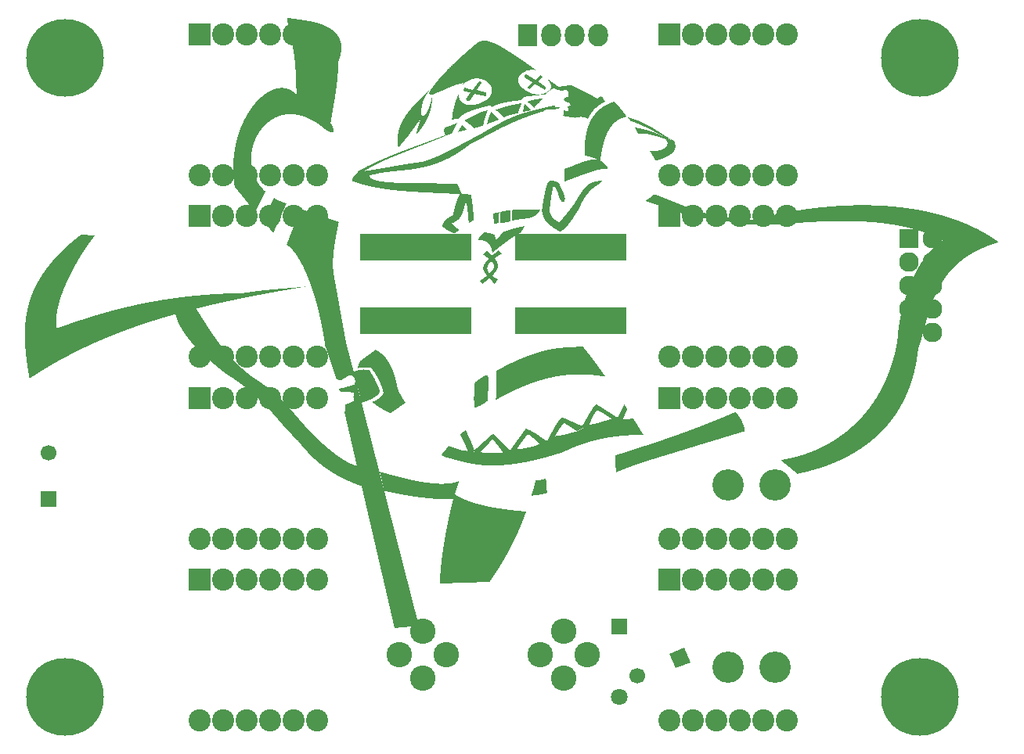
<source format=gbr>
G04 #@! TF.FileFunction,Soldermask,Bot*
%FSLAX46Y46*%
G04 Gerber Fmt 4.6, Leading zero omitted, Abs format (unit mm)*
G04 Created by KiCad (PCBNEW 4.0.4-1.fc24-product) date Wed May 17 10:11:48 2017*
%MOMM*%
%LPD*%
G01*
G04 APERTURE LIST*
%ADD10C,0.100000*%
%ADD11C,2.749500*%
%ADD12R,2.127200X2.127200*%
%ADD13O,2.127200X2.127200*%
%ADD14R,2.127200X2.432000*%
%ADD15O,2.127200X2.432000*%
%ADD16C,1.700000*%
%ADD17R,1.700000X1.700000*%
%ADD18R,1.797000X1.797000*%
%ADD19C,1.797000*%
%ADD20C,3.400000*%
%ADD21C,8.400000*%
%ADD22R,2.432000X2.432000*%
%ADD23C,2.400000*%
%ADD24R,1.000000X2.900000*%
G04 APERTURE END LIST*
D10*
G36*
X104448659Y-52656287D02*
X104438939Y-52665888D01*
X104429197Y-52675462D01*
X104419436Y-52685014D01*
X104409659Y-52694548D01*
X104399870Y-52704067D01*
X104390071Y-52713575D01*
X104380267Y-52723077D01*
X104370459Y-52732576D01*
X104360652Y-52742076D01*
X104350848Y-52751581D01*
X104341052Y-52761094D01*
X104331265Y-52770621D01*
X104321492Y-52780163D01*
X104311735Y-52789727D01*
X104301998Y-52799315D01*
X104292284Y-52808931D01*
X104282596Y-52818579D01*
X104272937Y-52828264D01*
X104263311Y-52837988D01*
X104253722Y-52847756D01*
X104244171Y-52857572D01*
X104234662Y-52867440D01*
X104225199Y-52877363D01*
X104215785Y-52887345D01*
X104206423Y-52897391D01*
X104197117Y-52907505D01*
X104187868Y-52917689D01*
X104178682Y-52927948D01*
X104169560Y-52938286D01*
X104160506Y-52948707D01*
X104151524Y-52959215D01*
X104142617Y-52969813D01*
X104133787Y-52980506D01*
X104125039Y-52991297D01*
X104116374Y-53002191D01*
X104107798Y-53013190D01*
X104099312Y-53024300D01*
X104090920Y-53035523D01*
X104079463Y-53061234D01*
X104067962Y-53084664D01*
X104056460Y-53105917D01*
X104044999Y-53125098D01*
X104033625Y-53142313D01*
X104022381Y-53157666D01*
X104011310Y-53171261D01*
X104000455Y-53183204D01*
X103989861Y-53193600D01*
X103979572Y-53202554D01*
X103969630Y-53210169D01*
X103960079Y-53216552D01*
X103950963Y-53221807D01*
X103942326Y-53226039D01*
X103934211Y-53229353D01*
X103926662Y-53231854D01*
X103919723Y-53233646D01*
X103913436Y-53234834D01*
X103907846Y-53235524D01*
X103902997Y-53235820D01*
X103898931Y-53235827D01*
X103895693Y-53235650D01*
X103893326Y-53235394D01*
X103891874Y-53235163D01*
X103891380Y-53235063D01*
X103871605Y-53249813D01*
X103852785Y-53264015D01*
X103834882Y-53277690D01*
X103817860Y-53290859D01*
X103801683Y-53303544D01*
X103786313Y-53315764D01*
X103771715Y-53327542D01*
X103757850Y-53338898D01*
X103744684Y-53349854D01*
X103732178Y-53360429D01*
X103720297Y-53370647D01*
X103709004Y-53380527D01*
X103698261Y-53390090D01*
X103688034Y-53399358D01*
X103678284Y-53408352D01*
X103668975Y-53417093D01*
X103660070Y-53425601D01*
X103651533Y-53433898D01*
X103643328Y-53442005D01*
X103635417Y-53449944D01*
X103627764Y-53457734D01*
X103620331Y-53465397D01*
X103613084Y-53472955D01*
X103605984Y-53480427D01*
X103598996Y-53487836D01*
X103592082Y-53495202D01*
X103585205Y-53502547D01*
X103578330Y-53509891D01*
X103571420Y-53517256D01*
X103564437Y-53524662D01*
X103557346Y-53532130D01*
X103550109Y-53539683D01*
X103542691Y-53547340D01*
X103535053Y-53555123D01*
X103527160Y-53563052D01*
X103518975Y-53571150D01*
X103510461Y-53579436D01*
X103501582Y-53587933D01*
X103492301Y-53596660D01*
X103496004Y-53610495D01*
X103500062Y-53623603D01*
X103504438Y-53636064D01*
X103509094Y-53647959D01*
X103513993Y-53659366D01*
X103519099Y-53670367D01*
X103524375Y-53681042D01*
X103529783Y-53691470D01*
X103520284Y-53682884D01*
X103510796Y-53674303D01*
X103501318Y-53665726D01*
X103491847Y-53657151D01*
X103482382Y-53648578D01*
X103472921Y-53640006D01*
X103463461Y-53631434D01*
X103454001Y-53622861D01*
X103444538Y-53614287D01*
X103435070Y-53605711D01*
X103425597Y-53597132D01*
X103416115Y-53588548D01*
X103406622Y-53579960D01*
X103397117Y-53571367D01*
X103387598Y-53562767D01*
X103378062Y-53554160D01*
X103368508Y-53545545D01*
X103358934Y-53536922D01*
X103349337Y-53528288D01*
X103339716Y-53519645D01*
X103330069Y-53510990D01*
X103320393Y-53502323D01*
X103310687Y-53493643D01*
X103300948Y-53484949D01*
X103291175Y-53476241D01*
X103281366Y-53467517D01*
X103271519Y-53458778D01*
X103261631Y-53450021D01*
X103251701Y-53441247D01*
X103241727Y-53432454D01*
X103231706Y-53423641D01*
X103221638Y-53414809D01*
X103211519Y-53405955D01*
X103201347Y-53397079D01*
X103191122Y-53388181D01*
X103180840Y-53379259D01*
X103170500Y-53370313D01*
X103160100Y-53361342D01*
X103149637Y-53352345D01*
X103139111Y-53343321D01*
X103128518Y-53334269D01*
X103117857Y-53325189D01*
X103107125Y-53316080D01*
X103096322Y-53306941D01*
X103085444Y-53297771D01*
X103074491Y-53288569D01*
X103063459Y-53279335D01*
X103052346Y-53270067D01*
X103041152Y-53260765D01*
X103029874Y-53251428D01*
X103018509Y-53242056D01*
X103007057Y-53232647D01*
X102995514Y-53223200D01*
X102983879Y-53213716D01*
X102972150Y-53204192D01*
X102960325Y-53194628D01*
X102948402Y-53185024D01*
X102936379Y-53175378D01*
X102924253Y-53165690D01*
X102912024Y-53155959D01*
X102899689Y-53146184D01*
X102887245Y-53136364D01*
X102874692Y-53126499D01*
X102862026Y-53116587D01*
X102849247Y-53106628D01*
X102836351Y-53096620D01*
X102823337Y-53086565D01*
X102810204Y-53076459D01*
X102796948Y-53066303D01*
X102783568Y-53056095D01*
X102770063Y-53045836D01*
X102756429Y-53035523D01*
X102767317Y-53031023D01*
X102778267Y-53026556D01*
X102789278Y-53022122D01*
X102800351Y-53017721D01*
X102811485Y-53013352D01*
X102822679Y-53009015D01*
X102833932Y-53004711D01*
X102845246Y-53000438D01*
X102856619Y-52996196D01*
X102868050Y-52991986D01*
X102879540Y-52987807D01*
X102891087Y-52983659D01*
X102902692Y-52979541D01*
X102914354Y-52975453D01*
X102926072Y-52971396D01*
X102937847Y-52967368D01*
X102949678Y-52963370D01*
X102961563Y-52959401D01*
X102973504Y-52955462D01*
X102985499Y-52951551D01*
X102997548Y-52947669D01*
X103009651Y-52943816D01*
X103021807Y-52939990D01*
X103034016Y-52936192D01*
X103046277Y-52932422D01*
X103058590Y-52928680D01*
X103070955Y-52924965D01*
X103083370Y-52921276D01*
X103095836Y-52917615D01*
X103108353Y-52913979D01*
X103120919Y-52910371D01*
X103133535Y-52906788D01*
X103146200Y-52903230D01*
X103158913Y-52899699D01*
X103171674Y-52896192D01*
X103184483Y-52892711D01*
X103197340Y-52889255D01*
X103210243Y-52885823D01*
X103223192Y-52882415D01*
X103236188Y-52879031D01*
X103249229Y-52875672D01*
X103262315Y-52872336D01*
X103275446Y-52869023D01*
X103288622Y-52865733D01*
X103301841Y-52862466D01*
X103315104Y-52859222D01*
X103328409Y-52856001D01*
X103341757Y-52852801D01*
X103355148Y-52849624D01*
X103368580Y-52846468D01*
X103382054Y-52843333D01*
X103395568Y-52840220D01*
X103409123Y-52837128D01*
X103422718Y-52834056D01*
X103436353Y-52831005D01*
X103450027Y-52827974D01*
X103463739Y-52824963D01*
X103477490Y-52821972D01*
X103491279Y-52819001D01*
X103505106Y-52816049D01*
X103518970Y-52813116D01*
X103532870Y-52810201D01*
X103546806Y-52807306D01*
X103560779Y-52804428D01*
X103574787Y-52801569D01*
X103588829Y-52798727D01*
X103602907Y-52795904D01*
X103617018Y-52793097D01*
X103631163Y-52790308D01*
X103645342Y-52787535D01*
X103659553Y-52784780D01*
X103673797Y-52782040D01*
X103688072Y-52779317D01*
X103702380Y-52776610D01*
X103716718Y-52773919D01*
X103731087Y-52771243D01*
X103745487Y-52768582D01*
X103759916Y-52765936D01*
X103774375Y-52763305D01*
X103788863Y-52760688D01*
X103803380Y-52758086D01*
X103817925Y-52755498D01*
X103832497Y-52752923D01*
X103847097Y-52750362D01*
X103861724Y-52747815D01*
X103876377Y-52745280D01*
X103891057Y-52742758D01*
X103905762Y-52740249D01*
X103920492Y-52737752D01*
X103935247Y-52735268D01*
X103950027Y-52732795D01*
X103964831Y-52730334D01*
X103979658Y-52727884D01*
X103994508Y-52725445D01*
X104009381Y-52723018D01*
X104024276Y-52720601D01*
X104039193Y-52718194D01*
X104054131Y-52715798D01*
X104069090Y-52713411D01*
X104084070Y-52711035D01*
X104099070Y-52708667D01*
X104114090Y-52706310D01*
X104129129Y-52703961D01*
X104144187Y-52701620D01*
X104159264Y-52699289D01*
X104174358Y-52696965D01*
X104189470Y-52694650D01*
X104204600Y-52692342D01*
X104219746Y-52690042D01*
X104234908Y-52687750D01*
X104250086Y-52685464D01*
X104265280Y-52683185D01*
X104280489Y-52680913D01*
X104295712Y-52678647D01*
X104310950Y-52676388D01*
X104326202Y-52674134D01*
X104341466Y-52671886D01*
X104356744Y-52669643D01*
X104372034Y-52667406D01*
X104387337Y-52665173D01*
X104402651Y-52662945D01*
X104417976Y-52660722D01*
X104433313Y-52658502D01*
X104448659Y-52656287D01*
X104448659Y-52656287D01*
G37*
G36*
X77034518Y-43998350D02*
X77045633Y-43999183D01*
X77057023Y-44000107D01*
X77068691Y-44001120D01*
X77080641Y-44002220D01*
X77092874Y-44003406D01*
X77105395Y-44004675D01*
X77118205Y-44006027D01*
X77131307Y-44007459D01*
X77144704Y-44008971D01*
X77158399Y-44010559D01*
X77172394Y-44012223D01*
X77186693Y-44013961D01*
X77201298Y-44015771D01*
X77216211Y-44017651D01*
X77231436Y-44019600D01*
X77246976Y-44021617D01*
X77262832Y-44023699D01*
X77279009Y-44025844D01*
X77295508Y-44028052D01*
X77312332Y-44030320D01*
X77317983Y-44031272D01*
X77323669Y-44032223D01*
X77329390Y-44033174D01*
X77335145Y-44034123D01*
X77340935Y-44035073D01*
X77346759Y-44036022D01*
X77352617Y-44036970D01*
X77358509Y-44037918D01*
X77364435Y-44038866D01*
X77370395Y-44039813D01*
X77376389Y-44040760D01*
X77382416Y-44041707D01*
X77388476Y-44042654D01*
X77394570Y-44043600D01*
X77400697Y-44044547D01*
X77406856Y-44045493D01*
X77413049Y-44046440D01*
X77419275Y-44047387D01*
X77425533Y-44048333D01*
X77431824Y-44049281D01*
X77438147Y-44050228D01*
X77444502Y-44051175D01*
X77450890Y-44052123D01*
X77457309Y-44053072D01*
X77463761Y-44054021D01*
X77470244Y-44054970D01*
X77476759Y-44055920D01*
X77483305Y-44056870D01*
X77489883Y-44057821D01*
X77496492Y-44058773D01*
X77503132Y-44059725D01*
X77509804Y-44060679D01*
X77516506Y-44061633D01*
X77523239Y-44062588D01*
X77530002Y-44063544D01*
X77536796Y-44064501D01*
X77543621Y-44065459D01*
X77550476Y-44066418D01*
X77557360Y-44067378D01*
X77564275Y-44068339D01*
X77571220Y-44069302D01*
X77578195Y-44070266D01*
X77585199Y-44071231D01*
X77592232Y-44072198D01*
X77599296Y-44073166D01*
X77606388Y-44074135D01*
X77613509Y-44075107D01*
X77620660Y-44076079D01*
X77627839Y-44077054D01*
X77635047Y-44078030D01*
X77642284Y-44079007D01*
X77649550Y-44079987D01*
X77656843Y-44080968D01*
X77664165Y-44081951D01*
X77671515Y-44082937D01*
X77678893Y-44083924D01*
X77686299Y-44084913D01*
X77693733Y-44085904D01*
X77701194Y-44086897D01*
X77708683Y-44087893D01*
X77716199Y-44088891D01*
X77723743Y-44089891D01*
X77731313Y-44090893D01*
X77738911Y-44091898D01*
X77746536Y-44092905D01*
X77754187Y-44093915D01*
X77761865Y-44094927D01*
X77769569Y-44095942D01*
X77777300Y-44096959D01*
X77785057Y-44097979D01*
X77792840Y-44099002D01*
X77800649Y-44100028D01*
X77808484Y-44101056D01*
X77816345Y-44102087D01*
X77824231Y-44103122D01*
X77832143Y-44104159D01*
X77840080Y-44105199D01*
X77848043Y-44106242D01*
X77856031Y-44107289D01*
X77864043Y-44108338D01*
X77872081Y-44109391D01*
X77880143Y-44110447D01*
X77888230Y-44111506D01*
X77896341Y-44112569D01*
X77904477Y-44113635D01*
X77912637Y-44114705D01*
X77920821Y-44115778D01*
X77929029Y-44116855D01*
X77937261Y-44117935D01*
X77945517Y-44119019D01*
X77953796Y-44120107D01*
X77962099Y-44121198D01*
X77970425Y-44122293D01*
X77978774Y-44123393D01*
X77987147Y-44124496D01*
X77995542Y-44125603D01*
X78003961Y-44126714D01*
X78012402Y-44127829D01*
X78020865Y-44128948D01*
X78029352Y-44130071D01*
X78037860Y-44131199D01*
X78046391Y-44132331D01*
X78054944Y-44133467D01*
X78063519Y-44134607D01*
X78072115Y-44135752D01*
X78080734Y-44136902D01*
X78089374Y-44138056D01*
X78098036Y-44139214D01*
X78106719Y-44140377D01*
X78115423Y-44141545D01*
X78124148Y-44142717D01*
X78132894Y-44143894D01*
X78141661Y-44145076D01*
X78150449Y-44146263D01*
X78159258Y-44147455D01*
X78168086Y-44148652D01*
X78176936Y-44149853D01*
X78185805Y-44151060D01*
X78194695Y-44152272D01*
X78203604Y-44153489D01*
X78212534Y-44154711D01*
X78221483Y-44155939D01*
X78230452Y-44157171D01*
X78239440Y-44158410D01*
X78248448Y-44159653D01*
X78257474Y-44160902D01*
X78266520Y-44162156D01*
X78275585Y-44163416D01*
X78284669Y-44164682D01*
X78293771Y-44165953D01*
X78302892Y-44167230D01*
X78312032Y-44168513D01*
X78321190Y-44169802D01*
X78330366Y-44171096D01*
X78339560Y-44172396D01*
X78348772Y-44173702D01*
X78358002Y-44175015D01*
X78367250Y-44176333D01*
X78376515Y-44177657D01*
X78385798Y-44178988D01*
X78395098Y-44180324D01*
X78404415Y-44181667D01*
X78413750Y-44183016D01*
X78423101Y-44184372D01*
X78432469Y-44185734D01*
X78441854Y-44187102D01*
X78451256Y-44188477D01*
X78460674Y-44189858D01*
X78470108Y-44191246D01*
X78479558Y-44192641D01*
X78489025Y-44194042D01*
X78498508Y-44195451D01*
X78508006Y-44196865D01*
X78517520Y-44198287D01*
X78527050Y-44199716D01*
X78536595Y-44201151D01*
X78546155Y-44202594D01*
X78555731Y-44204043D01*
X78565322Y-44205500D01*
X78574928Y-44206964D01*
X78584548Y-44208435D01*
X78594183Y-44209913D01*
X78603833Y-44211398D01*
X78613498Y-44212891D01*
X78623176Y-44214391D01*
X78632869Y-44215899D01*
X78642576Y-44217414D01*
X78652297Y-44218937D01*
X78662032Y-44220467D01*
X78671780Y-44222005D01*
X78681542Y-44223550D01*
X78691317Y-44225103D01*
X78701106Y-44226664D01*
X78710908Y-44228233D01*
X78720723Y-44229810D01*
X78730551Y-44231395D01*
X78740392Y-44232987D01*
X78750246Y-44234588D01*
X78760112Y-44236197D01*
X78769990Y-44237814D01*
X78779881Y-44239439D01*
X78789784Y-44241072D01*
X78799699Y-44242714D01*
X78809626Y-44244363D01*
X78819565Y-44246022D01*
X78829516Y-44247688D01*
X78839478Y-44249364D01*
X78849451Y-44251047D01*
X78859436Y-44252740D01*
X78869432Y-44254440D01*
X78879440Y-44256150D01*
X78889458Y-44257868D01*
X78899487Y-44259595D01*
X78909526Y-44261331D01*
X78919576Y-44263076D01*
X78929637Y-44264829D01*
X78939708Y-44266592D01*
X78949789Y-44268364D01*
X78959880Y-44270144D01*
X78969981Y-44271934D01*
X78980092Y-44273733D01*
X78990213Y-44275541D01*
X79000343Y-44277359D01*
X79010483Y-44279186D01*
X79020632Y-44281022D01*
X79030790Y-44282867D01*
X79040957Y-44284722D01*
X79051133Y-44286587D01*
X79061318Y-44288461D01*
X79071512Y-44290345D01*
X79081714Y-44292238D01*
X79091924Y-44294141D01*
X79102143Y-44296054D01*
X79112370Y-44297977D01*
X79122606Y-44299909D01*
X79132849Y-44301852D01*
X79143099Y-44303804D01*
X79153358Y-44305767D01*
X79163624Y-44307739D01*
X79173898Y-44309722D01*
X79184178Y-44311715D01*
X79194466Y-44313718D01*
X79204762Y-44315731D01*
X79215064Y-44317754D01*
X79225372Y-44319788D01*
X79235688Y-44321832D01*
X79246010Y-44323887D01*
X79256338Y-44325952D01*
X79266673Y-44328028D01*
X79277014Y-44330115D01*
X79287361Y-44332212D01*
X79297714Y-44334320D01*
X79308072Y-44336438D01*
X79318437Y-44338567D01*
X79328807Y-44340708D01*
X79339182Y-44342859D01*
X79349562Y-44345021D01*
X79359948Y-44347194D01*
X79370339Y-44349378D01*
X79380735Y-44351573D01*
X79391135Y-44353779D01*
X79401540Y-44355997D01*
X79411950Y-44358226D01*
X79422364Y-44360466D01*
X79432783Y-44362717D01*
X79443205Y-44364980D01*
X79453632Y-44367254D01*
X79464063Y-44369540D01*
X79474497Y-44371837D01*
X79484935Y-44374146D01*
X79495376Y-44376467D01*
X79505821Y-44378799D01*
X79516270Y-44381143D01*
X79526721Y-44383499D01*
X79537175Y-44385866D01*
X79547633Y-44388246D01*
X79558093Y-44390637D01*
X79568556Y-44393041D01*
X79579021Y-44395456D01*
X79589489Y-44397884D01*
X79599959Y-44400324D01*
X79610431Y-44402776D01*
X79620905Y-44405240D01*
X79631381Y-44407716D01*
X79641859Y-44410205D01*
X79652339Y-44412706D01*
X79662820Y-44415220D01*
X79673302Y-44417746D01*
X79683786Y-44420285D01*
X79694271Y-44422836D01*
X79704757Y-44425400D01*
X79715244Y-44427977D01*
X79725731Y-44430566D01*
X79736220Y-44433168D01*
X79746708Y-44435783D01*
X79757198Y-44438411D01*
X79767687Y-44441051D01*
X79778177Y-44443705D01*
X79788666Y-44446372D01*
X79799156Y-44449052D01*
X79809645Y-44451745D01*
X79820134Y-44454451D01*
X79830623Y-44457170D01*
X79841111Y-44459903D01*
X79851598Y-44462649D01*
X79862084Y-44465408D01*
X79872569Y-44468181D01*
X79883054Y-44470967D01*
X79893537Y-44473767D01*
X79904018Y-44476581D01*
X79914498Y-44479408D01*
X79924977Y-44482248D01*
X79935454Y-44485103D01*
X79945929Y-44487971D01*
X79956402Y-44490853D01*
X79966873Y-44493749D01*
X79977341Y-44496659D01*
X79987807Y-44499583D01*
X79998271Y-44502521D01*
X80008732Y-44505472D01*
X80019191Y-44508438D01*
X80029646Y-44511419D01*
X80040099Y-44514413D01*
X80050548Y-44517422D01*
X80060995Y-44520445D01*
X80071437Y-44523482D01*
X80081877Y-44526534D01*
X80092313Y-44529600D01*
X80102745Y-44532681D01*
X80113173Y-44535777D01*
X80123597Y-44538887D01*
X80134017Y-44542011D01*
X80144433Y-44545151D01*
X80154844Y-44548305D01*
X80165251Y-44551474D01*
X80175653Y-44554658D01*
X80186051Y-44557856D01*
X80196444Y-44561070D01*
X80206831Y-44564299D01*
X80217214Y-44567543D01*
X80227591Y-44570802D01*
X80237963Y-44574076D01*
X80248330Y-44577365D01*
X80258691Y-44580670D01*
X80269046Y-44583989D01*
X80279395Y-44587325D01*
X80289738Y-44590675D01*
X80300075Y-44594041D01*
X80310406Y-44597423D01*
X80320730Y-44600820D01*
X80331048Y-44604233D01*
X80341360Y-44607662D01*
X80351664Y-44611106D01*
X80361962Y-44614566D01*
X80372253Y-44618041D01*
X80382536Y-44621533D01*
X80392813Y-44625041D01*
X80403082Y-44628564D01*
X80413343Y-44632103D01*
X80423597Y-44635659D01*
X80433843Y-44639231D01*
X80444081Y-44642818D01*
X80454311Y-44646422D01*
X80464533Y-44650043D01*
X80474747Y-44653679D01*
X80484952Y-44657332D01*
X80495149Y-44661001D01*
X80505338Y-44664687D01*
X80515517Y-44668389D01*
X80525688Y-44672108D01*
X80535849Y-44675844D01*
X80546002Y-44679596D01*
X80556145Y-44683365D01*
X80566279Y-44687150D01*
X80576403Y-44690952D01*
X80586518Y-44694772D01*
X80596622Y-44698608D01*
X80606717Y-44702461D01*
X80616802Y-44706331D01*
X80626877Y-44710218D01*
X80636942Y-44714122D01*
X80646996Y-44718043D01*
X80657040Y-44721982D01*
X80667073Y-44725938D01*
X80677095Y-44729911D01*
X80687106Y-44733901D01*
X80697107Y-44737909D01*
X80707096Y-44741934D01*
X80717074Y-44745977D01*
X80727040Y-44750037D01*
X80736995Y-44754115D01*
X80746939Y-44758211D01*
X80756870Y-44762324D01*
X80766790Y-44766455D01*
X80776698Y-44770603D01*
X80786593Y-44774770D01*
X80796476Y-44778955D01*
X80806347Y-44783157D01*
X80816206Y-44787377D01*
X80826051Y-44791616D01*
X80835884Y-44795872D01*
X80845704Y-44800147D01*
X80855511Y-44804440D01*
X80865305Y-44808751D01*
X80875085Y-44813080D01*
X80884853Y-44817428D01*
X80894606Y-44821794D01*
X80904346Y-44826179D01*
X80914072Y-44830582D01*
X80923784Y-44835003D01*
X80933483Y-44839443D01*
X80943167Y-44843902D01*
X80952837Y-44848380D01*
X80962492Y-44852876D01*
X80972133Y-44857391D01*
X80981759Y-44861925D01*
X80991370Y-44866477D01*
X81000967Y-44871049D01*
X81010548Y-44875640D01*
X81020115Y-44880249D01*
X81029666Y-44884878D01*
X81039201Y-44889526D01*
X81048721Y-44894193D01*
X81058226Y-44898879D01*
X81067714Y-44903585D01*
X81077187Y-44908310D01*
X81086644Y-44913054D01*
X81096084Y-44917817D01*
X81105509Y-44922601D01*
X81114916Y-44927403D01*
X81124308Y-44932226D01*
X81133682Y-44937067D01*
X81143040Y-44941929D01*
X81152381Y-44946810D01*
X81161705Y-44951711D01*
X81171011Y-44956632D01*
X81180301Y-44961573D01*
X81189573Y-44966534D01*
X81198827Y-44971514D01*
X81208064Y-44976515D01*
X81217283Y-44981536D01*
X81226484Y-44986576D01*
X81235667Y-44991638D01*
X81244832Y-44996719D01*
X81253978Y-45001820D01*
X81263106Y-45006942D01*
X81272216Y-45012084D01*
X81281307Y-45017247D01*
X81290379Y-45022430D01*
X81299432Y-45027634D01*
X81308466Y-45032858D01*
X81317481Y-45038103D01*
X81326477Y-45043368D01*
X81335453Y-45048654D01*
X81344409Y-45053961D01*
X81353346Y-45059289D01*
X81362263Y-45064638D01*
X81371161Y-45070007D01*
X81380038Y-45075398D01*
X81388895Y-45080809D01*
X81397732Y-45086242D01*
X81406548Y-45091695D01*
X81415343Y-45097170D01*
X81424118Y-45102666D01*
X81432873Y-45108184D01*
X81441606Y-45113722D01*
X81450318Y-45119282D01*
X81459009Y-45124864D01*
X81467679Y-45130466D01*
X81476327Y-45136091D01*
X81484954Y-45141737D01*
X81493559Y-45147404D01*
X81502142Y-45153093D01*
X81510704Y-45158804D01*
X81519243Y-45164537D01*
X81527760Y-45170291D01*
X81536255Y-45176068D01*
X81544727Y-45181866D01*
X81553177Y-45187686D01*
X81561604Y-45193528D01*
X81570008Y-45199393D01*
X81578389Y-45205279D01*
X81586747Y-45211187D01*
X81595082Y-45217118D01*
X81603394Y-45223071D01*
X81611682Y-45229046D01*
X81619947Y-45235044D01*
X81628188Y-45241064D01*
X81636405Y-45247106D01*
X81644599Y-45253171D01*
X81652768Y-45259259D01*
X81660913Y-45265369D01*
X81669033Y-45271502D01*
X81677130Y-45277657D01*
X81685201Y-45283835D01*
X81693248Y-45290036D01*
X81701270Y-45296260D01*
X81709267Y-45302507D01*
X81717240Y-45308777D01*
X81725186Y-45315069D01*
X81733108Y-45321385D01*
X81741004Y-45327724D01*
X81748875Y-45334086D01*
X81756719Y-45340471D01*
X81764539Y-45346879D01*
X81772332Y-45353311D01*
X81780099Y-45359766D01*
X81787839Y-45366245D01*
X81795554Y-45372746D01*
X81803242Y-45379272D01*
X81810903Y-45385821D01*
X81818538Y-45392393D01*
X81826146Y-45398989D01*
X81833727Y-45405609D01*
X81841281Y-45412253D01*
X81848807Y-45418920D01*
X81856307Y-45425611D01*
X81863778Y-45432326D01*
X81871223Y-45439065D01*
X81878639Y-45445828D01*
X81886028Y-45452615D01*
X81893389Y-45459426D01*
X81900721Y-45466262D01*
X81908026Y-45473121D01*
X81915302Y-45480005D01*
X81922550Y-45486913D01*
X81929769Y-45493845D01*
X81936959Y-45500802D01*
X81944121Y-45507783D01*
X81951253Y-45514789D01*
X81958357Y-45521819D01*
X81965431Y-45528873D01*
X81972476Y-45535953D01*
X81979491Y-45543057D01*
X81986477Y-45550185D01*
X81993433Y-45557339D01*
X82000360Y-45564517D01*
X82007256Y-45571721D01*
X82014122Y-45578949D01*
X82020958Y-45586202D01*
X82027764Y-45593480D01*
X82034539Y-45600783D01*
X82041284Y-45608112D01*
X82047997Y-45615465D01*
X82054680Y-45622844D01*
X82061333Y-45630248D01*
X82067954Y-45637678D01*
X82074543Y-45645132D01*
X82081102Y-45652612D01*
X82087629Y-45660118D01*
X82094124Y-45667649D01*
X82100588Y-45675206D01*
X82107019Y-45682788D01*
X82113419Y-45690397D01*
X82119787Y-45698030D01*
X82126122Y-45705690D01*
X82132425Y-45713375D01*
X82138696Y-45721086D01*
X82144934Y-45728824D01*
X82151139Y-45736587D01*
X82157312Y-45744376D01*
X82163451Y-45752191D01*
X82169557Y-45760032D01*
X82175631Y-45767900D01*
X82181670Y-45775794D01*
X82187677Y-45783714D01*
X82193649Y-45791660D01*
X82199588Y-45799633D01*
X82205493Y-45807632D01*
X82211364Y-45815657D01*
X82217201Y-45823709D01*
X82223004Y-45831788D01*
X82228772Y-45839893D01*
X82234506Y-45848025D01*
X82240206Y-45856184D01*
X82245870Y-45864369D01*
X82251500Y-45872581D01*
X82257095Y-45880820D01*
X82262654Y-45889086D01*
X82268179Y-45897379D01*
X82273668Y-45905699D01*
X82279121Y-45914046D01*
X82284539Y-45922420D01*
X82289921Y-45930821D01*
X82295267Y-45939250D01*
X82300578Y-45947706D01*
X82305852Y-45956189D01*
X82311090Y-45964699D01*
X82316291Y-45973237D01*
X82321456Y-45981802D01*
X82326585Y-45990395D01*
X82331676Y-45999015D01*
X82336731Y-46007663D01*
X82341749Y-46016339D01*
X82346730Y-46025042D01*
X82351673Y-46033773D01*
X82356579Y-46042532D01*
X82361448Y-46051319D01*
X82366279Y-46060133D01*
X82371072Y-46068976D01*
X82375828Y-46077846D01*
X82380545Y-46086745D01*
X82385224Y-46095672D01*
X82389865Y-46104626D01*
X82394468Y-46113609D01*
X82399032Y-46122621D01*
X82403557Y-46131660D01*
X82408044Y-46140728D01*
X82412492Y-46149825D01*
X82416901Y-46158949D01*
X82421271Y-46168103D01*
X82425601Y-46177285D01*
X82429892Y-46186495D01*
X82434144Y-46195734D01*
X82438356Y-46205002D01*
X82442528Y-46214298D01*
X82446660Y-46223624D01*
X82450752Y-46232978D01*
X82454805Y-46242361D01*
X82458816Y-46251773D01*
X82462788Y-46261214D01*
X82466719Y-46270684D01*
X82470609Y-46280183D01*
X82474459Y-46289711D01*
X82478268Y-46299269D01*
X82482035Y-46308855D01*
X82485762Y-46318471D01*
X82489447Y-46328117D01*
X82493091Y-46337791D01*
X82496694Y-46347496D01*
X82500255Y-46357229D01*
X82503774Y-46366992D01*
X82507251Y-46376785D01*
X82510686Y-46386608D01*
X82514079Y-46396460D01*
X82517429Y-46406342D01*
X82520738Y-46416253D01*
X82524004Y-46426195D01*
X82527227Y-46436166D01*
X82530407Y-46446167D01*
X82533545Y-46456199D01*
X82536639Y-46466260D01*
X82539690Y-46476351D01*
X82542699Y-46486473D01*
X82545663Y-46496624D01*
X82548584Y-46506806D01*
X82551462Y-46517019D01*
X82554296Y-46527261D01*
X82557085Y-46537534D01*
X82559831Y-46547837D01*
X82562533Y-46558171D01*
X82565190Y-46568535D01*
X82567803Y-46578930D01*
X82570372Y-46589356D01*
X82572896Y-46599812D01*
X82575375Y-46610299D01*
X82577809Y-46620817D01*
X82580198Y-46631365D01*
X82582542Y-46641945D01*
X82584840Y-46652555D01*
X82587094Y-46663197D01*
X82589302Y-46673869D01*
X82591464Y-46684572D01*
X82593580Y-46695307D01*
X82595650Y-46706073D01*
X82597675Y-46716870D01*
X82599653Y-46727698D01*
X82601585Y-46738558D01*
X82603470Y-46749449D01*
X82605309Y-46760371D01*
X82607102Y-46771325D01*
X82608847Y-46782310D01*
X82610546Y-46793327D01*
X82612198Y-46804376D01*
X82613802Y-46815456D01*
X82615359Y-46826568D01*
X82616869Y-46837711D01*
X82618331Y-46848887D01*
X82619746Y-46860094D01*
X82621113Y-46871334D01*
X82622431Y-46882605D01*
X82623702Y-46893908D01*
X82624925Y-46905243D01*
X82626099Y-46916611D01*
X82627225Y-46928011D01*
X82628303Y-46939442D01*
X82629331Y-46950906D01*
X82630311Y-46962403D01*
X82631242Y-46973932D01*
X82632124Y-46985493D01*
X82632957Y-46997087D01*
X82633741Y-47008713D01*
X82634475Y-47020371D01*
X82635159Y-47032063D01*
X82635794Y-47043787D01*
X82636379Y-47055543D01*
X82636915Y-47067333D01*
X82637400Y-47079155D01*
X82637835Y-47091010D01*
X82638219Y-47102898D01*
X82638554Y-47114819D01*
X82638837Y-47126773D01*
X82639070Y-47138761D01*
X82639253Y-47150781D01*
X82639384Y-47162834D01*
X82639464Y-47174921D01*
X82639493Y-47187040D01*
X82639471Y-47199193D01*
X82639397Y-47211380D01*
X82639272Y-47223600D01*
X82639095Y-47235853D01*
X82638867Y-47248140D01*
X82638586Y-47260460D01*
X82638253Y-47272814D01*
X82637868Y-47285202D01*
X82637431Y-47297623D01*
X82636942Y-47310078D01*
X82636399Y-47322567D01*
X82635805Y-47335090D01*
X82635157Y-47347647D01*
X82634456Y-47360237D01*
X82633703Y-47372862D01*
X82632896Y-47385520D01*
X82632036Y-47398213D01*
X82631122Y-47410940D01*
X82630155Y-47423701D01*
X82629134Y-47436496D01*
X82628060Y-47449326D01*
X82626931Y-47462190D01*
X82625749Y-47475088D01*
X82624512Y-47488021D01*
X82623221Y-47500988D01*
X82621875Y-47513990D01*
X82620475Y-47527027D01*
X82619020Y-47540098D01*
X82617511Y-47553203D01*
X82615946Y-47566344D01*
X82614327Y-47579519D01*
X82612652Y-47592729D01*
X82610922Y-47605974D01*
X82609136Y-47619254D01*
X82607295Y-47632569D01*
X82605398Y-47645919D01*
X82603446Y-47659304D01*
X82601437Y-47672725D01*
X82599372Y-47686180D01*
X82597251Y-47699671D01*
X82595074Y-47713197D01*
X82592841Y-47726758D01*
X82590550Y-47740355D01*
X82588204Y-47753987D01*
X82585800Y-47767654D01*
X82583339Y-47781357D01*
X82580821Y-47795096D01*
X82578246Y-47808870D01*
X82575614Y-47822680D01*
X82572924Y-47836526D01*
X82570177Y-47850408D01*
X82567372Y-47864325D01*
X82564509Y-47878278D01*
X82561589Y-47892268D01*
X82558610Y-47906293D01*
X82555573Y-47920354D01*
X82552477Y-47934451D01*
X82549324Y-47948585D01*
X82546111Y-47962754D01*
X82542840Y-47976960D01*
X82539510Y-47991202D01*
X82536121Y-48005481D01*
X82532673Y-48019795D01*
X82529166Y-48034147D01*
X82525599Y-48048534D01*
X82521973Y-48062958D01*
X82518288Y-48077419D01*
X82514543Y-48091917D01*
X82510738Y-48106451D01*
X82506872Y-48121022D01*
X82502947Y-48135629D01*
X82498962Y-48150274D01*
X82494916Y-48164955D01*
X82490810Y-48179673D01*
X82486643Y-48194428D01*
X82482416Y-48209221D01*
X82478128Y-48224050D01*
X82473778Y-48238916D01*
X82469368Y-48253820D01*
X82464896Y-48268761D01*
X82460363Y-48283739D01*
X82455769Y-48298754D01*
X82451113Y-48313807D01*
X82446395Y-48328897D01*
X82441616Y-48344025D01*
X82436774Y-48359190D01*
X82431871Y-48374393D01*
X82426905Y-48389633D01*
X82421877Y-48404911D01*
X82416786Y-48420227D01*
X82411633Y-48435580D01*
X82406417Y-48450972D01*
X82401138Y-48466401D01*
X82395796Y-48481868D01*
X82390392Y-48497373D01*
X82384924Y-48512916D01*
X82379392Y-48528497D01*
X82373797Y-48544117D01*
X82368139Y-48559774D01*
X82362417Y-48575470D01*
X82356630Y-48591204D01*
X82350780Y-48606976D01*
X82344866Y-48622786D01*
X82338888Y-48638635D01*
X82332845Y-48654523D01*
X82326738Y-48670449D01*
X82325956Y-48690286D01*
X82325166Y-48710077D01*
X82324369Y-48729822D01*
X82323564Y-48749520D01*
X82322751Y-48769173D01*
X82321931Y-48788779D01*
X82321103Y-48808340D01*
X82320267Y-48827855D01*
X82319424Y-48847325D01*
X82318574Y-48866749D01*
X82317715Y-48886128D01*
X82316849Y-48905462D01*
X82315976Y-48924751D01*
X82315095Y-48943995D01*
X82314207Y-48963194D01*
X82313311Y-48982349D01*
X82312408Y-49001460D01*
X82311498Y-49020526D01*
X82310580Y-49039548D01*
X82309655Y-49058527D01*
X82308722Y-49077461D01*
X82307783Y-49096351D01*
X82306836Y-49115198D01*
X82305881Y-49134002D01*
X82304920Y-49152762D01*
X82303951Y-49171479D01*
X82302975Y-49190153D01*
X82301992Y-49208784D01*
X82301002Y-49227372D01*
X82300005Y-49245918D01*
X82299000Y-49264421D01*
X82297989Y-49282882D01*
X82296971Y-49301300D01*
X82295945Y-49319677D01*
X82294913Y-49338011D01*
X82293873Y-49356304D01*
X82292827Y-49374555D01*
X82291773Y-49392764D01*
X82290713Y-49410932D01*
X82289646Y-49429059D01*
X82288572Y-49447145D01*
X82287491Y-49465189D01*
X82286403Y-49483193D01*
X82285309Y-49501156D01*
X82284208Y-49519078D01*
X82283100Y-49536960D01*
X82281985Y-49554802D01*
X82280864Y-49572603D01*
X82279736Y-49590365D01*
X82278601Y-49608086D01*
X82277460Y-49625768D01*
X82276312Y-49643410D01*
X82275157Y-49661012D01*
X82273996Y-49678575D01*
X82272828Y-49696099D01*
X82271654Y-49713584D01*
X82270473Y-49731030D01*
X82269286Y-49748436D01*
X82268092Y-49765805D01*
X82266892Y-49783134D01*
X82265686Y-49800426D01*
X82264473Y-49817679D01*
X82263254Y-49834894D01*
X82262028Y-49852070D01*
X82260797Y-49869209D01*
X82259558Y-49886311D01*
X82258314Y-49903374D01*
X82257063Y-49920400D01*
X82255806Y-49937389D01*
X82254543Y-49954341D01*
X82253274Y-49971255D01*
X82251999Y-49988133D01*
X82250717Y-50004974D01*
X82249429Y-50021778D01*
X82248135Y-50038545D01*
X82246836Y-50055277D01*
X82245530Y-50071972D01*
X82244218Y-50088630D01*
X82242900Y-50105253D01*
X82241576Y-50121840D01*
X82240246Y-50138392D01*
X82238910Y-50154908D01*
X82237569Y-50171388D01*
X82236221Y-50187833D01*
X82234868Y-50204243D01*
X82233508Y-50220618D01*
X82232143Y-50236958D01*
X82230772Y-50253263D01*
X82229396Y-50269534D01*
X82228013Y-50285770D01*
X82226625Y-50301972D01*
X82225231Y-50318139D01*
X82223832Y-50334273D01*
X82222427Y-50350373D01*
X82221016Y-50366438D01*
X82219600Y-50382471D01*
X82218177Y-50398469D01*
X82216750Y-50414434D01*
X82215317Y-50430366D01*
X82213878Y-50446265D01*
X82212434Y-50462131D01*
X82210984Y-50477964D01*
X82209529Y-50493764D01*
X82208069Y-50509532D01*
X82206603Y-50525267D01*
X82205131Y-50540970D01*
X82203655Y-50556641D01*
X82202173Y-50572280D01*
X82200685Y-50587887D01*
X82199193Y-50603462D01*
X82197695Y-50619006D01*
X82196192Y-50634518D01*
X82194683Y-50649998D01*
X82193170Y-50665448D01*
X82191651Y-50680866D01*
X82190127Y-50696254D01*
X82188598Y-50711610D01*
X82187064Y-50726936D01*
X82185525Y-50742232D01*
X82183980Y-50757497D01*
X82182431Y-50772731D01*
X82180876Y-50787936D01*
X82179317Y-50803111D01*
X82177753Y-50818255D01*
X82176183Y-50833371D01*
X82174609Y-50848456D01*
X82173030Y-50863512D01*
X82171446Y-50878539D01*
X82169857Y-50893536D01*
X82168263Y-50908505D01*
X82166664Y-50923444D01*
X82165061Y-50938355D01*
X82163453Y-50953238D01*
X82161840Y-50968091D01*
X82160222Y-50982917D01*
X82158600Y-50997714D01*
X82156973Y-51012483D01*
X82155341Y-51027224D01*
X82153705Y-51041937D01*
X82152064Y-51056623D01*
X82150418Y-51071281D01*
X82148768Y-51085912D01*
X82147114Y-51100515D01*
X82145454Y-51115091D01*
X82143791Y-51129640D01*
X82142122Y-51144163D01*
X82140450Y-51158658D01*
X82138773Y-51173127D01*
X82137091Y-51187570D01*
X82135405Y-51201986D01*
X82133715Y-51216377D01*
X82132021Y-51230741D01*
X82130322Y-51245079D01*
X82128619Y-51259391D01*
X82126911Y-51273678D01*
X82125199Y-51287939D01*
X82123483Y-51302175D01*
X82121763Y-51316386D01*
X82120039Y-51330571D01*
X82118311Y-51344732D01*
X82116578Y-51358867D01*
X82114841Y-51372979D01*
X82113100Y-51387065D01*
X82111355Y-51401127D01*
X82109606Y-51415165D01*
X82107853Y-51429179D01*
X82106096Y-51443168D01*
X82104335Y-51457134D01*
X82102571Y-51471076D01*
X82100802Y-51484995D01*
X82099029Y-51498890D01*
X82097252Y-51512761D01*
X82095472Y-51526610D01*
X82093687Y-51540435D01*
X82091899Y-51554238D01*
X82090107Y-51568018D01*
X82088311Y-51581775D01*
X82086512Y-51595509D01*
X82084709Y-51609221D01*
X82082902Y-51622911D01*
X82081091Y-51636579D01*
X82079277Y-51650225D01*
X82077459Y-51663849D01*
X82075637Y-51677452D01*
X82073812Y-51691032D01*
X82071983Y-51704592D01*
X82070151Y-51718130D01*
X82068315Y-51731647D01*
X82066476Y-51745143D01*
X82064633Y-51758618D01*
X82062787Y-51772072D01*
X82060937Y-51785506D01*
X82059084Y-51798919D01*
X82057228Y-51812312D01*
X82055368Y-51825685D01*
X82053505Y-51839037D01*
X82051638Y-51852370D01*
X82049768Y-51865683D01*
X82047895Y-51878976D01*
X82046019Y-51892250D01*
X82044139Y-51905504D01*
X82042256Y-51918739D01*
X82040370Y-51931955D01*
X82038481Y-51945152D01*
X82036589Y-51958330D01*
X82034694Y-51971490D01*
X82032795Y-51984631D01*
X82030894Y-51997753D01*
X82028989Y-52010858D01*
X82027081Y-52023944D01*
X82025171Y-52037012D01*
X82023257Y-52050062D01*
X82021340Y-52063094D01*
X82019421Y-52076109D01*
X82017498Y-52089106D01*
X82015573Y-52102086D01*
X82013645Y-52115049D01*
X82011714Y-52127994D01*
X82009780Y-52140923D01*
X82007843Y-52153835D01*
X82005904Y-52166730D01*
X82003962Y-52179609D01*
X82002017Y-52192471D01*
X82000069Y-52205317D01*
X81998119Y-52218147D01*
X81996166Y-52230961D01*
X81994210Y-52243759D01*
X81992252Y-52256542D01*
X81990291Y-52269309D01*
X81988328Y-52282060D01*
X81986362Y-52294796D01*
X81984393Y-52307517D01*
X81982422Y-52320223D01*
X81980449Y-52332914D01*
X81978473Y-52345590D01*
X81976494Y-52358252D01*
X81974514Y-52370899D01*
X81972530Y-52383532D01*
X81970545Y-52396150D01*
X81968557Y-52408755D01*
X81966567Y-52421345D01*
X81964574Y-52433922D01*
X81962579Y-52446485D01*
X81960582Y-52459035D01*
X81958583Y-52471571D01*
X81956581Y-52484094D01*
X81954578Y-52496604D01*
X81952572Y-52509100D01*
X81950564Y-52521584D01*
X81948554Y-52534055D01*
X81946542Y-52546514D01*
X81944527Y-52558960D01*
X81942511Y-52571394D01*
X81940493Y-52583816D01*
X81938472Y-52596225D01*
X81936450Y-52608623D01*
X81934425Y-52621009D01*
X81932399Y-52633383D01*
X81930371Y-52645746D01*
X81928341Y-52658098D01*
X81926309Y-52670438D01*
X81924275Y-52682767D01*
X81922240Y-52695085D01*
X81920202Y-52707393D01*
X81918163Y-52719689D01*
X81916122Y-52731976D01*
X81914079Y-52744251D01*
X81912035Y-52756517D01*
X81909989Y-52768772D01*
X81907941Y-52781018D01*
X81905892Y-52793253D01*
X81903841Y-52805479D01*
X81901788Y-52817695D01*
X81899734Y-52829902D01*
X81897678Y-52842099D01*
X81895621Y-52854287D01*
X81893562Y-52866467D01*
X81891502Y-52878637D01*
X81889440Y-52890798D01*
X81887377Y-52902951D01*
X81885312Y-52915096D01*
X81883246Y-52927232D01*
X81881179Y-52939359D01*
X81879110Y-52951479D01*
X81877040Y-52963591D01*
X81874969Y-52975695D01*
X81872896Y-52987791D01*
X81870823Y-52999879D01*
X81868747Y-53011961D01*
X81866671Y-53024035D01*
X81864594Y-53036101D01*
X81862515Y-53048161D01*
X81860435Y-53060214D01*
X81858354Y-53072260D01*
X81856272Y-53084300D01*
X81854189Y-53096333D01*
X81852105Y-53108360D01*
X81850020Y-53120380D01*
X81847934Y-53132395D01*
X81845846Y-53144404D01*
X81843758Y-53156406D01*
X81841669Y-53168404D01*
X81839579Y-53180395D01*
X81837488Y-53192382D01*
X81835396Y-53204363D01*
X81833304Y-53216339D01*
X81831210Y-53228310D01*
X81829116Y-53240276D01*
X81827021Y-53252237D01*
X81824925Y-53264194D01*
X81822829Y-53276147D01*
X81820732Y-53288095D01*
X81818634Y-53300039D01*
X81816535Y-53311979D01*
X81814436Y-53323915D01*
X81812336Y-53335848D01*
X81810235Y-53347776D01*
X81808134Y-53359702D01*
X81806033Y-53371624D01*
X81803931Y-53383543D01*
X81801828Y-53395458D01*
X81799725Y-53407371D01*
X81797621Y-53419281D01*
X81795517Y-53431189D01*
X81793413Y-53443094D01*
X81791308Y-53454996D01*
X81789203Y-53466896D01*
X81787097Y-53478794D01*
X81784991Y-53490690D01*
X81782885Y-53502585D01*
X81780779Y-53514477D01*
X81778672Y-53526368D01*
X81776565Y-53538258D01*
X81774458Y-53550146D01*
X81772350Y-53562033D01*
X81770243Y-53573920D01*
X81768135Y-53585805D01*
X81766027Y-53597689D01*
X81763919Y-53609573D01*
X81761812Y-53621457D01*
X81759703Y-53633340D01*
X81757595Y-53645223D01*
X81755487Y-53657105D01*
X81753379Y-53668988D01*
X81751271Y-53680871D01*
X81749163Y-53692755D01*
X81747055Y-53704638D01*
X81744947Y-53716523D01*
X81742840Y-53728408D01*
X81740732Y-53740294D01*
X81738625Y-53752181D01*
X81736518Y-53764070D01*
X81734411Y-53775959D01*
X81732304Y-53787850D01*
X81730198Y-53799743D01*
X81728092Y-53811637D01*
X81725986Y-53823533D01*
X81723880Y-53835431D01*
X81721775Y-53847331D01*
X81719670Y-53859233D01*
X81717566Y-53871138D01*
X81715462Y-53883045D01*
X81713358Y-53894955D01*
X81711255Y-53906868D01*
X81709153Y-53918784D01*
X81707051Y-53930702D01*
X81704949Y-53942624D01*
X81702848Y-53954549D01*
X81700748Y-53966478D01*
X81698648Y-53978410D01*
X81696549Y-53990346D01*
X81694450Y-54002286D01*
X81692353Y-54014230D01*
X81690255Y-54026178D01*
X81688159Y-54038130D01*
X81686063Y-54050087D01*
X81683968Y-54062048D01*
X81681874Y-54074014D01*
X81679781Y-54085985D01*
X81677688Y-54097961D01*
X81675597Y-54109942D01*
X81673506Y-54121928D01*
X81671416Y-54133919D01*
X81669327Y-54145916D01*
X81667239Y-54157919D01*
X81665152Y-54169927D01*
X81663066Y-54181942D01*
X81660981Y-54193962D01*
X81658897Y-54205988D01*
X81656814Y-54218021D01*
X81654732Y-54230061D01*
X81652651Y-54242107D01*
X81650572Y-54254159D01*
X81648493Y-54266219D01*
X81646416Y-54278285D01*
X81644340Y-54290359D01*
X81642265Y-54302440D01*
X81640191Y-54314528D01*
X81638119Y-54326624D01*
X81636047Y-54338727D01*
X81633978Y-54350839D01*
X81631909Y-54362958D01*
X81629842Y-54375085D01*
X81627776Y-54387221D01*
X81625712Y-54399365D01*
X81623649Y-54411518D01*
X81621587Y-54423679D01*
X81619527Y-54435849D01*
X81617469Y-54448027D01*
X81615411Y-54460215D01*
X81613356Y-54472412D01*
X81611302Y-54484619D01*
X81609250Y-54496834D01*
X81607199Y-54509060D01*
X81605150Y-54521295D01*
X81603102Y-54533540D01*
X81601056Y-54545795D01*
X81599012Y-54558060D01*
X81596970Y-54570335D01*
X81594929Y-54582621D01*
X81592890Y-54594917D01*
X81590853Y-54607224D01*
X81588817Y-54619542D01*
X81586784Y-54631870D01*
X81584752Y-54644210D01*
X81582722Y-54656561D01*
X81580694Y-54668923D01*
X81578668Y-54681297D01*
X81576644Y-54693683D01*
X81574622Y-54706080D01*
X81572602Y-54718489D01*
X81570584Y-54730910D01*
X81568568Y-54743343D01*
X81566554Y-54755789D01*
X81564542Y-54768247D01*
X81562532Y-54780718D01*
X81560524Y-54793201D01*
X81558519Y-54805697D01*
X81556515Y-54818207D01*
X81554514Y-54830729D01*
X81552515Y-54843264D01*
X81550518Y-54855813D01*
X81548524Y-54868376D01*
X81546532Y-54880952D01*
X81544542Y-54893542D01*
X81542554Y-54906146D01*
X81540569Y-54918764D01*
X81538586Y-54931396D01*
X81536606Y-54944042D01*
X81534628Y-54956703D01*
X81532652Y-54969379D01*
X81530679Y-54982069D01*
X81528708Y-54994775D01*
X81526740Y-55007495D01*
X81524774Y-55020230D01*
X81522811Y-55032981D01*
X81520851Y-55045747D01*
X81518893Y-55058529D01*
X81516938Y-55071327D01*
X81514985Y-55084140D01*
X81513035Y-55096969D01*
X81511088Y-55109814D01*
X81509143Y-55122676D01*
X81507201Y-55135554D01*
X81505262Y-55148449D01*
X81503326Y-55161360D01*
X81501392Y-55174288D01*
X81499462Y-55187233D01*
X81497534Y-55200195D01*
X81495609Y-55213174D01*
X81493687Y-55226170D01*
X81491768Y-55239184D01*
X81489852Y-55252216D01*
X81487938Y-55265265D01*
X81486028Y-55278333D01*
X81484121Y-55291418D01*
X81482217Y-55304521D01*
X81480316Y-55317643D01*
X81478417Y-55330783D01*
X81484056Y-55341266D01*
X81489687Y-55351744D01*
X81495309Y-55362218D01*
X81500920Y-55372687D01*
X81506521Y-55383149D01*
X81512109Y-55393603D01*
X81517684Y-55404050D01*
X81523245Y-55414487D01*
X81528790Y-55424913D01*
X81534318Y-55435329D01*
X81539829Y-55445732D01*
X81545321Y-55456123D01*
X81550793Y-55466499D01*
X81556244Y-55476861D01*
X81561673Y-55487207D01*
X81567079Y-55497536D01*
X81572461Y-55507848D01*
X81577818Y-55518141D01*
X81583148Y-55528415D01*
X81588450Y-55538668D01*
X81593724Y-55548900D01*
X81598969Y-55559109D01*
X81604182Y-55569296D01*
X81609364Y-55579458D01*
X81614513Y-55589595D01*
X81619628Y-55599707D01*
X81624708Y-55609791D01*
X81629751Y-55619848D01*
X81634757Y-55629876D01*
X81639725Y-55639874D01*
X81644654Y-55649842D01*
X81649542Y-55659778D01*
X81654388Y-55669682D01*
X81659192Y-55679552D01*
X81663952Y-55689389D01*
X81668666Y-55699189D01*
X81673335Y-55708954D01*
X81677957Y-55718682D01*
X81682531Y-55728372D01*
X81687055Y-55738022D01*
X81691530Y-55747633D01*
X81695952Y-55757204D01*
X81700323Y-55766732D01*
X81704639Y-55776218D01*
X81708901Y-55785660D01*
X81713107Y-55795058D01*
X81717257Y-55804410D01*
X81721348Y-55813717D01*
X81725380Y-55822975D01*
X81729353Y-55832186D01*
X81733264Y-55841348D01*
X81737112Y-55850459D01*
X81740898Y-55859520D01*
X81744619Y-55868529D01*
X81748274Y-55877485D01*
X81751863Y-55886387D01*
X81755384Y-55895234D01*
X81758836Y-55904026D01*
X81762218Y-55912762D01*
X81765529Y-55921440D01*
X81768768Y-55930059D01*
X81771934Y-55938620D01*
X81775026Y-55947120D01*
X81778042Y-55955559D01*
X81780982Y-55963936D01*
X81783844Y-55972250D01*
X81786628Y-55980500D01*
X81789332Y-55988685D01*
X81791955Y-55996805D01*
X81794496Y-56004857D01*
X81796955Y-56012842D01*
X81799329Y-56020759D01*
X81801618Y-56028606D01*
X81803821Y-56036383D01*
X81805937Y-56044088D01*
X81807964Y-56051721D01*
X81809902Y-56059281D01*
X81811749Y-56066767D01*
X81813504Y-56074178D01*
X81815167Y-56081513D01*
X81816736Y-56088771D01*
X81818210Y-56095951D01*
X81819588Y-56103053D01*
X81820868Y-56110075D01*
X81822051Y-56117016D01*
X81823134Y-56123876D01*
X81824117Y-56130653D01*
X81824998Y-56137347D01*
X81825777Y-56143956D01*
X81826453Y-56150481D01*
X81827023Y-56156919D01*
X81827488Y-56163270D01*
X81827845Y-56169534D01*
X81828095Y-56175708D01*
X81828236Y-56181793D01*
X81828266Y-56187786D01*
X81828186Y-56193688D01*
X81827993Y-56199498D01*
X81827686Y-56205214D01*
X81827265Y-56210835D01*
X81826728Y-56216361D01*
X81826075Y-56221791D01*
X81825304Y-56227123D01*
X81824414Y-56232358D01*
X81823404Y-56237493D01*
X81822273Y-56242528D01*
X81821020Y-56247462D01*
X81819644Y-56252294D01*
X81818143Y-56257024D01*
X81816517Y-56261650D01*
X81814764Y-56266171D01*
X81812884Y-56270586D01*
X81810875Y-56274896D01*
X81808737Y-56279097D01*
X81806467Y-56283190D01*
X81804066Y-56287174D01*
X81801532Y-56291048D01*
X81798863Y-56294811D01*
X81796059Y-56298461D01*
X81793120Y-56301999D01*
X81790042Y-56305423D01*
X81786826Y-56308732D01*
X81783471Y-56311925D01*
X81779975Y-56315001D01*
X81776338Y-56317960D01*
X81772557Y-56320800D01*
X81768633Y-56323521D01*
X81764563Y-56326121D01*
X81760348Y-56328600D01*
X81755985Y-56330957D01*
X81751475Y-56333191D01*
X81746814Y-56335300D01*
X81742004Y-56337285D01*
X81737042Y-56339143D01*
X81731927Y-56340875D01*
X81726658Y-56342479D01*
X81721235Y-56343954D01*
X81715656Y-56345299D01*
X81709920Y-56346514D01*
X81704026Y-56347598D01*
X81697973Y-56348549D01*
X81691760Y-56349366D01*
X81685385Y-56350050D01*
X81678848Y-56350598D01*
X81672147Y-56351010D01*
X81665282Y-56351285D01*
X81658251Y-56351422D01*
X81651054Y-56351420D01*
X81643688Y-56351278D01*
X81636154Y-56350996D01*
X81628450Y-56350571D01*
X81620574Y-56350004D01*
X81612527Y-56349294D01*
X81604306Y-56348439D01*
X81595911Y-56347439D01*
X81587340Y-56346292D01*
X81578593Y-56344999D01*
X81569668Y-56343557D01*
X81560564Y-56341966D01*
X81551281Y-56340224D01*
X81541817Y-56338332D01*
X81532171Y-56336288D01*
X81522341Y-56334092D01*
X81512328Y-56331741D01*
X81502129Y-56329236D01*
X81491744Y-56326576D01*
X81481172Y-56323758D01*
X81470411Y-56320784D01*
X81459460Y-56317651D01*
X81448319Y-56314359D01*
X81436986Y-56310906D01*
X81425460Y-56307292D01*
X81413740Y-56303517D01*
X81401826Y-56299578D01*
X81389715Y-56295476D01*
X81377406Y-56291208D01*
X81364900Y-56286775D01*
X81352194Y-56282175D01*
X81339288Y-56277408D01*
X81326180Y-56272472D01*
X81312870Y-56267367D01*
X81299355Y-56262091D01*
X81285636Y-56256644D01*
X81271711Y-56251024D01*
X81257579Y-56245232D01*
X81243239Y-56239265D01*
X81228690Y-56233123D01*
X81213930Y-56226806D01*
X81198959Y-56220311D01*
X81183776Y-56213639D01*
X81168379Y-56206788D01*
X81152768Y-56199757D01*
X81136941Y-56192546D01*
X81120897Y-56185153D01*
X81104635Y-56177578D01*
X81088154Y-56169820D01*
X81071453Y-56161877D01*
X81054531Y-56153749D01*
X81040312Y-56141338D01*
X81026100Y-56128975D01*
X81011895Y-56116661D01*
X80997697Y-56104394D01*
X80983507Y-56092176D01*
X80969323Y-56080006D01*
X80955147Y-56067883D01*
X80940978Y-56055809D01*
X80926815Y-56043782D01*
X80912660Y-56031803D01*
X80898513Y-56019872D01*
X80884372Y-56007989D01*
X80870239Y-55996153D01*
X80856113Y-55984365D01*
X80841994Y-55972625D01*
X80827882Y-55960932D01*
X80813778Y-55949286D01*
X80799681Y-55937688D01*
X80785591Y-55926138D01*
X80771509Y-55914634D01*
X80757434Y-55903178D01*
X80743366Y-55891769D01*
X80729305Y-55880408D01*
X80715252Y-55869093D01*
X80701206Y-55857826D01*
X80687168Y-55846606D01*
X80673137Y-55835432D01*
X80659114Y-55824306D01*
X80645098Y-55813227D01*
X80631089Y-55802194D01*
X80617088Y-55791208D01*
X80603094Y-55780269D01*
X80589108Y-55769377D01*
X80575129Y-55758532D01*
X80561158Y-55747733D01*
X80547194Y-55736980D01*
X80533238Y-55726274D01*
X80519290Y-55715615D01*
X80505349Y-55705002D01*
X80491415Y-55694436D01*
X80477489Y-55683915D01*
X80463571Y-55673441D01*
X80449660Y-55663014D01*
X80435757Y-55652632D01*
X80421862Y-55642297D01*
X80407974Y-55632008D01*
X80394094Y-55621764D01*
X80380222Y-55611567D01*
X80366357Y-55601416D01*
X80352500Y-55591311D01*
X80338651Y-55581251D01*
X80324810Y-55571238D01*
X80310976Y-55561270D01*
X80297150Y-55551348D01*
X80283332Y-55541471D01*
X80269522Y-55531640D01*
X80255719Y-55521855D01*
X80241925Y-55512115D01*
X80228138Y-55502421D01*
X80214359Y-55492772D01*
X80200588Y-55483169D01*
X80186824Y-55473611D01*
X80173069Y-55464098D01*
X80159321Y-55454631D01*
X80145582Y-55445208D01*
X80131850Y-55435831D01*
X80118127Y-55426499D01*
X80104411Y-55417212D01*
X80090703Y-55407970D01*
X80077003Y-55398773D01*
X80063312Y-55389621D01*
X80049628Y-55380513D01*
X80035952Y-55371451D01*
X80022284Y-55362433D01*
X80008625Y-55353460D01*
X79994973Y-55344532D01*
X79981330Y-55335648D01*
X79967694Y-55326809D01*
X79954067Y-55318015D01*
X79940448Y-55309265D01*
X79926837Y-55300559D01*
X79913234Y-55291898D01*
X79899639Y-55283281D01*
X79886053Y-55274708D01*
X79872475Y-55266180D01*
X79858904Y-55257696D01*
X79845343Y-55249256D01*
X79831789Y-55240860D01*
X79818243Y-55232508D01*
X79804706Y-55224200D01*
X79791177Y-55215936D01*
X79777657Y-55207716D01*
X79764144Y-55199540D01*
X79750640Y-55191408D01*
X79737145Y-55183320D01*
X79723657Y-55175275D01*
X79710178Y-55167274D01*
X79696708Y-55159316D01*
X79683245Y-55151402D01*
X79669792Y-55143532D01*
X79656346Y-55135705D01*
X79642909Y-55127922D01*
X79629481Y-55120182D01*
X79616060Y-55112485D01*
X79602649Y-55104832D01*
X79589245Y-55097222D01*
X79575851Y-55089655D01*
X79562464Y-55082131D01*
X79549087Y-55074650D01*
X79535718Y-55067213D01*
X79522357Y-55059818D01*
X79509005Y-55052467D01*
X79495661Y-55045158D01*
X79482326Y-55037892D01*
X79469000Y-55030669D01*
X79455682Y-55023489D01*
X79442373Y-55016352D01*
X79429073Y-55009257D01*
X79415781Y-55002205D01*
X79402498Y-54995195D01*
X79389223Y-54988228D01*
X79375958Y-54981303D01*
X79362700Y-54974421D01*
X79349452Y-54967581D01*
X79336213Y-54960784D01*
X79322982Y-54954029D01*
X79309760Y-54947316D01*
X79296546Y-54940646D01*
X79283342Y-54934017D01*
X79270146Y-54927431D01*
X79256959Y-54920886D01*
X79243781Y-54914384D01*
X79230612Y-54907924D01*
X79217451Y-54901505D01*
X79204300Y-54895129D01*
X79191157Y-54888794D01*
X79178023Y-54882501D01*
X79164898Y-54876250D01*
X79151782Y-54870041D01*
X79138675Y-54863873D01*
X79125577Y-54857746D01*
X79112488Y-54851662D01*
X79099408Y-54845618D01*
X79086337Y-54839617D01*
X79073275Y-54833656D01*
X79060222Y-54827737D01*
X79047177Y-54821859D01*
X79034142Y-54816023D01*
X79021116Y-54810228D01*
X79008100Y-54804473D01*
X78995092Y-54798760D01*
X78982093Y-54793088D01*
X78969103Y-54787458D01*
X78956123Y-54781868D01*
X78943152Y-54776318D01*
X78930189Y-54770810D01*
X78917236Y-54765343D01*
X78904292Y-54759916D01*
X78891358Y-54754531D01*
X78878432Y-54749185D01*
X78865516Y-54743881D01*
X78852609Y-54738617D01*
X78839711Y-54733394D01*
X78826823Y-54728211D01*
X78813944Y-54723068D01*
X78801074Y-54717966D01*
X78788213Y-54712904D01*
X78775362Y-54707883D01*
X78762520Y-54702902D01*
X78749687Y-54697961D01*
X78736864Y-54693060D01*
X78724050Y-54688200D01*
X78711245Y-54683379D01*
X78698450Y-54678598D01*
X78685665Y-54673858D01*
X78672888Y-54669157D01*
X78660121Y-54664496D01*
X78647364Y-54659875D01*
X78634616Y-54655294D01*
X78621878Y-54650753D01*
X78609149Y-54646251D01*
X78596429Y-54641789D01*
X78583719Y-54637366D01*
X78571019Y-54632983D01*
X78558328Y-54628640D01*
X78545647Y-54624336D01*
X78532975Y-54620071D01*
X78520313Y-54615846D01*
X78507660Y-54611660D01*
X78495017Y-54607513D01*
X78482384Y-54603406D01*
X78469760Y-54599338D01*
X78457146Y-54595308D01*
X78444542Y-54591318D01*
X78431947Y-54587367D01*
X78419362Y-54583455D01*
X78406787Y-54579582D01*
X78394221Y-54575747D01*
X78381665Y-54571952D01*
X78369119Y-54568195D01*
X78356583Y-54564477D01*
X78344057Y-54560798D01*
X78331540Y-54557157D01*
X78319033Y-54553555D01*
X78306536Y-54549991D01*
X78294049Y-54546466D01*
X78281571Y-54542980D01*
X78269104Y-54539532D01*
X78256646Y-54536122D01*
X78244198Y-54532750D01*
X78231760Y-54529417D01*
X78219332Y-54526122D01*
X78206914Y-54522865D01*
X78194506Y-54519646D01*
X78182108Y-54516466D01*
X78169719Y-54513323D01*
X78157341Y-54510218D01*
X78144973Y-54507152D01*
X78132615Y-54504123D01*
X78120266Y-54501132D01*
X78107928Y-54498178D01*
X78095600Y-54495263D01*
X78083282Y-54492385D01*
X78070974Y-54489545D01*
X78058676Y-54486742D01*
X78046388Y-54483977D01*
X78034111Y-54481250D01*
X78021843Y-54478560D01*
X78009586Y-54475907D01*
X77997338Y-54473292D01*
X77985101Y-54470714D01*
X77972874Y-54468173D01*
X77960658Y-54465669D01*
X77948451Y-54463203D01*
X77936255Y-54460774D01*
X77924069Y-54458382D01*
X77911893Y-54456026D01*
X77899727Y-54453708D01*
X77887572Y-54451427D01*
X77875427Y-54449183D01*
X77863292Y-54446975D01*
X77851168Y-54444804D01*
X77839054Y-54442670D01*
X77826950Y-54440573D01*
X77814857Y-54438512D01*
X77802774Y-54436488D01*
X77790702Y-54434501D01*
X77778639Y-54432550D01*
X77766588Y-54430635D01*
X77754546Y-54428757D01*
X77742516Y-54426915D01*
X77730495Y-54425110D01*
X77718485Y-54423341D01*
X77706486Y-54421608D01*
X77694497Y-54419911D01*
X77682518Y-54418250D01*
X77670550Y-54416626D01*
X77658593Y-54415037D01*
X77646646Y-54413485D01*
X77634710Y-54411968D01*
X77622784Y-54410487D01*
X77610869Y-54409042D01*
X77598964Y-54407633D01*
X77587071Y-54406260D01*
X77575187Y-54404922D01*
X77563315Y-54403620D01*
X77551453Y-54402353D01*
X77539601Y-54401122D01*
X77527761Y-54399927D01*
X77515931Y-54398767D01*
X77504112Y-54397643D01*
X77492303Y-54396553D01*
X77480506Y-54395500D01*
X77468719Y-54394481D01*
X77456942Y-54393498D01*
X77445177Y-54392549D01*
X77433422Y-54391636D01*
X77421678Y-54390758D01*
X77409945Y-54389915D01*
X77398223Y-54389107D01*
X77386512Y-54388334D01*
X77374811Y-54387596D01*
X77363122Y-54386893D01*
X77351443Y-54386224D01*
X77339775Y-54385590D01*
X77328118Y-54384991D01*
X77316472Y-54384427D01*
X77304837Y-54383897D01*
X77293213Y-54383402D01*
X77281600Y-54382941D01*
X77269998Y-54382515D01*
X77258407Y-54382123D01*
X77246827Y-54381765D01*
X77235258Y-54381442D01*
X77223700Y-54381153D01*
X77212153Y-54380898D01*
X77200617Y-54380678D01*
X77189092Y-54380491D01*
X77177578Y-54380339D01*
X77166076Y-54380221D01*
X77154584Y-54380136D01*
X77143104Y-54380086D01*
X77131634Y-54380069D01*
X77120176Y-54380087D01*
X77108729Y-54380138D01*
X77097294Y-54380223D01*
X77085869Y-54380341D01*
X77074456Y-54380494D01*
X77063054Y-54380679D01*
X77051663Y-54380899D01*
X77040283Y-54381152D01*
X77028915Y-54381438D01*
X77017558Y-54381758D01*
X77006212Y-54382111D01*
X76994878Y-54382498D01*
X76983555Y-54382917D01*
X76972243Y-54383370D01*
X76960942Y-54383856D01*
X76949653Y-54384376D01*
X76938376Y-54384928D01*
X76927109Y-54385513D01*
X76915854Y-54386132D01*
X76904611Y-54386783D01*
X76893379Y-54387467D01*
X76882158Y-54388184D01*
X76870949Y-54388934D01*
X76859752Y-54389717D01*
X76848565Y-54390532D01*
X76837391Y-54391380D01*
X76826227Y-54392260D01*
X76815076Y-54393174D01*
X76803936Y-54394119D01*
X76792807Y-54395097D01*
X76781690Y-54396108D01*
X76770585Y-54397151D01*
X76759491Y-54398226D01*
X76748409Y-54399333D01*
X76737338Y-54400473D01*
X76726279Y-54401645D01*
X76715232Y-54402849D01*
X76704196Y-54404085D01*
X76693172Y-54405353D01*
X76682160Y-54406653D01*
X76671159Y-54407985D01*
X76660170Y-54409349D01*
X76649193Y-54410745D01*
X76638228Y-54412173D01*
X76627274Y-54413632D01*
X76616332Y-54415123D01*
X76605402Y-54416646D01*
X76594484Y-54418200D01*
X76583578Y-54419786D01*
X76572683Y-54421403D01*
X76561800Y-54423052D01*
X76550929Y-54424732D01*
X76540070Y-54426444D01*
X76529223Y-54428187D01*
X76518387Y-54429961D01*
X76507564Y-54431767D01*
X76496752Y-54433604D01*
X76485953Y-54435471D01*
X76475165Y-54437370D01*
X76464390Y-54439300D01*
X76453626Y-54441261D01*
X76442874Y-54443253D01*
X76432134Y-54445276D01*
X76421407Y-54447329D01*
X76410691Y-54449414D01*
X76399988Y-54451529D01*
X76389296Y-54453675D01*
X76378616Y-54455851D01*
X76367949Y-54458058D01*
X76357294Y-54460296D01*
X76346650Y-54462564D01*
X76336019Y-54464863D01*
X76325400Y-54467192D01*
X76314794Y-54469551D01*
X76304199Y-54471941D01*
X76293616Y-54474361D01*
X76283046Y-54476812D01*
X76272488Y-54479292D01*
X76261942Y-54481803D01*
X76251409Y-54484343D01*
X76240887Y-54486914D01*
X76230378Y-54489515D01*
X76219881Y-54492146D01*
X76209397Y-54494806D01*
X76198924Y-54497497D01*
X76188465Y-54500217D01*
X76178017Y-54502967D01*
X76167582Y-54505747D01*
X76157159Y-54508556D01*
X76146748Y-54511395D01*
X76136350Y-54514263D01*
X76125964Y-54517161D01*
X76115591Y-54520089D01*
X76105230Y-54523046D01*
X76094881Y-54526032D01*
X76084545Y-54529048D01*
X76074221Y-54532093D01*
X76063910Y-54535167D01*
X76053612Y-54538270D01*
X76043326Y-54541403D01*
X76033052Y-54544565D01*
X76022791Y-54547755D01*
X76012542Y-54550975D01*
X76002306Y-54554223D01*
X75992083Y-54557501D01*
X75981872Y-54560807D01*
X75971674Y-54564142D01*
X75961488Y-54567506D01*
X75951315Y-54570899D01*
X75941155Y-54574320D01*
X75931007Y-54577770D01*
X75920872Y-54581248D01*
X75910749Y-54584755D01*
X75900640Y-54588291D01*
X75890543Y-54591855D01*
X75880458Y-54595447D01*
X75870387Y-54599067D01*
X75860328Y-54602716D01*
X75850282Y-54606393D01*
X75840249Y-54610099D01*
X75830228Y-54613832D01*
X75820221Y-54617594D01*
X75810226Y-54621383D01*
X75800244Y-54625201D01*
X75790274Y-54629046D01*
X75780318Y-54632920D01*
X75770375Y-54636821D01*
X75760444Y-54640750D01*
X75750526Y-54644707D01*
X75740622Y-54648691D01*
X75730730Y-54652704D01*
X75720851Y-54656743D01*
X75710985Y-54660811D01*
X75701132Y-54664906D01*
X75691292Y-54669028D01*
X75681465Y-54673178D01*
X75671651Y-54677355D01*
X75661850Y-54681560D01*
X75652062Y-54685791D01*
X75642287Y-54690050D01*
X75632525Y-54694337D01*
X75622776Y-54698650D01*
X75613040Y-54702991D01*
X75603318Y-54707358D01*
X75593608Y-54711753D01*
X75583912Y-54716174D01*
X75574228Y-54720623D01*
X75564558Y-54725098D01*
X75554901Y-54729600D01*
X75545258Y-54734129D01*
X75535627Y-54738684D01*
X75526010Y-54743266D01*
X75516406Y-54747875D01*
X75506815Y-54752511D01*
X75497237Y-54757172D01*
X75487673Y-54761861D01*
X75478121Y-54766576D01*
X75468584Y-54771317D01*
X75459059Y-54776084D01*
X75449548Y-54780878D01*
X75440050Y-54785698D01*
X75430565Y-54790545D01*
X75421094Y-54795417D01*
X75411636Y-54800315D01*
X75402192Y-54805240D01*
X75392761Y-54810191D01*
X75383343Y-54815167D01*
X75373939Y-54820169D01*
X75364548Y-54825198D01*
X75355171Y-54830252D01*
X75345807Y-54835332D01*
X75336457Y-54840437D01*
X75327120Y-54845568D01*
X75317797Y-54850725D01*
X75308487Y-54855908D01*
X75299191Y-54861116D01*
X75289908Y-54866349D01*
X75280639Y-54871608D01*
X75271383Y-54876892D01*
X75262141Y-54882202D01*
X75252912Y-54887537D01*
X75243698Y-54892897D01*
X75234496Y-54898282D01*
X75225309Y-54903692D01*
X75216135Y-54909128D01*
X75206975Y-54914589D01*
X75197828Y-54920074D01*
X75188695Y-54925585D01*
X75179576Y-54931120D01*
X75170471Y-54936681D01*
X75161379Y-54942266D01*
X75152301Y-54947876D01*
X75143237Y-54953510D01*
X75134187Y-54959170D01*
X75125150Y-54964854D01*
X75116127Y-54970562D01*
X75107118Y-54976295D01*
X75098123Y-54982053D01*
X75089142Y-54987835D01*
X75080174Y-54993641D01*
X75071221Y-54999472D01*
X75062281Y-55005327D01*
X75053355Y-55011206D01*
X75044443Y-55017109D01*
X75035545Y-55023037D01*
X75026661Y-55028988D01*
X75017791Y-55034964D01*
X75008935Y-55040964D01*
X75000093Y-55046987D01*
X74991265Y-55053035D01*
X74982451Y-55059107D01*
X74973651Y-55065202D01*
X74964865Y-55071321D01*
X74956093Y-55077464D01*
X74947335Y-55083630D01*
X74938591Y-55089820D01*
X74929861Y-55096034D01*
X74921145Y-55102271D01*
X74912444Y-55108532D01*
X74903756Y-55114816D01*
X74895083Y-55121123D01*
X74886424Y-55127454D01*
X74877779Y-55133808D01*
X74869148Y-55140185D01*
X74860531Y-55146586D01*
X74851929Y-55153010D01*
X74843341Y-55159456D01*
X74834767Y-55165926D01*
X74826207Y-55172419D01*
X74817662Y-55178935D01*
X74809131Y-55185474D01*
X74800614Y-55192035D01*
X74792111Y-55198620D01*
X74783623Y-55205227D01*
X74775149Y-55211857D01*
X74766690Y-55218509D01*
X74758245Y-55225185D01*
X74749814Y-55231883D01*
X74741397Y-55238603D01*
X74732995Y-55245346D01*
X74724608Y-55252111D01*
X74716235Y-55258899D01*
X74707876Y-55265709D01*
X74699532Y-55272541D01*
X74691202Y-55279395D01*
X74682887Y-55286272D01*
X74674586Y-55293171D01*
X74666300Y-55300092D01*
X74658028Y-55307035D01*
X74649770Y-55314000D01*
X74641528Y-55320987D01*
X74633300Y-55327996D01*
X74625086Y-55335027D01*
X74616887Y-55342080D01*
X74608703Y-55349154D01*
X74600533Y-55356250D01*
X74592378Y-55363368D01*
X74584237Y-55370507D01*
X74576112Y-55377668D01*
X74568000Y-55384851D01*
X74559904Y-55392055D01*
X74551822Y-55399281D01*
X74543755Y-55406527D01*
X74535703Y-55413796D01*
X74527665Y-55421085D01*
X74519643Y-55428396D01*
X74511634Y-55435728D01*
X74503641Y-55443081D01*
X74495663Y-55450455D01*
X74487699Y-55457851D01*
X74479750Y-55465267D01*
X74471816Y-55472704D01*
X74463897Y-55480162D01*
X74455993Y-55487641D01*
X74448103Y-55495141D01*
X74440229Y-55502662D01*
X74432369Y-55510203D01*
X74424524Y-55517765D01*
X74416695Y-55525348D01*
X74408880Y-55532951D01*
X74401080Y-55540575D01*
X74393295Y-55548220D01*
X74385525Y-55555884D01*
X74377770Y-55563570D01*
X74370030Y-55571275D01*
X74362305Y-55579001D01*
X74354595Y-55586747D01*
X74346901Y-55594513D01*
X74339221Y-55602300D01*
X74331556Y-55610106D01*
X74323906Y-55617933D01*
X74316272Y-55625779D01*
X74308653Y-55633646D01*
X74301048Y-55641532D01*
X74293459Y-55649439D01*
X74285885Y-55657365D01*
X74278327Y-55665311D01*
X74270783Y-55673277D01*
X74263255Y-55681262D01*
X74255742Y-55689267D01*
X74248244Y-55697292D01*
X74240761Y-55705336D01*
X74233294Y-55713399D01*
X74225842Y-55721482D01*
X74218405Y-55729585D01*
X74210983Y-55737707D01*
X74203577Y-55745848D01*
X74196186Y-55754008D01*
X74188810Y-55762188D01*
X74181450Y-55770387D01*
X74174105Y-55778604D01*
X74166776Y-55786841D01*
X74159462Y-55795097D01*
X74152163Y-55803372D01*
X74144880Y-55811666D01*
X74137612Y-55819979D01*
X74130359Y-55828310D01*
X74123122Y-55836661D01*
X74115901Y-55845030D01*
X74108695Y-55853417D01*
X74101504Y-55861824D01*
X74094329Y-55870249D01*
X74087170Y-55878692D01*
X74079698Y-55887547D01*
X74072244Y-55896425D01*
X74064811Y-55905325D01*
X74057396Y-55914249D01*
X74050001Y-55923196D01*
X74042625Y-55932165D01*
X74035269Y-55941157D01*
X74027932Y-55950172D01*
X74020615Y-55959210D01*
X74013317Y-55968270D01*
X74006039Y-55977352D01*
X73998781Y-55986457D01*
X73991542Y-55995584D01*
X73984323Y-56004734D01*
X73977123Y-56013905D01*
X73969944Y-56023099D01*
X73962784Y-56032315D01*
X73955645Y-56041552D01*
X73948525Y-56050812D01*
X73941425Y-56060093D01*
X73934345Y-56069397D01*
X73927285Y-56078721D01*
X73920245Y-56088068D01*
X73913225Y-56097436D01*
X73906226Y-56106825D01*
X73899246Y-56116236D01*
X73892287Y-56125668D01*
X73885349Y-56135122D01*
X73878430Y-56144596D01*
X73871532Y-56154092D01*
X73864654Y-56163609D01*
X73857797Y-56173147D01*
X73850960Y-56182705D01*
X73844143Y-56192285D01*
X73837347Y-56201885D01*
X73830572Y-56211506D01*
X73823817Y-56221148D01*
X73817083Y-56230810D01*
X73810370Y-56240492D01*
X73803678Y-56250195D01*
X73797006Y-56259919D01*
X73790355Y-56269662D01*
X73783725Y-56279426D01*
X73777116Y-56289210D01*
X73770527Y-56299014D01*
X73763960Y-56308838D01*
X73757414Y-56318682D01*
X73750889Y-56328545D01*
X73744385Y-56338429D01*
X73737902Y-56348332D01*
X73731440Y-56358255D01*
X73724999Y-56368197D01*
X73718580Y-56378159D01*
X73712182Y-56388140D01*
X73705805Y-56398141D01*
X73699450Y-56408161D01*
X73693116Y-56418200D01*
X73686804Y-56428258D01*
X73680513Y-56438335D01*
X73674243Y-56448432D01*
X73667995Y-56458547D01*
X73661769Y-56468681D01*
X73655564Y-56478834D01*
X73649381Y-56489005D01*
X73643220Y-56499195D01*
X73637081Y-56509404D01*
X73630963Y-56519631D01*
X73624867Y-56529877D01*
X73618794Y-56540141D01*
X73612742Y-56550423D01*
X73606712Y-56560724D01*
X73600703Y-56571042D01*
X73594717Y-56581379D01*
X73588754Y-56591734D01*
X73582812Y-56602106D01*
X73576892Y-56612497D01*
X73570995Y-56622905D01*
X73565120Y-56633331D01*
X73559267Y-56643775D01*
X73553436Y-56654236D01*
X73547628Y-56664715D01*
X73541842Y-56675211D01*
X73536079Y-56685724D01*
X73530338Y-56696255D01*
X73524619Y-56706803D01*
X73518923Y-56717368D01*
X73513250Y-56727951D01*
X73507599Y-56738550D01*
X73501971Y-56749166D01*
X73496366Y-56759799D01*
X73490783Y-56770449D01*
X73485224Y-56781116D01*
X73479687Y-56791799D01*
X73474173Y-56802499D01*
X73468682Y-56813215D01*
X73463213Y-56823948D01*
X73457768Y-56834697D01*
X73452346Y-56845463D01*
X73446947Y-56856244D01*
X73441571Y-56867042D01*
X73436218Y-56877856D01*
X73430888Y-56888686D01*
X73425582Y-56899532D01*
X73420299Y-56910394D01*
X73415039Y-56921271D01*
X73409802Y-56932165D01*
X73404589Y-56943074D01*
X73399399Y-56953998D01*
X73394233Y-56964938D01*
X73389090Y-56975894D01*
X73383970Y-56986865D01*
X73378875Y-56997851D01*
X73373803Y-57008853D01*
X73368754Y-57019869D01*
X73363729Y-57030901D01*
X73358728Y-57041948D01*
X73353751Y-57053010D01*
X73348798Y-57064086D01*
X73343868Y-57075178D01*
X73338962Y-57086284D01*
X73334080Y-57097405D01*
X73329223Y-57108540D01*
X73324389Y-57119690D01*
X73319579Y-57130855D01*
X73314793Y-57142033D01*
X73310032Y-57153226D01*
X73305294Y-57164434D01*
X73300581Y-57175655D01*
X73295892Y-57186891D01*
X73291228Y-57198141D01*
X73286587Y-57209405D01*
X73281971Y-57220682D01*
X73277380Y-57231974D01*
X73272812Y-57243279D01*
X73268270Y-57254598D01*
X73263752Y-57265930D01*
X73259258Y-57277276D01*
X73254789Y-57288635D01*
X73250345Y-57300008D01*
X73245925Y-57311394D01*
X73241530Y-57322794D01*
X73237160Y-57334207D01*
X73232814Y-57345632D01*
X73228494Y-57357071D01*
X73224198Y-57368523D01*
X73219927Y-57379987D01*
X73215681Y-57391465D01*
X73211460Y-57402955D01*
X73207265Y-57414458D01*
X73203094Y-57425974D01*
X73198948Y-57437502D01*
X73194828Y-57449042D01*
X73190732Y-57460595D01*
X73186662Y-57472161D01*
X73182617Y-57483738D01*
X73178598Y-57495328D01*
X73174604Y-57506930D01*
X73170635Y-57518544D01*
X73166691Y-57530170D01*
X73162773Y-57541808D01*
X73158881Y-57553458D01*
X73155014Y-57565119D01*
X73151173Y-57576792D01*
X73147357Y-57588477D01*
X73143567Y-57600174D01*
X73139803Y-57611881D01*
X73136064Y-57623601D01*
X73132351Y-57635331D01*
X73128664Y-57647073D01*
X73125003Y-57658826D01*
X73121368Y-57670591D01*
X73117759Y-57682366D01*
X73114175Y-57694152D01*
X73110618Y-57705949D01*
X73107087Y-57717757D01*
X73103582Y-57729576D01*
X73100103Y-57741406D01*
X73096650Y-57753246D01*
X73093223Y-57765097D01*
X73089823Y-57776958D01*
X73086448Y-57788830D01*
X73083101Y-57800712D01*
X73079779Y-57812604D01*
X73076484Y-57824506D01*
X73073216Y-57836419D01*
X73069973Y-57848342D01*
X73066758Y-57860275D01*
X73063569Y-57872217D01*
X73060406Y-57884170D01*
X73057271Y-57896132D01*
X73054162Y-57908104D01*
X73051079Y-57920086D01*
X73048024Y-57932077D01*
X73044995Y-57944078D01*
X73041993Y-57956088D01*
X73039018Y-57968108D01*
X73036069Y-57980136D01*
X73033148Y-57992175D01*
X73030254Y-58004222D01*
X73027387Y-58016278D01*
X73024547Y-58028343D01*
X73021734Y-58040418D01*
X73018948Y-58052501D01*
X73016189Y-58064593D01*
X73013458Y-58076693D01*
X73010754Y-58088803D01*
X73008077Y-58100921D01*
X73005427Y-58113047D01*
X73002805Y-58125182D01*
X73000210Y-58137325D01*
X72997643Y-58149477D01*
X72995104Y-58161636D01*
X72992591Y-58173804D01*
X72990107Y-58185980D01*
X72987650Y-58198164D01*
X72985221Y-58210356D01*
X72982819Y-58222556D01*
X72980445Y-58234764D01*
X72978099Y-58246979D01*
X72975781Y-58259202D01*
X72973491Y-58271433D01*
X72971228Y-58283671D01*
X72968994Y-58295917D01*
X72966787Y-58308170D01*
X72964609Y-58320430D01*
X72962458Y-58332697D01*
X72960336Y-58344972D01*
X72958241Y-58357254D01*
X72956175Y-58369543D01*
X72954138Y-58381839D01*
X72952128Y-58394141D01*
X72950147Y-58406451D01*
X72948194Y-58418767D01*
X72946269Y-58431090D01*
X72944373Y-58443419D01*
X72942505Y-58455755D01*
X72940666Y-58468098D01*
X72938855Y-58480447D01*
X72937073Y-58492802D01*
X72935320Y-58505164D01*
X72933595Y-58517531D01*
X72931898Y-58529905D01*
X72930231Y-58542285D01*
X72928592Y-58554671D01*
X72926982Y-58567062D01*
X72925401Y-58579460D01*
X72923849Y-58591863D01*
X72922326Y-58604272D01*
X72920832Y-58616686D01*
X72919366Y-58629106D01*
X72917930Y-58641532D01*
X72916523Y-58653963D01*
X72915145Y-58666399D01*
X72913796Y-58678841D01*
X72912476Y-58691287D01*
X72911186Y-58703739D01*
X72909925Y-58716196D01*
X72908693Y-58728658D01*
X72907490Y-58741125D01*
X72906317Y-58753596D01*
X72905174Y-58766073D01*
X72904059Y-58778554D01*
X72902975Y-58791039D01*
X72901920Y-58803530D01*
X72900894Y-58816024D01*
X72899898Y-58828523D01*
X72898932Y-58841027D01*
X72897995Y-58853535D01*
X72897089Y-58866046D01*
X72896212Y-58878562D01*
X72895364Y-58891083D01*
X72894547Y-58903607D01*
X72893760Y-58916135D01*
X72893002Y-58928666D01*
X72892275Y-58941202D01*
X72891577Y-58953741D01*
X72890910Y-58966284D01*
X72890273Y-58978831D01*
X72889666Y-58991381D01*
X72889089Y-59003934D01*
X72888542Y-59016491D01*
X72888026Y-59029051D01*
X72887539Y-59041614D01*
X72887084Y-59054180D01*
X72886658Y-59066750D01*
X72886263Y-59079322D01*
X72885899Y-59091897D01*
X72885565Y-59104476D01*
X72885261Y-59117057D01*
X72884988Y-59129640D01*
X72884746Y-59142226D01*
X72884534Y-59154815D01*
X72884353Y-59167407D01*
X72884203Y-59180000D01*
X72884083Y-59192597D01*
X72883995Y-59205195D01*
X72883937Y-59217796D01*
X72883910Y-59230398D01*
X72883914Y-59243003D01*
X72883949Y-59255610D01*
X72884015Y-59268219D01*
X72884112Y-59280830D01*
X72884240Y-59293442D01*
X72884399Y-59306056D01*
X72884589Y-59318672D01*
X72884811Y-59331289D01*
X72885064Y-59343908D01*
X72885348Y-59356529D01*
X72885663Y-59369150D01*
X72886010Y-59381773D01*
X72886388Y-59394397D01*
X72886798Y-59407023D01*
X72887239Y-59419649D01*
X72887712Y-59432277D01*
X72888216Y-59444905D01*
X72888752Y-59457534D01*
X72889319Y-59470164D01*
X72889918Y-59482795D01*
X72890549Y-59495427D01*
X72891212Y-59508059D01*
X72891906Y-59520691D01*
X72892632Y-59533324D01*
X72893390Y-59545958D01*
X72894180Y-59558591D01*
X72895002Y-59571225D01*
X72895856Y-59583859D01*
X72896742Y-59596493D01*
X72897660Y-59609127D01*
X72898610Y-59621762D01*
X72899593Y-59634396D01*
X72900607Y-59647029D01*
X72901654Y-59659663D01*
X72902733Y-59672296D01*
X72903844Y-59684929D01*
X72904988Y-59697561D01*
X72906164Y-59710193D01*
X72907372Y-59722824D01*
X72908613Y-59735455D01*
X72909886Y-59748084D01*
X72911192Y-59760713D01*
X72912531Y-59773341D01*
X72913902Y-59785968D01*
X72915306Y-59798594D01*
X72916742Y-59811219D01*
X72918212Y-59823843D01*
X72919714Y-59836465D01*
X72921248Y-59849086D01*
X72922816Y-59861706D01*
X72924417Y-59874324D01*
X72926050Y-59886941D01*
X72927717Y-59899556D01*
X72929416Y-59912169D01*
X72931149Y-59924781D01*
X72932914Y-59937390D01*
X72934713Y-59949998D01*
X72936545Y-59962604D01*
X72938410Y-59975208D01*
X72940309Y-59987810D01*
X72942240Y-60000410D01*
X72944206Y-60013007D01*
X72946204Y-60025602D01*
X72948236Y-60038195D01*
X72950301Y-60050785D01*
X72952400Y-60063373D01*
X72954532Y-60075958D01*
X72956698Y-60088540D01*
X72958897Y-60101120D01*
X72961130Y-60113697D01*
X72963397Y-60126271D01*
X72965698Y-60138842D01*
X72968032Y-60151410D01*
X72970400Y-60163975D01*
X72972802Y-60176537D01*
X72975237Y-60189095D01*
X72977707Y-60201651D01*
X72980211Y-60214202D01*
X72982748Y-60226751D01*
X72985320Y-60239296D01*
X72987926Y-60251837D01*
X72990566Y-60264375D01*
X72993240Y-60276908D01*
X72995948Y-60289438D01*
X72998690Y-60301965D01*
X73001467Y-60314487D01*
X73004278Y-60327005D01*
X73007123Y-60339519D01*
X73010003Y-60352029D01*
X73012917Y-60364535D01*
X73015866Y-60377037D01*
X73018849Y-60389534D01*
X73021867Y-60402026D01*
X73024919Y-60414515D01*
X73028006Y-60426998D01*
X73031128Y-60439477D01*
X73034284Y-60451951D01*
X73037475Y-60464421D01*
X73040701Y-60476885D01*
X73043961Y-60489345D01*
X73047257Y-60501799D01*
X73050587Y-60514249D01*
X73053953Y-60526693D01*
X73057353Y-60539132D01*
X73060788Y-60551566D01*
X73064259Y-60563995D01*
X73067764Y-60576418D01*
X73071305Y-60588835D01*
X73074881Y-60601247D01*
X73078492Y-60613654D01*
X73082138Y-60626054D01*
X73085820Y-60638449D01*
X73089537Y-60650838D01*
X73093289Y-60663221D01*
X73097077Y-60675598D01*
X73100900Y-60687969D01*
X73104758Y-60700334D01*
X73108653Y-60712693D01*
X73112582Y-60725045D01*
X73116548Y-60737391D01*
X73120549Y-60749731D01*
X73124585Y-60762064D01*
X73128658Y-60774390D01*
X73132766Y-60786710D01*
X73136910Y-60799024D01*
X73141090Y-60811330D01*
X73145306Y-60823630D01*
X73149557Y-60835922D01*
X73153845Y-60848208D01*
X73158169Y-60860486D01*
X73162528Y-60872758D01*
X73166924Y-60885022D01*
X73171356Y-60897279D01*
X73175824Y-60909529D01*
X73180328Y-60921771D01*
X73184869Y-60934006D01*
X73189445Y-60946233D01*
X73194058Y-60958453D01*
X73198708Y-60970665D01*
X73203394Y-60982869D01*
X73208116Y-60995065D01*
X73212874Y-61007253D01*
X73217670Y-61019434D01*
X73222502Y-61031606D01*
X73227370Y-61043770D01*
X73232275Y-61055926D01*
X73237217Y-61068074D01*
X73242195Y-61080213D01*
X73247210Y-61092345D01*
X73252262Y-61104467D01*
X73257351Y-61116581D01*
X73262476Y-61128686D01*
X73267639Y-61140783D01*
X73272838Y-61152871D01*
X73278075Y-61164950D01*
X73283348Y-61177020D01*
X73288659Y-61189082D01*
X73294007Y-61201134D01*
X73299391Y-61213177D01*
X73304813Y-61225211D01*
X73310273Y-61237235D01*
X73315769Y-61249251D01*
X73321303Y-61261257D01*
X73326874Y-61273253D01*
X73332482Y-61285240D01*
X73338128Y-61297217D01*
X73343812Y-61309185D01*
X73349533Y-61321143D01*
X73355291Y-61333091D01*
X73361087Y-61345029D01*
X73366921Y-61356957D01*
X73372792Y-61368876D01*
X73378701Y-61380784D01*
X73384647Y-61392682D01*
X73390632Y-61404569D01*
X73396654Y-61416447D01*
X73402714Y-61428313D01*
X73408812Y-61440170D01*
X73414948Y-61452016D01*
X73421122Y-61463851D01*
X73427334Y-61475676D01*
X73433584Y-61487490D01*
X73439872Y-61499293D01*
X73446198Y-61511085D01*
X73452563Y-61522867D01*
X73458965Y-61534637D01*
X73465406Y-61546396D01*
X73471885Y-61558144D01*
X73478402Y-61569881D01*
X73484958Y-61581606D01*
X73491552Y-61593321D01*
X73498185Y-61605023D01*
X73504856Y-61616714D01*
X73511566Y-61628394D01*
X73518314Y-61640062D01*
X73525100Y-61651718D01*
X73531926Y-61663362D01*
X73538790Y-61674995D01*
X73545693Y-61686615D01*
X73552634Y-61698224D01*
X73559615Y-61709820D01*
X73566634Y-61721405D01*
X73573692Y-61732977D01*
X73580789Y-61744536D01*
X73587925Y-61756084D01*
X73595100Y-61767619D01*
X73602314Y-61779141D01*
X73609567Y-61790651D01*
X73616859Y-61802148D01*
X73624190Y-61813633D01*
X73631560Y-61825104D01*
X73638970Y-61836563D01*
X73646419Y-61848009D01*
X73653907Y-61859442D01*
X73661435Y-61870862D01*
X73669002Y-61882268D01*
X73676608Y-61893662D01*
X73684254Y-61905042D01*
X73691940Y-61916409D01*
X73699664Y-61927762D01*
X73707429Y-61939102D01*
X73715233Y-61950428D01*
X73723077Y-61961741D01*
X73730960Y-61973040D01*
X73738884Y-61984325D01*
X73746847Y-61995596D01*
X73754849Y-62006854D01*
X73762892Y-62018097D01*
X73770975Y-62029326D01*
X73779097Y-62040541D01*
X73787260Y-62051742D01*
X73795462Y-62062929D01*
X73803705Y-62074101D01*
X73811987Y-62085259D01*
X73820310Y-62096403D01*
X73828673Y-62107531D01*
X73837076Y-62118646D01*
X73845520Y-62129745D01*
X73854003Y-62140830D01*
X73862527Y-62151900D01*
X73871092Y-62162955D01*
X73879697Y-62173995D01*
X73888342Y-62185020D01*
X73897028Y-62196029D01*
X73905754Y-62207024D01*
X73914521Y-62218003D01*
X73923328Y-62228967D01*
X73932176Y-62239916D01*
X73941065Y-62250849D01*
X73949994Y-62261766D01*
X73958965Y-62272668D01*
X73967976Y-62283554D01*
X73977028Y-62294425D01*
X73986120Y-62305280D01*
X73995254Y-62316118D01*
X74004429Y-62326941D01*
X74013644Y-62337748D01*
X74022901Y-62348538D01*
X74032199Y-62359312D01*
X74041538Y-62370071D01*
X74050918Y-62380812D01*
X74060339Y-62391538D01*
X74069801Y-62402246D01*
X74079305Y-62412939D01*
X74088850Y-62423615D01*
X74098437Y-62434274D01*
X74108064Y-62444916D01*
X74117734Y-62455541D01*
X74127444Y-62466150D01*
X74137196Y-62476741D01*
X74146990Y-62487316D01*
X74156826Y-62497873D01*
X74166702Y-62508413D01*
X74176621Y-62518936D01*
X74186581Y-62529442D01*
X74196584Y-62539930D01*
X74206627Y-62550401D01*
X74216713Y-62560854D01*
X74226841Y-62571290D01*
X74237010Y-62581708D01*
X74247221Y-62592108D01*
X74257475Y-62602491D01*
X74267770Y-62612855D01*
X74278108Y-62623202D01*
X74288487Y-62633530D01*
X74298909Y-62643841D01*
X74309373Y-62654133D01*
X74319879Y-62664407D01*
X74330427Y-62674663D01*
X74341018Y-62684900D01*
X74351651Y-62695119D01*
X74362326Y-62705319D01*
X74373044Y-62715501D01*
X74383804Y-62725664D01*
X74394607Y-62735808D01*
X74405452Y-62745934D01*
X74416340Y-62756040D01*
X74427270Y-62766128D01*
X73359567Y-64982013D01*
X71101239Y-62290428D01*
X71097807Y-62267959D01*
X71094415Y-62245504D01*
X71091062Y-62223061D01*
X71087749Y-62200632D01*
X71084476Y-62178215D01*
X71081242Y-62155812D01*
X71078047Y-62133423D01*
X71074892Y-62111047D01*
X71071776Y-62088684D01*
X71068699Y-62066334D01*
X71065662Y-62043998D01*
X71062663Y-62021676D01*
X71059704Y-61999367D01*
X71056783Y-61977071D01*
X71053902Y-61954789D01*
X71051059Y-61932521D01*
X71048255Y-61910266D01*
X71045490Y-61888025D01*
X71042764Y-61865798D01*
X71040076Y-61843585D01*
X71037427Y-61821385D01*
X71034816Y-61799200D01*
X71032244Y-61777028D01*
X71029710Y-61754870D01*
X71027215Y-61732726D01*
X71024758Y-61710596D01*
X71022339Y-61688480D01*
X71019958Y-61666378D01*
X71017616Y-61644290D01*
X71015311Y-61622216D01*
X71013045Y-61600156D01*
X71010816Y-61578111D01*
X71008625Y-61556080D01*
X71006472Y-61534063D01*
X71004357Y-61512060D01*
X71002280Y-61490072D01*
X71000240Y-61468098D01*
X70998238Y-61446139D01*
X70996273Y-61424194D01*
X70994346Y-61402263D01*
X70992456Y-61380347D01*
X70990604Y-61358446D01*
X70988789Y-61336559D01*
X70987011Y-61314686D01*
X70985270Y-61292829D01*
X70983567Y-61270986D01*
X70981900Y-61249158D01*
X70980271Y-61227344D01*
X70978678Y-61205546D01*
X70977123Y-61183762D01*
X70975604Y-61161993D01*
X70974122Y-61140239D01*
X70972677Y-61118500D01*
X70971268Y-61096776D01*
X70969896Y-61075067D01*
X70968561Y-61053373D01*
X70967262Y-61031694D01*
X70965999Y-61010031D01*
X70964773Y-60988382D01*
X70963583Y-60966749D01*
X70962429Y-60945130D01*
X70961312Y-60923528D01*
X70960230Y-60901940D01*
X70959185Y-60880368D01*
X70958176Y-60858811D01*
X70957203Y-60837269D01*
X70956265Y-60815743D01*
X70955364Y-60794233D01*
X70954498Y-60772738D01*
X70953668Y-60751258D01*
X70952874Y-60729795D01*
X70952115Y-60708346D01*
X70951392Y-60686914D01*
X70950704Y-60665497D01*
X70950052Y-60644096D01*
X70949435Y-60622710D01*
X70948853Y-60601341D01*
X70948307Y-60579987D01*
X70947796Y-60558649D01*
X70947320Y-60537327D01*
X70946879Y-60516021D01*
X70946473Y-60494731D01*
X70946103Y-60473457D01*
X70945767Y-60452199D01*
X70945465Y-60430957D01*
X70945199Y-60409732D01*
X70944968Y-60388522D01*
X70944771Y-60367329D01*
X70944608Y-60346151D01*
X70944481Y-60324991D01*
X70944387Y-60303846D01*
X70944329Y-60282718D01*
X70944304Y-60261606D01*
X70944314Y-60240510D01*
X70944359Y-60219431D01*
X70944437Y-60198369D01*
X70944550Y-60177323D01*
X70944696Y-60156294D01*
X70944877Y-60135281D01*
X70945092Y-60114284D01*
X70945340Y-60093305D01*
X70945623Y-60072342D01*
X70945939Y-60051396D01*
X70946289Y-60030466D01*
X70946673Y-60009554D01*
X70947090Y-59988658D01*
X70947541Y-59967779D01*
X70948025Y-59946917D01*
X70948543Y-59926072D01*
X70949095Y-59905244D01*
X70949679Y-59884433D01*
X70950297Y-59863639D01*
X70950948Y-59842863D01*
X70951632Y-59822103D01*
X70952350Y-59801360D01*
X70953100Y-59780635D01*
X70953884Y-59759927D01*
X70954700Y-59739236D01*
X70955549Y-59718562D01*
X70956431Y-59697906D01*
X70957346Y-59677267D01*
X70958294Y-59656646D01*
X70959274Y-59636042D01*
X70960286Y-59615455D01*
X70961332Y-59594886D01*
X70962409Y-59574335D01*
X70963519Y-59553801D01*
X70964662Y-59533285D01*
X70965837Y-59512786D01*
X70967043Y-59492305D01*
X70968283Y-59471842D01*
X70969554Y-59451397D01*
X70970857Y-59430969D01*
X70972192Y-59410560D01*
X70973560Y-59390168D01*
X70974959Y-59369794D01*
X70976390Y-59349438D01*
X70977852Y-59329100D01*
X70979347Y-59308780D01*
X70980873Y-59288478D01*
X70982431Y-59268194D01*
X70984020Y-59247929D01*
X70985640Y-59227681D01*
X70987292Y-59207452D01*
X70988976Y-59187240D01*
X70990691Y-59167048D01*
X70992437Y-59146873D01*
X70994214Y-59126717D01*
X70996022Y-59106579D01*
X70997861Y-59086460D01*
X70999732Y-59066359D01*
X71001633Y-59046276D01*
X71003565Y-59026212D01*
X71005528Y-59006167D01*
X71007522Y-58986140D01*
X71009546Y-58966132D01*
X71011601Y-58946142D01*
X71013687Y-58926171D01*
X71015804Y-58906219D01*
X71017950Y-58886286D01*
X71020127Y-58866371D01*
X71022335Y-58846476D01*
X71024573Y-58826599D01*
X71026841Y-58806741D01*
X71029139Y-58786902D01*
X71031468Y-58767082D01*
X71033826Y-58747281D01*
X71036215Y-58727499D01*
X71038633Y-58707736D01*
X71041082Y-58687993D01*
X71043560Y-58668268D01*
X71046068Y-58648563D01*
X71048606Y-58628877D01*
X71051173Y-58609210D01*
X71053770Y-58589562D01*
X71056397Y-58569934D01*
X71059053Y-58550325D01*
X71061738Y-58530736D01*
X71064453Y-58511166D01*
X71067197Y-58491615D01*
X71069971Y-58472084D01*
X71072773Y-58452573D01*
X71075605Y-58433081D01*
X71078466Y-58413609D01*
X71081356Y-58394156D01*
X71084275Y-58374724D01*
X71087222Y-58355310D01*
X71090199Y-58335917D01*
X71093204Y-58316544D01*
X71096239Y-58297190D01*
X71099301Y-58277856D01*
X71102393Y-58258542D01*
X71105513Y-58239248D01*
X71108661Y-58219974D01*
X71111838Y-58200720D01*
X71115044Y-58181486D01*
X71118277Y-58162273D01*
X71121539Y-58143079D01*
X71124829Y-58123905D01*
X71128148Y-58104752D01*
X71131494Y-58085619D01*
X71134868Y-58066506D01*
X71138271Y-58047414D01*
X71141701Y-58028341D01*
X71145159Y-58009290D01*
X71148645Y-57990258D01*
X71152159Y-57971247D01*
X71155700Y-57952257D01*
X71159269Y-57933287D01*
X71162866Y-57914337D01*
X71166490Y-57895409D01*
X71170142Y-57876501D01*
X71173820Y-57857613D01*
X71177527Y-57838746D01*
X71181260Y-57819900D01*
X71185021Y-57801075D01*
X71188809Y-57782270D01*
X71192624Y-57763487D01*
X71196466Y-57744724D01*
X71200335Y-57725982D01*
X71204231Y-57707261D01*
X71208154Y-57688561D01*
X71212104Y-57669882D01*
X71216080Y-57651224D01*
X71220083Y-57632587D01*
X71224113Y-57613972D01*
X71228169Y-57595377D01*
X71232252Y-57576804D01*
X71236362Y-57558252D01*
X71240497Y-57539721D01*
X71244659Y-57521211D01*
X71248848Y-57502723D01*
X71253062Y-57484257D01*
X71257303Y-57465811D01*
X71261570Y-57447387D01*
X71265863Y-57428985D01*
X71270182Y-57410604D01*
X71274527Y-57392244D01*
X71278897Y-57373907D01*
X71283294Y-57355591D01*
X71287716Y-57337296D01*
X71292164Y-57319023D01*
X71296638Y-57300772D01*
X71301137Y-57282543D01*
X71305662Y-57264335D01*
X71310212Y-57246150D01*
X71314788Y-57227986D01*
X71319389Y-57209844D01*
X71324015Y-57191724D01*
X71328667Y-57173626D01*
X71333343Y-57155550D01*
X71338045Y-57137496D01*
X71342772Y-57119465D01*
X71347524Y-57101455D01*
X71352301Y-57083467D01*
X71357103Y-57065502D01*
X71361929Y-57047559D01*
X71366781Y-57029638D01*
X71371657Y-57011740D01*
X71376557Y-56993864D01*
X71381483Y-56976010D01*
X71386433Y-56958179D01*
X71391407Y-56940370D01*
X71396406Y-56922583D01*
X71401429Y-56904819D01*
X71406476Y-56887078D01*
X71411548Y-56869359D01*
X71416644Y-56851663D01*
X71421764Y-56833989D01*
X71426908Y-56816339D01*
X71432076Y-56798711D01*
X71437268Y-56781105D01*
X71442484Y-56763523D01*
X71447724Y-56745963D01*
X71452987Y-56728426D01*
X71458274Y-56710913D01*
X71463585Y-56693422D01*
X71468920Y-56675954D01*
X71474278Y-56658509D01*
X71479660Y-56641087D01*
X71485065Y-56623688D01*
X71490493Y-56606313D01*
X71495945Y-56588960D01*
X71501420Y-56571631D01*
X71506918Y-56554325D01*
X71512439Y-56537042D01*
X71517983Y-56519783D01*
X71523551Y-56502546D01*
X71529141Y-56485334D01*
X71534754Y-56468144D01*
X71540391Y-56450978D01*
X71546049Y-56433836D01*
X71551731Y-56416717D01*
X71557435Y-56399622D01*
X71563162Y-56382550D01*
X71568912Y-56365502D01*
X71574684Y-56348477D01*
X71580478Y-56331477D01*
X71586295Y-56314500D01*
X71592134Y-56297546D01*
X71597996Y-56280617D01*
X71603879Y-56263711D01*
X71609785Y-56246829D01*
X71615713Y-56229972D01*
X71621663Y-56213138D01*
X71627635Y-56196328D01*
X71633628Y-56179542D01*
X71639644Y-56162780D01*
X71645681Y-56146042D01*
X71651741Y-56129329D01*
X71657821Y-56112639D01*
X71663924Y-56095974D01*
X71670048Y-56079333D01*
X71676193Y-56062716D01*
X71682360Y-56046124D01*
X71688549Y-56029556D01*
X71694759Y-56013012D01*
X71700990Y-55996493D01*
X71707242Y-55979998D01*
X71713515Y-55963527D01*
X71719810Y-55947081D01*
X71726125Y-55930660D01*
X71732462Y-55914263D01*
X71738819Y-55897891D01*
X71745197Y-55881544D01*
X71751596Y-55865221D01*
X71758016Y-55848923D01*
X71764457Y-55832650D01*
X71770918Y-55816401D01*
X71777400Y-55800178D01*
X71783902Y-55783979D01*
X71790425Y-55767805D01*
X71796968Y-55751656D01*
X71803531Y-55735532D01*
X71810115Y-55719434D01*
X71816719Y-55703360D01*
X71823343Y-55687311D01*
X71829988Y-55671287D01*
X71836652Y-55655289D01*
X71843336Y-55639316D01*
X71850040Y-55623368D01*
X71856765Y-55607445D01*
X71863509Y-55591547D01*
X71870272Y-55575675D01*
X71877056Y-55559829D01*
X71883859Y-55544007D01*
X71890681Y-55528211D01*
X71897524Y-55512441D01*
X71904385Y-55496696D01*
X71911266Y-55480977D01*
X71918167Y-55465283D01*
X71925086Y-55449615D01*
X71932025Y-55433973D01*
X71938983Y-55418356D01*
X71945960Y-55402765D01*
X71952957Y-55387200D01*
X71959972Y-55371660D01*
X71967006Y-55356147D01*
X71974059Y-55340659D01*
X71981131Y-55325197D01*
X71988222Y-55309761D01*
X71995331Y-55294351D01*
X72002459Y-55278968D01*
X72009606Y-55263610D01*
X72016771Y-55248278D01*
X72023955Y-55232972D01*
X72031157Y-55217693D01*
X72038378Y-55202440D01*
X72045616Y-55187213D01*
X72052873Y-55172012D01*
X72060149Y-55156838D01*
X72067442Y-55141690D01*
X72074753Y-55126568D01*
X72082083Y-55111473D01*
X72089430Y-55096404D01*
X72096795Y-55081361D01*
X72104178Y-55066346D01*
X72111579Y-55051356D01*
X72118998Y-55036394D01*
X72126434Y-55021457D01*
X72133888Y-55006548D01*
X72141359Y-54991665D01*
X72148848Y-54976809D01*
X72156355Y-54961980D01*
X72163878Y-54947178D01*
X72171419Y-54932402D01*
X72178978Y-54917653D01*
X72186553Y-54902932D01*
X72194146Y-54888237D01*
X72201755Y-54873569D01*
X72209382Y-54858928D01*
X72217026Y-54844314D01*
X72224686Y-54829728D01*
X72232364Y-54815168D01*
X72240058Y-54800636D01*
X72247769Y-54786131D01*
X72255496Y-54771653D01*
X72263240Y-54757202D01*
X72271001Y-54742778D01*
X72278779Y-54728382D01*
X72286572Y-54714014D01*
X72294382Y-54699672D01*
X72302209Y-54685359D01*
X72310051Y-54671072D01*
X72317910Y-54656813D01*
X72325785Y-54642582D01*
X72333676Y-54628378D01*
X72341583Y-54614202D01*
X72349507Y-54600054D01*
X72357446Y-54585933D01*
X72365401Y-54571840D01*
X72373371Y-54557775D01*
X72381358Y-54543738D01*
X72389360Y-54529728D01*
X72397377Y-54515747D01*
X72405411Y-54501793D01*
X72413459Y-54487867D01*
X72421524Y-54473969D01*
X72429603Y-54460099D01*
X72437698Y-54446258D01*
X72445809Y-54432444D01*
X72453934Y-54418658D01*
X72462075Y-54404901D01*
X72470230Y-54391172D01*
X72478401Y-54377471D01*
X72486587Y-54363798D01*
X72494787Y-54350154D01*
X72503003Y-54336538D01*
X72511233Y-54322950D01*
X72519478Y-54309391D01*
X72527738Y-54295860D01*
X72536012Y-54282358D01*
X72544301Y-54268884D01*
X72552605Y-54255439D01*
X72560923Y-54242022D01*
X72569255Y-54228634D01*
X72577602Y-54215275D01*
X72585963Y-54201944D01*
X72594338Y-54188642D01*
X72602727Y-54175369D01*
X72611131Y-54162124D01*
X72619548Y-54148909D01*
X72627980Y-54135722D01*
X72636425Y-54122564D01*
X72644885Y-54109436D01*
X72653358Y-54096336D01*
X72661845Y-54083265D01*
X72670345Y-54070223D01*
X72678859Y-54057211D01*
X72687387Y-54044227D01*
X72695928Y-54031273D01*
X72704483Y-54018348D01*
X72713051Y-54005452D01*
X72721633Y-53992585D01*
X72730228Y-53979748D01*
X72738836Y-53966940D01*
X72747457Y-53954161D01*
X72756092Y-53941412D01*
X72764739Y-53928692D01*
X72773399Y-53916002D01*
X72782073Y-53903341D01*
X72790759Y-53890710D01*
X72799458Y-53878108D01*
X72808170Y-53865536D01*
X72816894Y-53852994D01*
X72825632Y-53840481D01*
X72834382Y-53827998D01*
X72843144Y-53815545D01*
X72851919Y-53803122D01*
X72860706Y-53790728D01*
X72869505Y-53778364D01*
X72878317Y-53766031D01*
X72887141Y-53753727D01*
X72895978Y-53741453D01*
X72904826Y-53729209D01*
X72913687Y-53716996D01*
X72922559Y-53704812D01*
X72931444Y-53692658D01*
X72940340Y-53680535D01*
X72949248Y-53668442D01*
X72958168Y-53656379D01*
X72967100Y-53644346D01*
X72976043Y-53632344D01*
X72984998Y-53620372D01*
X72993965Y-53608430D01*
X73002943Y-53596519D01*
X73011932Y-53584638D01*
X73020933Y-53572788D01*
X73029945Y-53560968D01*
X73038968Y-53549179D01*
X73048003Y-53537421D01*
X73057049Y-53525693D01*
X73066105Y-53513995D01*
X73075173Y-53502329D01*
X73084252Y-53490693D01*
X73093341Y-53479088D01*
X73102442Y-53467513D01*
X73111553Y-53455970D01*
X73120675Y-53444457D01*
X73129808Y-53432975D01*
X73138951Y-53421525D01*
X73148105Y-53410105D01*
X73157269Y-53398716D01*
X73166444Y-53387359D01*
X73175629Y-53376032D01*
X73184825Y-53364736D01*
X73194030Y-53353472D01*
X73203246Y-53342239D01*
X73212472Y-53331037D01*
X73221708Y-53319866D01*
X73230955Y-53308727D01*
X73240211Y-53297619D01*
X73249477Y-53286543D01*
X73258753Y-53275497D01*
X73268038Y-53264484D01*
X73277334Y-53253501D01*
X73286639Y-53242551D01*
X73295954Y-53231631D01*
X73305278Y-53220744D01*
X73314612Y-53209888D01*
X73323955Y-53199064D01*
X73333308Y-53188271D01*
X73342670Y-53177510D01*
X73352041Y-53166781D01*
X73361422Y-53156084D01*
X73370811Y-53145418D01*
X73380210Y-53134785D01*
X73389618Y-53124183D01*
X73399034Y-53113613D01*
X73408460Y-53103075D01*
X73417894Y-53092570D01*
X73427338Y-53082096D01*
X73436790Y-53071654D01*
X73446251Y-53061245D01*
X73455720Y-53050868D01*
X73465198Y-53040523D01*
X73474684Y-53030210D01*
X73484179Y-53019929D01*
X73493683Y-53009681D01*
X73503194Y-52999465D01*
X73512714Y-52989281D01*
X73522242Y-52979130D01*
X73531779Y-52969011D01*
X73541323Y-52958925D01*
X73550876Y-52948871D01*
X73560436Y-52938850D01*
X73570004Y-52928862D01*
X73579581Y-52918906D01*
X73589165Y-52908983D01*
X73598757Y-52899092D01*
X73608356Y-52889234D01*
X73617963Y-52879409D01*
X73627578Y-52869617D01*
X73637200Y-52859857D01*
X73646830Y-52850131D01*
X73656467Y-52840437D01*
X73666112Y-52830776D01*
X73675764Y-52821149D01*
X73685423Y-52811554D01*
X73695089Y-52801992D01*
X73704762Y-52792464D01*
X73714442Y-52782968D01*
X73724130Y-52773506D01*
X73733824Y-52764077D01*
X73743525Y-52754681D01*
X73753233Y-52745318D01*
X73762948Y-52735989D01*
X73772670Y-52726693D01*
X73782398Y-52717431D01*
X73792132Y-52708202D01*
X73801874Y-52699006D01*
X73811621Y-52689844D01*
X73821376Y-52680715D01*
X73831136Y-52671620D01*
X73840903Y-52662558D01*
X73850676Y-52653530D01*
X73860455Y-52644536D01*
X73870240Y-52635576D01*
X73880032Y-52626649D01*
X73889829Y-52617756D01*
X73899633Y-52608896D01*
X73909442Y-52600071D01*
X73919257Y-52591279D01*
X73929078Y-52582522D01*
X73938904Y-52573798D01*
X73948737Y-52565108D01*
X73958574Y-52556453D01*
X73968418Y-52547831D01*
X73978267Y-52539244D01*
X73988121Y-52530690D01*
X73997981Y-52522171D01*
X74007846Y-52513686D01*
X74017716Y-52505235D01*
X74027591Y-52496818D01*
X74037472Y-52488436D01*
X74047357Y-52480088D01*
X74057248Y-52471775D01*
X74067144Y-52463496D01*
X74077044Y-52455251D01*
X74086949Y-52447041D01*
X74096860Y-52438865D01*
X74106774Y-52430724D01*
X74116694Y-52422618D01*
X74126618Y-52414546D01*
X74136547Y-52406508D01*
X74146480Y-52398506D01*
X74156417Y-52390538D01*
X74166359Y-52382605D01*
X74176306Y-52374707D01*
X74186256Y-52366843D01*
X74196211Y-52359015D01*
X74206170Y-52351221D01*
X74216133Y-52343463D01*
X74226100Y-52335739D01*
X74236071Y-52328050D01*
X74246046Y-52320397D01*
X74256024Y-52312778D01*
X74266007Y-52305195D01*
X74275993Y-52297647D01*
X74285983Y-52290134D01*
X74295977Y-52282656D01*
X74305974Y-52275213D01*
X74315975Y-52267806D01*
X74325979Y-52260434D01*
X74335986Y-52253098D01*
X74345997Y-52245796D01*
X74356011Y-52238531D01*
X74366028Y-52231301D01*
X74376049Y-52224106D01*
X74386072Y-52216947D01*
X74396099Y-52209823D01*
X74406128Y-52202736D01*
X74416161Y-52195683D01*
X74426196Y-52188667D01*
X74436234Y-52181686D01*
X74446275Y-52174741D01*
X74456318Y-52167832D01*
X74466364Y-52160958D01*
X74476413Y-52154121D01*
X74486464Y-52147319D01*
X74496518Y-52140554D01*
X74506574Y-52133824D01*
X74516633Y-52127130D01*
X74526693Y-52120473D01*
X74536756Y-52113851D01*
X74546821Y-52107266D01*
X74556888Y-52100717D01*
X74566958Y-52094204D01*
X74577029Y-52087727D01*
X74587102Y-52081287D01*
X74597177Y-52074882D01*
X74607254Y-52068515D01*
X74617333Y-52062183D01*
X74627413Y-52055888D01*
X74637495Y-52049629D01*
X74647578Y-52043407D01*
X74657663Y-52037222D01*
X74667750Y-52031073D01*
X74677838Y-52024960D01*
X74687927Y-52018884D01*
X74698017Y-52012845D01*
X74708109Y-52006843D01*
X74718202Y-52000877D01*
X74728296Y-51994948D01*
X74738391Y-51989056D01*
X74748487Y-51983200D01*
X74758584Y-51977382D01*
X74768682Y-51971600D01*
X74778781Y-51965856D01*
X74788880Y-51960148D01*
X74798980Y-51954477D01*
X74809081Y-51948844D01*
X74819183Y-51943247D01*
X74829285Y-51937688D01*
X74839387Y-51932166D01*
X74849490Y-51926681D01*
X74859593Y-51921233D01*
X74869697Y-51915823D01*
X74879800Y-51910450D01*
X74889904Y-51905114D01*
X74900008Y-51899815D01*
X74910112Y-51894554D01*
X74920216Y-51889331D01*
X74930320Y-51884145D01*
X74940424Y-51878996D01*
X74950528Y-51873885D01*
X74960632Y-51868811D01*
X74970735Y-51863776D01*
X74980838Y-51858777D01*
X74990940Y-51853817D01*
X75001042Y-51848894D01*
X75011144Y-51844009D01*
X75021245Y-51839162D01*
X75031345Y-51834353D01*
X75041445Y-51829581D01*
X75051544Y-51824848D01*
X75061642Y-51820152D01*
X75071739Y-51815495D01*
X75081835Y-51810875D01*
X75091930Y-51806294D01*
X75102025Y-51801750D01*
X75112118Y-51797245D01*
X75122210Y-51792778D01*
X75132301Y-51788349D01*
X75142390Y-51783958D01*
X75152478Y-51779606D01*
X75162565Y-51775291D01*
X75172650Y-51771016D01*
X75182734Y-51766778D01*
X75192816Y-51762579D01*
X75202897Y-51758419D01*
X75212976Y-51754297D01*
X75223053Y-51750213D01*
X75233128Y-51746168D01*
X75243202Y-51742162D01*
X75253273Y-51738194D01*
X75263343Y-51734265D01*
X75273411Y-51730374D01*
X75283476Y-51726523D01*
X75293539Y-51722710D01*
X75303601Y-51718935D01*
X75313659Y-51715200D01*
X75323716Y-51711504D01*
X75333770Y-51707846D01*
X75343822Y-51704228D01*
X75353871Y-51700648D01*
X75363918Y-51697108D01*
X75373962Y-51693606D01*
X75384003Y-51690144D01*
X75394042Y-51686720D01*
X75404078Y-51683336D01*
X75414111Y-51679991D01*
X75424141Y-51676686D01*
X75434168Y-51673419D01*
X75444192Y-51670192D01*
X75454213Y-51667004D01*
X75464231Y-51663856D01*
X75474245Y-51660747D01*
X75484257Y-51657678D01*
X75494265Y-51654647D01*
X75504270Y-51651657D01*
X75514271Y-51648706D01*
X75524269Y-51645795D01*
X75534263Y-51642923D01*
X75544253Y-51640091D01*
X75554240Y-51637298D01*
X75564224Y-51634546D01*
X75574203Y-51631833D01*
X75584179Y-51629160D01*
X75594151Y-51626526D01*
X75604118Y-51623933D01*
X75614082Y-51621379D01*
X75624042Y-51618866D01*
X75633997Y-51616392D01*
X75643949Y-51613959D01*
X75653896Y-51611565D01*
X75663839Y-51609212D01*
X75673777Y-51606899D01*
X75683711Y-51604626D01*
X75693641Y-51602393D01*
X75703566Y-51600200D01*
X75713486Y-51598048D01*
X75723402Y-51595936D01*
X75733313Y-51593864D01*
X75743219Y-51591833D01*
X75753120Y-51589842D01*
X75763017Y-51587891D01*
X75772908Y-51585981D01*
X75782795Y-51584112D01*
X75792677Y-51582283D01*
X75802553Y-51580494D01*
X75812424Y-51578747D01*
X75822290Y-51577039D01*
X75832151Y-51575373D01*
X75842006Y-51573747D01*
X75851856Y-51572163D01*
X75861700Y-51570618D01*
X75871539Y-51569115D01*
X75881373Y-51567653D01*
X75891200Y-51566231D01*
X75901022Y-51564851D01*
X75910839Y-51563511D01*
X75920649Y-51562213D01*
X75930453Y-51560956D01*
X75940252Y-51559739D01*
X75950045Y-51558564D01*
X75959831Y-51557430D01*
X75969611Y-51556337D01*
X75979386Y-51555285D01*
X75989154Y-51554275D01*
X75998915Y-51553306D01*
X76008671Y-51552378D01*
X76018420Y-51551492D01*
X76028162Y-51550647D01*
X76037898Y-51549844D01*
X76047628Y-51549082D01*
X76057350Y-51548361D01*
X76067066Y-51547682D01*
X76076776Y-51547045D01*
X76086478Y-51546449D01*
X76096174Y-51545895D01*
X76105862Y-51545383D01*
X76115544Y-51544912D01*
X76125219Y-51544483D01*
X76134886Y-51544096D01*
X76144547Y-51543751D01*
X76154200Y-51543448D01*
X76163846Y-51543186D01*
X76173484Y-51542967D01*
X76183116Y-51542789D01*
X76192739Y-51542654D01*
X76202356Y-51542560D01*
X76211964Y-51542509D01*
X76221565Y-51542500D01*
X76231158Y-51542533D01*
X76240744Y-51542608D01*
X76250322Y-51542725D01*
X76259892Y-51542885D01*
X76269454Y-51543087D01*
X76279008Y-51543331D01*
X76288554Y-51543618D01*
X76298092Y-51543947D01*
X76307621Y-51544319D01*
X76317143Y-51544733D01*
X76326656Y-51545189D01*
X76336161Y-51545688D01*
X76345657Y-51546230D01*
X76355146Y-51546815D01*
X76364625Y-51547442D01*
X76374096Y-51548111D01*
X76383559Y-51548824D01*
X76393012Y-51549579D01*
X76402457Y-51550377D01*
X76411894Y-51551218D01*
X76421321Y-51552101D01*
X76430739Y-51553028D01*
X76440149Y-51553998D01*
X76449549Y-51555010D01*
X76458941Y-51556066D01*
X76468323Y-51557164D01*
X76477696Y-51558306D01*
X76487060Y-51559491D01*
X76496414Y-51560719D01*
X76505759Y-51561990D01*
X76515095Y-51563304D01*
X76524421Y-51564662D01*
X76533737Y-51566063D01*
X76543044Y-51567507D01*
X76552342Y-51568995D01*
X76561629Y-51570526D01*
X76570907Y-51572101D01*
X76580175Y-51573719D01*
X76589433Y-51575381D01*
X76598681Y-51577086D01*
X76607919Y-51578834D01*
X76617147Y-51580627D01*
X76626365Y-51582463D01*
X76635573Y-51584343D01*
X76644770Y-51586266D01*
X76653957Y-51588233D01*
X76663134Y-51590244D01*
X76672300Y-51592299D01*
X76681456Y-51594398D01*
X76690601Y-51596540D01*
X76699736Y-51598727D01*
X76708860Y-51600958D01*
X76717974Y-51603232D01*
X76727076Y-51605551D01*
X76736168Y-51607914D01*
X76745249Y-51610321D01*
X76754318Y-51612772D01*
X76763377Y-51615267D01*
X76772425Y-51617806D01*
X76781462Y-51620390D01*
X76790487Y-51623018D01*
X76799502Y-51625690D01*
X76808505Y-51628407D01*
X76817496Y-51631168D01*
X76826476Y-51633974D01*
X76835445Y-51636824D01*
X76844402Y-51639719D01*
X76853348Y-51642658D01*
X76862282Y-51645642D01*
X76871204Y-51648670D01*
X76880114Y-51651743D01*
X76889013Y-51654861D01*
X76897900Y-51658023D01*
X76906775Y-51661230D01*
X76915637Y-51664483D01*
X76924488Y-51667779D01*
X76933327Y-51671121D01*
X76942153Y-51674508D01*
X76950967Y-51677940D01*
X76959769Y-51681416D01*
X76968559Y-51684938D01*
X76977336Y-51688504D01*
X76986101Y-51692116D01*
X76994853Y-51695773D01*
X77003593Y-51699475D01*
X77012320Y-51703222D01*
X77021034Y-51707015D01*
X77029736Y-51710853D01*
X77038424Y-51714736D01*
X77047100Y-51718664D01*
X77055763Y-51722638D01*
X77064413Y-51726657D01*
X77073050Y-51730722D01*
X77081674Y-51734832D01*
X77090284Y-51738988D01*
X77098882Y-51743189D01*
X77107466Y-51747436D01*
X77116036Y-51751728D01*
X77124594Y-51756066D01*
X77133138Y-51760450D01*
X77141668Y-51764879D01*
X77150185Y-51769355D01*
X77158688Y-51773876D01*
X77167178Y-51778443D01*
X77175653Y-51783055D01*
X77184115Y-51787714D01*
X77192563Y-51792419D01*
X77200998Y-51797170D01*
X77209418Y-51801966D01*
X77217824Y-51806809D01*
X77226216Y-51811698D01*
X77234594Y-51816633D01*
X77242958Y-51821614D01*
X77251307Y-51826641D01*
X77259642Y-51831715D01*
X77267963Y-51836834D01*
X77276269Y-51842000D01*
X77284561Y-51847213D01*
X77292838Y-51852472D01*
X77301100Y-51857777D01*
X77309348Y-51863129D01*
X77317581Y-51868527D01*
X77325800Y-51873971D01*
X77334003Y-51879463D01*
X77342192Y-51885001D01*
X77350366Y-51890585D01*
X77358524Y-51896216D01*
X77366668Y-51901894D01*
X77374796Y-51907618D01*
X77382909Y-51913390D01*
X77391007Y-51919208D01*
X77399090Y-51925073D01*
X77407157Y-51930985D01*
X77415209Y-51936943D01*
X77423245Y-51942949D01*
X77431265Y-51949002D01*
X77439271Y-51955102D01*
X77447260Y-51961248D01*
X77455234Y-51967442D01*
X77463192Y-51973683D01*
X77471134Y-51979971D01*
X77479060Y-51986307D01*
X77486970Y-51992689D01*
X77494864Y-51999119D01*
X77502742Y-52005596D01*
X77510604Y-52012121D01*
X77518450Y-52018692D01*
X77526280Y-52025312D01*
X77534093Y-52031978D01*
X77541890Y-52038693D01*
X77549670Y-52045454D01*
X77557434Y-52052264D01*
X77565181Y-52059120D01*
X77572912Y-52066025D01*
X77580626Y-52072977D01*
X77588324Y-52079977D01*
X77596004Y-52087025D01*
X77603668Y-52094120D01*
X77611315Y-52101263D01*
X77618945Y-52108454D01*
X77626558Y-52115693D01*
X77634154Y-52122980D01*
X77641732Y-52130314D01*
X77649294Y-52137697D01*
X77656838Y-52145128D01*
X77664365Y-52152607D01*
X77671875Y-52160134D01*
X77679367Y-52167709D01*
X77686842Y-52175332D01*
X77694299Y-52183003D01*
X77701739Y-52190723D01*
X77709161Y-52198491D01*
X77716565Y-52206307D01*
X77723951Y-52214171D01*
X77731320Y-52222084D01*
X77738671Y-52230045D01*
X77746004Y-52238055D01*
X77753319Y-52246113D01*
X77760615Y-52254220D01*
X77767894Y-52262375D01*
X77775155Y-52270579D01*
X77782397Y-52278832D01*
X77789621Y-52287133D01*
X77796826Y-52295483D01*
X77804014Y-52303882D01*
X77811182Y-52312329D01*
X77810179Y-52298586D01*
X77809183Y-52284878D01*
X77808197Y-52271205D01*
X77807218Y-52257565D01*
X77806248Y-52243960D01*
X77805286Y-52230388D01*
X77804332Y-52216850D01*
X77803386Y-52203345D01*
X77802448Y-52189874D01*
X77801518Y-52176436D01*
X77800596Y-52163031D01*
X77799682Y-52149659D01*
X77798776Y-52136319D01*
X77797877Y-52123012D01*
X77796986Y-52109737D01*
X77796103Y-52096494D01*
X77795227Y-52083282D01*
X77794359Y-52070103D01*
X77793498Y-52056955D01*
X77792645Y-52043839D01*
X77791799Y-52030754D01*
X77790961Y-52017699D01*
X77790129Y-52004676D01*
X77789305Y-51991683D01*
X77788488Y-51978721D01*
X77787678Y-51965789D01*
X77786875Y-51952887D01*
X77786079Y-51940016D01*
X77785290Y-51927173D01*
X77784508Y-51914361D01*
X77783733Y-51901578D01*
X77782964Y-51888824D01*
X77782202Y-51876100D01*
X77781446Y-51863404D01*
X77780698Y-51850737D01*
X77779955Y-51838098D01*
X77779219Y-51825488D01*
X77778490Y-51812906D01*
X77777767Y-51800352D01*
X77777050Y-51787826D01*
X77776339Y-51775328D01*
X77775635Y-51762857D01*
X77774937Y-51750414D01*
X77774244Y-51737997D01*
X77773558Y-51725608D01*
X77772878Y-51713245D01*
X77772203Y-51700909D01*
X77771535Y-51688599D01*
X77770872Y-51676316D01*
X77770215Y-51664059D01*
X77769564Y-51651827D01*
X77768918Y-51639622D01*
X77768278Y-51627442D01*
X77767643Y-51615287D01*
X77767014Y-51603157D01*
X77766390Y-51591053D01*
X77765771Y-51578973D01*
X77765158Y-51566918D01*
X77764550Y-51554888D01*
X77763947Y-51542882D01*
X77763349Y-51530900D01*
X77762757Y-51518942D01*
X77762169Y-51507007D01*
X77761586Y-51495097D01*
X77761008Y-51483209D01*
X77760435Y-51471346D01*
X77759867Y-51459505D01*
X77759303Y-51447687D01*
X77758744Y-51435892D01*
X77758190Y-51424119D01*
X77757640Y-51412369D01*
X77757095Y-51400641D01*
X77756554Y-51388935D01*
X77756018Y-51377250D01*
X77755486Y-51365588D01*
X77754958Y-51353947D01*
X77754434Y-51342327D01*
X77753914Y-51330729D01*
X77753399Y-51319151D01*
X77752888Y-51307595D01*
X77752380Y-51296058D01*
X77751877Y-51284543D01*
X77751377Y-51273047D01*
X77750881Y-51261572D01*
X77750389Y-51250117D01*
X77749901Y-51238681D01*
X77749416Y-51227265D01*
X77748935Y-51215868D01*
X77748458Y-51204491D01*
X77747984Y-51193132D01*
X77747513Y-51181792D01*
X77747046Y-51170472D01*
X77746582Y-51159169D01*
X77746121Y-51147885D01*
X77745664Y-51136619D01*
X77745209Y-51125371D01*
X77744758Y-51114141D01*
X77744310Y-51102928D01*
X77743864Y-51091733D01*
X77743422Y-51080555D01*
X77742983Y-51069395D01*
X77742546Y-51058251D01*
X77742112Y-51047124D01*
X77741681Y-51036013D01*
X77741252Y-51024919D01*
X77740826Y-51013841D01*
X77740403Y-51002779D01*
X77739981Y-50991733D01*
X77739563Y-50980703D01*
X77739147Y-50969688D01*
X77738733Y-50958689D01*
X77738321Y-50947704D01*
X77737911Y-50936735D01*
X77737504Y-50925781D01*
X77737099Y-50914841D01*
X77736695Y-50903915D01*
X77736294Y-50893004D01*
X77735894Y-50882107D01*
X77735497Y-50871224D01*
X77735101Y-50860354D01*
X77734707Y-50849498D01*
X77734315Y-50838656D01*
X77733924Y-50827827D01*
X77733535Y-50817011D01*
X77733147Y-50806207D01*
X77732761Y-50795417D01*
X77732376Y-50784639D01*
X77731993Y-50773873D01*
X77731610Y-50763119D01*
X77731229Y-50752377D01*
X77730850Y-50741648D01*
X77730471Y-50730929D01*
X77730093Y-50720223D01*
X77729717Y-50709527D01*
X77729341Y-50698843D01*
X77728967Y-50688169D01*
X77728593Y-50677507D01*
X77728220Y-50666855D01*
X77727847Y-50656213D01*
X77727476Y-50645581D01*
X77727104Y-50634960D01*
X77726734Y-50624348D01*
X77726364Y-50613746D01*
X77725994Y-50603154D01*
X77725625Y-50592571D01*
X77725256Y-50581997D01*
X77724888Y-50571432D01*
X77724519Y-50560876D01*
X77724151Y-50550329D01*
X77723783Y-50539790D01*
X77723415Y-50529259D01*
X77723047Y-50518737D01*
X77722679Y-50508222D01*
X77722311Y-50497715D01*
X77721942Y-50487216D01*
X77721574Y-50476724D01*
X77721205Y-50466239D01*
X77720836Y-50455762D01*
X77720466Y-50445291D01*
X77720096Y-50434827D01*
X77719725Y-50424369D01*
X77719354Y-50413918D01*
X77718982Y-50403473D01*
X77718610Y-50393034D01*
X77718237Y-50382601D01*
X77717863Y-50372173D01*
X77717488Y-50361751D01*
X77717112Y-50351334D01*
X77716736Y-50340922D01*
X77716358Y-50330516D01*
X77715979Y-50320114D01*
X77715599Y-50309716D01*
X77715218Y-50299323D01*
X77714836Y-50288934D01*
X77714452Y-50278550D01*
X77714068Y-50268169D01*
X77713681Y-50257791D01*
X77713293Y-50247418D01*
X77712904Y-50237048D01*
X77712513Y-50226680D01*
X77712121Y-50216316D01*
X77711726Y-50205955D01*
X77711330Y-50195596D01*
X77710933Y-50185240D01*
X77710533Y-50174886D01*
X77710131Y-50164534D01*
X77709728Y-50154184D01*
X77709322Y-50143836D01*
X77708915Y-50133490D01*
X77708505Y-50123145D01*
X77708093Y-50112801D01*
X77707679Y-50102458D01*
X77707262Y-50092116D01*
X77706844Y-50081775D01*
X77706422Y-50071434D01*
X77705999Y-50061094D01*
X77705572Y-50050754D01*
X77705143Y-50040414D01*
X77704712Y-50030073D01*
X77704278Y-50019733D01*
X77703841Y-50009391D01*
X77703401Y-49999049D01*
X77702958Y-49988707D01*
X77702513Y-49978363D01*
X77702064Y-49968018D01*
X77701613Y-49957671D01*
X77701158Y-49947323D01*
X77700700Y-49936973D01*
X77700239Y-49926621D01*
X77699775Y-49916268D01*
X77699307Y-49905911D01*
X77698836Y-49895553D01*
X77698362Y-49885191D01*
X77697884Y-49874827D01*
X77697403Y-49864460D01*
X77696918Y-49854090D01*
X77696429Y-49843716D01*
X77695937Y-49833339D01*
X77695440Y-49822958D01*
X77694941Y-49812573D01*
X77694437Y-49802185D01*
X77693929Y-49791792D01*
X77693417Y-49781394D01*
X77692901Y-49770992D01*
X77692381Y-49760585D01*
X77691857Y-49750174D01*
X77691329Y-49739757D01*
X77690796Y-49729335D01*
X77690260Y-49718907D01*
X77689718Y-49708474D01*
X77689173Y-49698035D01*
X77688622Y-49687590D01*
X77688068Y-49677139D01*
X77687508Y-49666681D01*
X77686944Y-49656217D01*
X77686375Y-49645746D01*
X77685802Y-49635269D01*
X77685224Y-49624784D01*
X77684640Y-49614292D01*
X77684052Y-49603793D01*
X77683459Y-49593286D01*
X77682861Y-49582771D01*
X77682257Y-49572249D01*
X77681649Y-49561718D01*
X77681035Y-49551179D01*
X77680416Y-49540632D01*
X77679792Y-49530076D01*
X77679162Y-49519511D01*
X77678527Y-49508937D01*
X77677886Y-49498354D01*
X77677240Y-49487762D01*
X77676588Y-49477160D01*
X77675930Y-49466548D01*
X77675267Y-49455927D01*
X77674598Y-49445296D01*
X77673923Y-49434654D01*
X77673242Y-49424002D01*
X77672555Y-49413339D01*
X77671862Y-49402666D01*
X77671163Y-49391981D01*
X77670458Y-49381286D01*
X77669747Y-49370579D01*
X77669030Y-49359861D01*
X77668306Y-49349131D01*
X77667576Y-49338390D01*
X77666839Y-49327636D01*
X77666096Y-49316870D01*
X77665347Y-49306092D01*
X77664591Y-49295302D01*
X77663828Y-49284498D01*
X77663059Y-49273682D01*
X77662283Y-49262853D01*
X77661500Y-49252011D01*
X77660710Y-49241155D01*
X77659914Y-49230285D01*
X77659110Y-49219402D01*
X77658299Y-49208505D01*
X77657482Y-49197594D01*
X77656657Y-49186669D01*
X77655825Y-49175729D01*
X77654985Y-49164774D01*
X77654139Y-49153805D01*
X77653285Y-49142821D01*
X77652424Y-49131821D01*
X77651555Y-49120806D01*
X77650678Y-49109776D01*
X77649794Y-49098730D01*
X77648903Y-49087668D01*
X77648003Y-49076591D01*
X77647096Y-49065496D01*
X77646182Y-49054386D01*
X77645259Y-49043259D01*
X77644328Y-49032115D01*
X77643390Y-49020955D01*
X77642443Y-49009777D01*
X77641488Y-48998582D01*
X77640525Y-48987369D01*
X77639554Y-48976139D01*
X77638575Y-48964891D01*
X77637587Y-48953625D01*
X77636591Y-48942341D01*
X77635587Y-48931039D01*
X77634574Y-48919718D01*
X77633552Y-48908378D01*
X77632522Y-48897020D01*
X77631483Y-48885642D01*
X77630436Y-48874246D01*
X77629380Y-48862830D01*
X77628315Y-48851394D01*
X77627241Y-48839939D01*
X77626158Y-48828464D01*
X77625066Y-48816968D01*
X77623965Y-48805453D01*
X77622855Y-48793917D01*
X77621736Y-48782360D01*
X77620608Y-48770782D01*
X77619470Y-48759184D01*
X77618323Y-48747564D01*
X77617167Y-48735923D01*
X77616001Y-48724261D01*
X77614826Y-48712577D01*
X77613641Y-48700871D01*
X77612447Y-48689143D01*
X77611243Y-48677393D01*
X77610029Y-48665620D01*
X77608805Y-48653825D01*
X77607572Y-48642007D01*
X77606329Y-48630166D01*
X77605075Y-48618303D01*
X77603812Y-48606415D01*
X77602539Y-48594505D01*
X77601255Y-48582571D01*
X77599962Y-48570613D01*
X77598658Y-48558631D01*
X77597344Y-48546625D01*
X77596020Y-48534594D01*
X77594685Y-48522539D01*
X77593340Y-48510460D01*
X77591984Y-48498355D01*
X77590618Y-48486226D01*
X77589241Y-48474071D01*
X77587853Y-48461891D01*
X77586455Y-48449686D01*
X77585046Y-48437454D01*
X77583626Y-48425197D01*
X77582195Y-48412914D01*
X77580753Y-48400604D01*
X77579300Y-48388268D01*
X77577836Y-48375906D01*
X77576361Y-48363516D01*
X77574875Y-48351100D01*
X77573378Y-48338657D01*
X77571869Y-48326186D01*
X77570349Y-48313688D01*
X77568817Y-48301162D01*
X77567274Y-48288608D01*
X77565720Y-48276026D01*
X77564154Y-48263416D01*
X77562576Y-48250777D01*
X77560987Y-48238111D01*
X77559386Y-48225415D01*
X77557773Y-48212690D01*
X77556148Y-48199937D01*
X77554512Y-48187154D01*
X77552863Y-48174341D01*
X77551202Y-48161499D01*
X77549530Y-48148628D01*
X77547845Y-48135726D01*
X77546148Y-48122794D01*
X77544439Y-48109832D01*
X77542717Y-48096839D01*
X77540983Y-48083816D01*
X77539237Y-48070762D01*
X77537478Y-48057677D01*
X77535707Y-48044560D01*
X77533923Y-48031413D01*
X77532126Y-48018233D01*
X77530317Y-48005022D01*
X77528495Y-47991780D01*
X77526660Y-47978505D01*
X77524812Y-47965197D01*
X77522952Y-47951858D01*
X77521078Y-47938486D01*
X77519192Y-47925080D01*
X77517292Y-47911643D01*
X77515379Y-47898171D01*
X77513453Y-47884667D01*
X77511514Y-47871129D01*
X77509561Y-47857558D01*
X77507595Y-47843952D01*
X77505616Y-47830313D01*
X77503623Y-47816639D01*
X77501617Y-47802931D01*
X77499597Y-47789189D01*
X77497563Y-47775411D01*
X77495515Y-47761599D01*
X77493454Y-47747752D01*
X77491379Y-47733870D01*
X77489291Y-47719952D01*
X77487188Y-47705998D01*
X77485071Y-47692009D01*
X77482940Y-47677984D01*
X77480795Y-47663923D01*
X77478636Y-47649825D01*
X77476463Y-47635691D01*
X77474276Y-47621520D01*
X77472074Y-47607313D01*
X77469857Y-47593068D01*
X77467627Y-47578786D01*
X77465382Y-47564467D01*
X77463122Y-47550110D01*
X77460848Y-47535716D01*
X77458559Y-47521284D01*
X77456255Y-47506813D01*
X77453936Y-47492305D01*
X77451603Y-47477758D01*
X77449255Y-47463172D01*
X77446892Y-47448548D01*
X77444514Y-47433884D01*
X77442121Y-47419182D01*
X77439712Y-47404440D01*
X77437289Y-47389659D01*
X77434850Y-47374838D01*
X77432396Y-47359977D01*
X77429927Y-47345077D01*
X77427442Y-47330136D01*
X77424942Y-47315155D01*
X77422427Y-47300133D01*
X77419895Y-47285070D01*
X77417349Y-47269967D01*
X77414786Y-47254822D01*
X77412208Y-47239637D01*
X77409614Y-47224410D01*
X77407004Y-47209141D01*
X77404378Y-47193830D01*
X77401737Y-47178478D01*
X77399079Y-47163084D01*
X77396405Y-47147647D01*
X77393715Y-47132167D01*
X77391009Y-47116646D01*
X77388287Y-47101081D01*
X77385548Y-47085473D01*
X77382793Y-47069822D01*
X77380022Y-47054128D01*
X77377234Y-47038390D01*
X77374430Y-47022608D01*
X77371609Y-47006783D01*
X77368772Y-46990913D01*
X77365918Y-46975000D01*
X77363047Y-46959042D01*
X77360159Y-46943039D01*
X77357254Y-46926991D01*
X77354333Y-46910899D01*
X77351394Y-46894762D01*
X77348439Y-46878579D01*
X77345466Y-46862350D01*
X77342477Y-46846077D01*
X77339470Y-46829757D01*
X77336446Y-46813391D01*
X77333404Y-46796979D01*
X77330346Y-46780521D01*
X77327270Y-46764016D01*
X77324176Y-46747465D01*
X77321065Y-46730866D01*
X77317936Y-46714221D01*
X77314790Y-46697528D01*
X77311626Y-46680788D01*
X77308444Y-46664000D01*
X77305244Y-46647165D01*
X77302027Y-46630282D01*
X77298791Y-46613350D01*
X77295538Y-46596370D01*
X77292266Y-46579342D01*
X77288977Y-46562265D01*
X77285669Y-46545140D01*
X77282343Y-46527965D01*
X77278999Y-46510741D01*
X77275637Y-46493468D01*
X77272256Y-46476145D01*
X77268857Y-46458773D01*
X77265439Y-46441351D01*
X77262003Y-46423878D01*
X77258548Y-46406356D01*
X77255075Y-46388783D01*
X77251583Y-46371159D01*
X77248072Y-46353485D01*
X77244542Y-46335760D01*
X77240993Y-46317983D01*
X77237426Y-46300156D01*
X77233839Y-46282277D01*
X77230234Y-46264346D01*
X77226609Y-46246363D01*
X77222965Y-46228329D01*
X77219302Y-46210242D01*
X77215620Y-46192103D01*
X77211918Y-46173912D01*
X77208197Y-46155668D01*
X77204457Y-46137370D01*
X77200697Y-46119020D01*
X77196917Y-46100617D01*
X77193118Y-46082160D01*
X77189300Y-46063650D01*
X77185461Y-46045086D01*
X77181603Y-46026468D01*
X77177725Y-46007796D01*
X77173827Y-45989069D01*
X77169909Y-45970288D01*
X77165971Y-45951453D01*
X77162013Y-45932563D01*
X77158035Y-45913617D01*
X77154037Y-45894617D01*
X77150019Y-45875561D01*
X77145980Y-45856450D01*
X77141921Y-45837283D01*
X77137841Y-45818060D01*
X77133742Y-45798781D01*
X77129621Y-45779446D01*
X77125480Y-45760054D01*
X77121319Y-45740606D01*
X77117136Y-45721101D01*
X77112934Y-45701540D01*
X77108710Y-45681921D01*
X77104465Y-45662245D01*
X77100200Y-45642511D01*
X77095913Y-45622720D01*
X77091606Y-45602871D01*
X77087277Y-45582964D01*
X77082928Y-45562999D01*
X77078557Y-45542975D01*
X77074165Y-45522893D01*
X77069752Y-45502753D01*
X77065317Y-45482553D01*
X77060861Y-45462294D01*
X77056384Y-45441977D01*
X77051885Y-45421599D01*
X77047364Y-45401163D01*
X77042822Y-45380666D01*
X77038258Y-45360110D01*
X77033672Y-45339493D01*
X77029065Y-45318816D01*
X77024436Y-45298079D01*
X77019784Y-45277281D01*
X77015111Y-45256423D01*
X77010416Y-45235503D01*
X77005699Y-45214522D01*
X77000960Y-45193480D01*
X76996198Y-45172376D01*
X76991414Y-45151211D01*
X76986608Y-45129984D01*
X76981780Y-45108695D01*
X76976929Y-45087343D01*
X76972056Y-45065930D01*
X76967160Y-45044453D01*
X76962241Y-45022914D01*
X76957300Y-45001312D01*
X76952337Y-44979647D01*
X76947350Y-44957919D01*
X76942341Y-44936127D01*
X76937309Y-44914271D01*
X76932253Y-44892352D01*
X76927175Y-44870369D01*
X76922074Y-44848321D01*
X76916950Y-44826210D01*
X76911803Y-44804034D01*
X76906632Y-44781793D01*
X76901439Y-44759487D01*
X76896221Y-44737116D01*
X76890981Y-44714680D01*
X76885717Y-44692179D01*
X76880430Y-44669612D01*
X76875119Y-44646979D01*
X76869784Y-44624281D01*
X76864426Y-44601516D01*
X76859045Y-44578685D01*
X76853639Y-44555788D01*
X76848210Y-44532824D01*
X76842756Y-44509793D01*
X76837279Y-44486696D01*
X76831778Y-44463531D01*
X76826253Y-44440298D01*
X76820703Y-44416999D01*
X76815130Y-44393631D01*
X76809532Y-44370196D01*
X76803910Y-44346693D01*
X76798264Y-44323122D01*
X76792593Y-44299482D01*
X76786898Y-44275773D01*
X76781179Y-44251996D01*
X76775435Y-44228150D01*
X76769666Y-44204235D01*
X76763873Y-44180251D01*
X76763606Y-44165825D01*
X76763714Y-44152076D01*
X76764215Y-44138992D01*
X76765128Y-44126562D01*
X76766472Y-44114775D01*
X76768265Y-44103619D01*
X76770527Y-44093084D01*
X76773276Y-44083158D01*
X76776531Y-44073829D01*
X76780312Y-44065087D01*
X76784637Y-44056920D01*
X76789524Y-44049318D01*
X76794993Y-44042267D01*
X76801063Y-44035759D01*
X76807752Y-44029780D01*
X76815079Y-44024321D01*
X76823064Y-44019369D01*
X76831724Y-44014914D01*
X76841080Y-44010943D01*
X76851149Y-44007447D01*
X76861951Y-44004413D01*
X76873504Y-44001830D01*
X76885827Y-43999688D01*
X76898940Y-43997974D01*
X76912861Y-43996678D01*
X76927609Y-43995788D01*
X76943203Y-43995293D01*
X76959661Y-43995182D01*
X76977003Y-43995444D01*
X76995247Y-43996066D01*
X77014413Y-43997039D01*
X77034518Y-43998350D01*
X77034518Y-43998350D01*
G37*
G36*
X75391897Y-63476642D02*
X75403198Y-63483260D01*
X75414530Y-63489860D01*
X75425894Y-63496442D01*
X75437290Y-63503008D01*
X75448718Y-63509555D01*
X75460177Y-63516085D01*
X75471668Y-63522598D01*
X75483191Y-63529094D01*
X75494745Y-63535572D01*
X75506331Y-63542032D01*
X75517948Y-63548475D01*
X75529597Y-63554901D01*
X75541277Y-63561309D01*
X75552988Y-63567701D01*
X75564731Y-63574074D01*
X75576504Y-63580431D01*
X75588309Y-63586770D01*
X75600145Y-63593092D01*
X75612012Y-63599396D01*
X75623910Y-63605683D01*
X75635838Y-63611953D01*
X75647798Y-63618206D01*
X75659788Y-63624441D01*
X75671809Y-63630660D01*
X75683861Y-63636861D01*
X75695944Y-63643044D01*
X75708057Y-63649211D01*
X75720200Y-63655361D01*
X75732374Y-63661493D01*
X75744579Y-63667608D01*
X75756813Y-63673706D01*
X75769079Y-63679787D01*
X75781374Y-63685851D01*
X75793699Y-63691897D01*
X75806055Y-63697927D01*
X75818441Y-63703939D01*
X75830857Y-63709934D01*
X75843303Y-63715913D01*
X75855779Y-63721874D01*
X75868284Y-63727818D01*
X75880820Y-63733746D01*
X75893385Y-63739656D01*
X75905980Y-63745549D01*
X75918605Y-63751425D01*
X75931259Y-63757284D01*
X75943943Y-63763127D01*
X75956656Y-63768952D01*
X75969399Y-63774761D01*
X75982171Y-63780552D01*
X75994973Y-63786327D01*
X76007803Y-63792084D01*
X76020664Y-63797825D01*
X76033553Y-63803549D01*
X76046471Y-63809256D01*
X76059419Y-63814946D01*
X76072395Y-63820620D01*
X76085400Y-63826276D01*
X76098435Y-63831916D01*
X76111498Y-63837539D01*
X76124590Y-63843145D01*
X76137711Y-63848735D01*
X76150860Y-63854307D01*
X76164038Y-63859863D01*
X76177245Y-63865402D01*
X76190480Y-63870925D01*
X76203744Y-63876430D01*
X76217036Y-63881919D01*
X76230356Y-63887392D01*
X76243705Y-63892847D01*
X76257082Y-63898286D01*
X76270488Y-63903709D01*
X76283921Y-63909114D01*
X76297382Y-63914503D01*
X76310872Y-63919876D01*
X76324390Y-63925231D01*
X76337935Y-63930571D01*
X76351509Y-63935893D01*
X76365110Y-63941199D01*
X76378739Y-63946489D01*
X76392396Y-63951762D01*
X76406080Y-63957018D01*
X76419792Y-63962258D01*
X76433532Y-63967482D01*
X76447299Y-63972689D01*
X76461093Y-63977879D01*
X76474915Y-63983053D01*
X76488765Y-63988211D01*
X76502641Y-63993352D01*
X76516545Y-63998476D01*
X76530476Y-64003585D01*
X76544434Y-64008677D01*
X76558420Y-64013752D01*
X76572432Y-64018811D01*
X76586471Y-64023854D01*
X76600537Y-64028880D01*
X76614630Y-64033890D01*
X76628750Y-64038884D01*
X76642897Y-64043861D01*
X76657070Y-64048822D01*
X76671270Y-64053767D01*
X75290475Y-67282234D01*
X74138986Y-65910258D01*
X75391897Y-63476642D01*
X75391897Y-63476642D01*
G37*
G36*
X54440205Y-67445945D02*
X56038178Y-67472389D01*
X56033573Y-67477523D01*
X56028948Y-67482692D01*
X56024304Y-67487899D01*
X56019640Y-67493141D01*
X56014956Y-67498420D01*
X56010253Y-67503735D01*
X56005530Y-67509087D01*
X56000789Y-67514475D01*
X55996027Y-67519898D01*
X55991247Y-67525358D01*
X55986448Y-67530853D01*
X55981629Y-67536385D01*
X55976792Y-67541952D01*
X55971936Y-67547555D01*
X55967060Y-67553194D01*
X55962166Y-67558868D01*
X55957254Y-67564578D01*
X55952322Y-67570323D01*
X55947372Y-67576103D01*
X55942404Y-67581919D01*
X55937417Y-67587770D01*
X55932412Y-67593656D01*
X55927388Y-67599577D01*
X55922346Y-67605533D01*
X55917286Y-67611524D01*
X55912208Y-67617550D01*
X55907112Y-67623611D01*
X55901998Y-67629707D01*
X55896866Y-67635837D01*
X55891716Y-67642001D01*
X55886549Y-67648201D01*
X55881364Y-67654434D01*
X55876161Y-67660702D01*
X55870940Y-67667005D01*
X55865702Y-67673341D01*
X55860447Y-67679712D01*
X55855174Y-67686117D01*
X55849884Y-67692556D01*
X55844577Y-67699029D01*
X55839253Y-67705535D01*
X55833911Y-67712076D01*
X55828553Y-67718650D01*
X55823177Y-67725258D01*
X55817785Y-67731899D01*
X55812376Y-67738574D01*
X55806950Y-67745283D01*
X55801508Y-67752025D01*
X55796049Y-67758800D01*
X55790573Y-67765608D01*
X55785081Y-67772450D01*
X55779572Y-67779324D01*
X55774048Y-67786232D01*
X55768506Y-67793173D01*
X55762949Y-67800146D01*
X55757376Y-67807153D01*
X55751786Y-67814192D01*
X55746181Y-67821264D01*
X55740559Y-67828368D01*
X55734922Y-67835505D01*
X55729269Y-67842674D01*
X55723600Y-67849876D01*
X55717916Y-67857110D01*
X55712216Y-67864377D01*
X55706500Y-67871675D01*
X55700769Y-67879006D01*
X55695023Y-67886368D01*
X55689261Y-67893763D01*
X55683484Y-67901190D01*
X55677692Y-67908648D01*
X55671885Y-67916138D01*
X55666063Y-67923660D01*
X55660225Y-67931214D01*
X55654373Y-67938799D01*
X55648506Y-67946415D01*
X55642624Y-67954063D01*
X55636728Y-67961742D01*
X55630817Y-67969453D01*
X55624891Y-67977194D01*
X55618951Y-67984967D01*
X55612997Y-67992771D01*
X55607028Y-68000606D01*
X55601044Y-68008472D01*
X55595047Y-68016368D01*
X55589035Y-68024295D01*
X55583010Y-68032254D01*
X55576970Y-68040242D01*
X55570916Y-68048261D01*
X55564849Y-68056311D01*
X55558767Y-68064391D01*
X55552672Y-68072502D01*
X55546563Y-68080643D01*
X55540441Y-68088814D01*
X55534305Y-68097015D01*
X55528155Y-68105246D01*
X55521993Y-68113507D01*
X55515816Y-68121798D01*
X55509627Y-68130119D01*
X55503424Y-68138470D01*
X55497208Y-68146850D01*
X55490980Y-68155260D01*
X55484738Y-68163700D01*
X55478483Y-68172169D01*
X55472215Y-68180668D01*
X55465935Y-68189196D01*
X55459642Y-68197753D01*
X55453336Y-68206339D01*
X55447017Y-68214955D01*
X55440686Y-68223600D01*
X55434343Y-68232273D01*
X55427987Y-68240976D01*
X55421619Y-68249707D01*
X55415238Y-68258468D01*
X55408846Y-68267257D01*
X55402441Y-68276074D01*
X55396024Y-68284920D01*
X55389596Y-68293795D01*
X55383155Y-68302698D01*
X55376702Y-68311630D01*
X55370238Y-68320590D01*
X55363762Y-68329578D01*
X55357275Y-68338594D01*
X55350775Y-68347638D01*
X55344265Y-68356711D01*
X55337743Y-68365811D01*
X55331209Y-68374939D01*
X55324664Y-68384095D01*
X55318108Y-68393279D01*
X55311541Y-68402490D01*
X55304963Y-68411729D01*
X55298373Y-68420996D01*
X55291773Y-68430289D01*
X55285162Y-68439611D01*
X55278540Y-68448959D01*
X55271907Y-68458335D01*
X55265264Y-68467738D01*
X55258610Y-68477168D01*
X55251945Y-68486625D01*
X55245270Y-68496110D01*
X55238584Y-68505621D01*
X55231889Y-68515158D01*
X55225182Y-68524723D01*
X55218466Y-68534314D01*
X55211740Y-68543932D01*
X55205003Y-68553576D01*
X55198256Y-68563247D01*
X55191500Y-68572944D01*
X55184733Y-68582668D01*
X55177957Y-68592418D01*
X55171171Y-68602194D01*
X55164376Y-68611996D01*
X55157570Y-68621824D01*
X55150756Y-68631678D01*
X55143931Y-68641558D01*
X55137098Y-68651464D01*
X55130255Y-68661396D01*
X55123403Y-68671353D01*
X55116541Y-68681336D01*
X55109671Y-68691344D01*
X55102791Y-68701378D01*
X55095903Y-68711437D01*
X55089005Y-68721522D01*
X55082099Y-68731632D01*
X55075184Y-68741767D01*
X55068260Y-68751927D01*
X55061327Y-68762113D01*
X55054386Y-68772323D01*
X55047437Y-68782558D01*
X55040479Y-68792818D01*
X55033512Y-68803103D01*
X55026538Y-68813412D01*
X55019555Y-68823746D01*
X55012564Y-68834105D01*
X55005564Y-68844488D01*
X54998557Y-68854896D01*
X54991542Y-68865328D01*
X54984519Y-68875784D01*
X54977488Y-68886264D01*
X54970449Y-68896769D01*
X54963403Y-68907297D01*
X54956349Y-68917850D01*
X54949287Y-68928426D01*
X54942218Y-68939027D01*
X54935141Y-68949651D01*
X54928058Y-68960299D01*
X54920966Y-68970970D01*
X54913868Y-68981665D01*
X54906763Y-68992384D01*
X54899650Y-69003126D01*
X54892530Y-69013891D01*
X54885404Y-69024680D01*
X54878270Y-69035492D01*
X54871130Y-69046327D01*
X54863983Y-69057185D01*
X54856829Y-69068066D01*
X54849669Y-69078970D01*
X54842502Y-69089897D01*
X54835329Y-69100846D01*
X54828149Y-69111819D01*
X54820963Y-69122814D01*
X54813771Y-69133831D01*
X54806572Y-69144871D01*
X54799368Y-69155934D01*
X54792157Y-69167019D01*
X54784940Y-69178126D01*
X54777717Y-69189255D01*
X54770489Y-69200407D01*
X54763255Y-69211581D01*
X54756015Y-69222776D01*
X54748769Y-69233994D01*
X54741518Y-69245234D01*
X54734261Y-69256495D01*
X54726999Y-69267778D01*
X54719731Y-69279083D01*
X54712458Y-69290409D01*
X54705180Y-69301757D01*
X54697897Y-69313126D01*
X54690608Y-69324517D01*
X54683315Y-69335929D01*
X54676016Y-69347362D01*
X54668713Y-69358816D01*
X54661405Y-69370292D01*
X54654092Y-69381788D01*
X54646774Y-69393306D01*
X54639452Y-69404844D01*
X54632125Y-69416403D01*
X54624793Y-69427983D01*
X54617457Y-69439584D01*
X54610117Y-69451205D01*
X54602773Y-69462847D01*
X54595424Y-69474509D01*
X54588071Y-69486192D01*
X54580714Y-69497894D01*
X54573353Y-69509618D01*
X54565988Y-69521361D01*
X54558619Y-69533124D01*
X54551247Y-69544908D01*
X54543870Y-69556711D01*
X54536490Y-69568535D01*
X54529106Y-69580378D01*
X54521719Y-69592241D01*
X54514328Y-69604123D01*
X54506934Y-69616026D01*
X54499537Y-69627947D01*
X54492136Y-69639889D01*
X54484732Y-69651849D01*
X54477325Y-69663829D01*
X54469915Y-69675828D01*
X54462501Y-69687847D01*
X54455085Y-69699884D01*
X54447666Y-69711941D01*
X54440245Y-69724017D01*
X54432820Y-69736111D01*
X54425393Y-69748224D01*
X54417963Y-69760357D01*
X54410531Y-69772507D01*
X54403096Y-69784677D01*
X54395659Y-69796865D01*
X54388219Y-69809071D01*
X54380778Y-69821296D01*
X54373334Y-69833539D01*
X54365888Y-69845801D01*
X54358440Y-69858081D01*
X54350989Y-69870378D01*
X54343537Y-69882694D01*
X54336084Y-69895028D01*
X54328628Y-69907380D01*
X54321171Y-69919750D01*
X54313712Y-69932137D01*
X54306251Y-69944542D01*
X54298789Y-69956965D01*
X54291326Y-69969405D01*
X54283861Y-69981863D01*
X54276395Y-69994338D01*
X54268927Y-70006831D01*
X54261459Y-70019341D01*
X54253989Y-70031868D01*
X54246518Y-70044412D01*
X54239047Y-70056974D01*
X54231574Y-70069552D01*
X54224101Y-70082147D01*
X54216627Y-70094760D01*
X54209152Y-70107389D01*
X54201676Y-70120034D01*
X54194200Y-70132697D01*
X54186724Y-70145375D01*
X54179247Y-70158071D01*
X54171770Y-70170783D01*
X54164292Y-70183511D01*
X54156814Y-70196255D01*
X54149336Y-70209016D01*
X54141858Y-70221793D01*
X54134380Y-70234586D01*
X54126902Y-70247395D01*
X54119425Y-70260220D01*
X54111947Y-70273061D01*
X54104470Y-70285917D01*
X54096993Y-70298790D01*
X54089516Y-70311678D01*
X54082040Y-70324581D01*
X54074564Y-70337500D01*
X54067089Y-70350435D01*
X54059615Y-70363385D01*
X54052141Y-70376350D01*
X54044668Y-70389330D01*
X54037196Y-70402326D01*
X54029725Y-70415337D01*
X54022255Y-70428363D01*
X54014786Y-70441403D01*
X54007319Y-70454459D01*
X53999852Y-70467529D01*
X53992387Y-70480615D01*
X53984923Y-70493714D01*
X53977460Y-70506829D01*
X53969999Y-70519958D01*
X53962540Y-70533101D01*
X53955082Y-70546259D01*
X53947626Y-70559431D01*
X53940171Y-70572618D01*
X53932719Y-70585818D01*
X53925268Y-70599033D01*
X53917819Y-70612262D01*
X53910373Y-70625504D01*
X53902928Y-70638761D01*
X53895486Y-70652031D01*
X53888046Y-70665315D01*
X53880608Y-70678613D01*
X53873172Y-70691925D01*
X53865739Y-70705250D01*
X53858308Y-70718588D01*
X53850880Y-70731940D01*
X53843455Y-70745305D01*
X53836032Y-70758684D01*
X53828613Y-70772076D01*
X53821196Y-70785480D01*
X53813781Y-70798898D01*
X53806370Y-70812329D01*
X53798962Y-70825773D01*
X53791557Y-70839229D01*
X53784155Y-70852699D01*
X53776757Y-70866181D01*
X53769362Y-70879675D01*
X53761970Y-70893182D01*
X53754582Y-70906702D01*
X53747197Y-70920234D01*
X53739815Y-70933779D01*
X53732438Y-70947335D01*
X53725064Y-70960904D01*
X53717694Y-70974485D01*
X53710328Y-70988079D01*
X53702966Y-71001684D01*
X53695607Y-71015301D01*
X53688253Y-71028930D01*
X53680903Y-71042570D01*
X53673557Y-71056223D01*
X53666216Y-71069887D01*
X53658879Y-71083562D01*
X53651546Y-71097249D01*
X53644217Y-71110948D01*
X53636894Y-71124657D01*
X53629574Y-71138379D01*
X53622260Y-71152111D01*
X53614950Y-71165854D01*
X53607645Y-71179609D01*
X53600345Y-71193374D01*
X53593050Y-71207151D01*
X53585760Y-71220938D01*
X53578475Y-71234736D01*
X53571195Y-71248545D01*
X53563921Y-71262365D01*
X53556652Y-71276195D01*
X53549388Y-71290035D01*
X53542129Y-71303886D01*
X53534876Y-71317748D01*
X53527629Y-71331620D01*
X53520387Y-71345501D01*
X53513151Y-71359394D01*
X53505921Y-71373296D01*
X53498696Y-71387208D01*
X53491477Y-71401130D01*
X53484265Y-71415062D01*
X53477058Y-71429004D01*
X53469858Y-71442955D01*
X53462664Y-71456916D01*
X53455476Y-71470887D01*
X53448294Y-71484867D01*
X53441119Y-71498857D01*
X53433950Y-71512856D01*
X53426787Y-71526865D01*
X53419632Y-71540882D01*
X53412482Y-71554909D01*
X53405340Y-71568945D01*
X53398204Y-71582990D01*
X53391076Y-71597044D01*
X53383954Y-71611107D01*
X53376839Y-71625178D01*
X53369731Y-71639259D01*
X53362631Y-71653348D01*
X53355537Y-71667445D01*
X53348451Y-71681551D01*
X53341372Y-71695666D01*
X53334301Y-71709789D01*
X53327237Y-71723920D01*
X53320181Y-71738060D01*
X53313132Y-71752207D01*
X53306091Y-71766363D01*
X53299057Y-71780527D01*
X53292032Y-71794699D01*
X53285014Y-71808879D01*
X53278004Y-71823066D01*
X53271002Y-71837262D01*
X53264009Y-71851465D01*
X53257023Y-71865675D01*
X53250046Y-71879893D01*
X53243077Y-71894119D01*
X53236116Y-71908352D01*
X53229164Y-71922592D01*
X53222220Y-71936840D01*
X53215285Y-71951095D01*
X53208359Y-71965357D01*
X53201441Y-71979626D01*
X53194532Y-71993902D01*
X53187631Y-72008185D01*
X53180740Y-72022474D01*
X53173858Y-72036771D01*
X53166984Y-72051074D01*
X53160120Y-72065384D01*
X53153265Y-72079700D01*
X53146419Y-72094023D01*
X53139583Y-72108352D01*
X53132756Y-72122688D01*
X53125938Y-72137029D01*
X53119130Y-72151377D01*
X53112331Y-72165732D01*
X53105542Y-72180092D01*
X53098763Y-72194458D01*
X53091993Y-72208830D01*
X53085234Y-72223208D01*
X53078484Y-72237592D01*
X53071744Y-72251981D01*
X53065015Y-72266376D01*
X53058295Y-72280777D01*
X53051586Y-72295183D01*
X53044887Y-72309595D01*
X53038198Y-72324012D01*
X53031519Y-72338434D01*
X53024851Y-72352862D01*
X53018194Y-72367294D01*
X53011547Y-72381732D01*
X53004911Y-72396174D01*
X52998286Y-72410622D01*
X52991671Y-72425074D01*
X52985068Y-72439532D01*
X52978475Y-72453994D01*
X52971893Y-72468460D01*
X52965322Y-72482931D01*
X52958763Y-72497407D01*
X52952215Y-72511887D01*
X52945677Y-72526372D01*
X52939152Y-72540860D01*
X52932638Y-72555353D01*
X52926135Y-72569851D01*
X52919643Y-72584352D01*
X52913164Y-72598857D01*
X52906696Y-72613366D01*
X52900240Y-72627879D01*
X52893795Y-72642396D01*
X52887363Y-72656917D01*
X52880942Y-72671441D01*
X52874534Y-72685969D01*
X52868138Y-72700500D01*
X52861753Y-72715035D01*
X52855381Y-72729573D01*
X52849022Y-72744115D01*
X52842674Y-72758659D01*
X52836339Y-72773207D01*
X52830017Y-72787758D01*
X52823707Y-72802312D01*
X52817410Y-72816869D01*
X52811126Y-72831429D01*
X52804854Y-72845992D01*
X52798595Y-72860557D01*
X52792349Y-72875125D01*
X52786116Y-72889696D01*
X52779896Y-72904269D01*
X52773689Y-72918845D01*
X52767496Y-72933423D01*
X52761316Y-72948003D01*
X52755148Y-72962586D01*
X52748995Y-72977171D01*
X52742855Y-72991757D01*
X52736728Y-73006346D01*
X52730615Y-73020937D01*
X52724515Y-73035530D01*
X52718430Y-73050125D01*
X52712358Y-73064721D01*
X52706300Y-73079319D01*
X52700256Y-73093919D01*
X52694226Y-73108520D01*
X52688210Y-73123123D01*
X52682208Y-73137727D01*
X52676220Y-73152332D01*
X52670247Y-73166939D01*
X52664288Y-73181546D01*
X52658343Y-73196155D01*
X52652413Y-73210765D01*
X52646497Y-73225376D01*
X52640596Y-73239988D01*
X52634710Y-73254601D01*
X52628838Y-73269215D01*
X52622981Y-73283829D01*
X52617139Y-73298444D01*
X52611312Y-73313059D01*
X52605501Y-73327675D01*
X52599704Y-73342291D01*
X52593922Y-73356908D01*
X52588156Y-73371524D01*
X52582404Y-73386141D01*
X52576669Y-73400759D01*
X52570948Y-73415376D01*
X52565243Y-73429993D01*
X52559554Y-73444610D01*
X52553880Y-73459227D01*
X52548222Y-73473844D01*
X52542580Y-73488461D01*
X52536954Y-73503077D01*
X52531343Y-73517692D01*
X52525749Y-73532308D01*
X52520170Y-73546922D01*
X52514608Y-73561536D01*
X52509062Y-73576149D01*
X52503532Y-73590762D01*
X52498018Y-73605373D01*
X52492521Y-73619984D01*
X52487040Y-73634594D01*
X52481576Y-73649202D01*
X52476128Y-73663810D01*
X52470697Y-73678416D01*
X52465283Y-73693021D01*
X52459885Y-73707625D01*
X52454504Y-73722227D01*
X52449141Y-73736827D01*
X52443794Y-73751426D01*
X52438464Y-73766024D01*
X52433152Y-73780620D01*
X52427856Y-73795214D01*
X52422578Y-73809806D01*
X52417317Y-73824396D01*
X52412074Y-73838984D01*
X52406848Y-73853570D01*
X52401640Y-73868155D01*
X52396449Y-73882736D01*
X52391276Y-73897316D01*
X52386120Y-73911893D01*
X52380983Y-73926468D01*
X52375863Y-73941040D01*
X52370761Y-73955610D01*
X52365678Y-73970177D01*
X52360612Y-73984742D01*
X52355565Y-73999303D01*
X52350535Y-74013862D01*
X52345524Y-74028418D01*
X52340532Y-74042971D01*
X52335558Y-74057521D01*
X52330602Y-74072068D01*
X52325665Y-74086612D01*
X52320746Y-74101152D01*
X52315846Y-74115689D01*
X52310965Y-74130223D01*
X52306103Y-74144753D01*
X52301260Y-74159279D01*
X52296435Y-74173802D01*
X52291630Y-74188322D01*
X52286844Y-74202837D01*
X52282076Y-74217349D01*
X52277329Y-74231857D01*
X52272600Y-74246361D01*
X52267891Y-74260861D01*
X52263201Y-74275356D01*
X52258531Y-74289848D01*
X52253880Y-74304335D01*
X52249249Y-74318818D01*
X52244638Y-74333297D01*
X52240046Y-74347771D01*
X52235475Y-74362241D01*
X52230923Y-74376706D01*
X52226391Y-74391166D01*
X52221879Y-74405622D01*
X52217388Y-74420072D01*
X52212917Y-74434518D01*
X52208465Y-74448959D01*
X52204035Y-74463395D01*
X52199624Y-74477826D01*
X52195234Y-74492252D01*
X52190865Y-74506672D01*
X52186516Y-74521087D01*
X52182188Y-74535497D01*
X52177880Y-74549901D01*
X52173594Y-74564300D01*
X52169328Y-74578693D01*
X52165083Y-74593081D01*
X52160859Y-74607462D01*
X52156656Y-74621838D01*
X52152475Y-74636208D01*
X52148314Y-74650573D01*
X52144175Y-74664931D01*
X52140058Y-74679283D01*
X52135961Y-74693629D01*
X52131886Y-74707969D01*
X52127833Y-74722302D01*
X52123801Y-74736629D01*
X52119791Y-74750950D01*
X52115803Y-74765264D01*
X52111836Y-74779571D01*
X52107892Y-74793872D01*
X52103969Y-74808166D01*
X52100069Y-74822454D01*
X52096190Y-74836734D01*
X52092334Y-74851008D01*
X52088500Y-74865274D01*
X52084688Y-74879534D01*
X52080899Y-74893786D01*
X52077132Y-74908031D01*
X52073387Y-74922269D01*
X52069665Y-74936499D01*
X52065966Y-74950723D01*
X52062289Y-74964938D01*
X52058635Y-74979146D01*
X52055004Y-74993347D01*
X52051396Y-75007539D01*
X52047811Y-75021724D01*
X52044249Y-75035901D01*
X52040710Y-75050070D01*
X52037195Y-75064231D01*
X52033702Y-75078384D01*
X52030233Y-75092529D01*
X52026787Y-75106666D01*
X52023365Y-75120795D01*
X52019966Y-75134915D01*
X52016591Y-75149026D01*
X52013239Y-75163130D01*
X52009911Y-75177224D01*
X52006607Y-75191310D01*
X52003327Y-75205388D01*
X52000071Y-75219456D01*
X51996838Y-75233516D01*
X51993630Y-75247567D01*
X51990446Y-75261609D01*
X51987286Y-75275641D01*
X51984151Y-75289665D01*
X51981039Y-75303680D01*
X51977953Y-75317685D01*
X51974890Y-75331681D01*
X51971852Y-75345667D01*
X51968839Y-75359644D01*
X51965851Y-75373612D01*
X51962887Y-75387570D01*
X51959948Y-75401518D01*
X51957034Y-75415456D01*
X51954145Y-75429385D01*
X51951280Y-75443304D01*
X51948441Y-75457212D01*
X51945628Y-75471111D01*
X51942839Y-75485000D01*
X51940075Y-75498878D01*
X51937337Y-75512746D01*
X51934625Y-75526604D01*
X51931938Y-75540451D01*
X51929276Y-75554288D01*
X51926640Y-75568115D01*
X51924030Y-75581931D01*
X51921446Y-75595736D01*
X51918887Y-75609530D01*
X51916354Y-75623314D01*
X51913848Y-75637087D01*
X51911367Y-75650849D01*
X51908912Y-75664599D01*
X51906484Y-75678339D01*
X51904082Y-75692068D01*
X51901706Y-75705785D01*
X51899356Y-75719491D01*
X51897033Y-75733185D01*
X51894737Y-75746868D01*
X51892467Y-75760540D01*
X51890223Y-75774200D01*
X51888007Y-75787848D01*
X51885817Y-75801485D01*
X51883654Y-75815110D01*
X51881518Y-75828723D01*
X51879409Y-75842324D01*
X51877327Y-75855913D01*
X51875272Y-75869490D01*
X51873245Y-75883054D01*
X51871244Y-75896607D01*
X51869271Y-75910147D01*
X51867326Y-75923675D01*
X51865407Y-75937190D01*
X51863517Y-75950693D01*
X51861654Y-75964184D01*
X51859818Y-75977661D01*
X51858011Y-75991126D01*
X51856231Y-76004579D01*
X51854479Y-76018018D01*
X51852755Y-76031444D01*
X51851059Y-76044858D01*
X51849391Y-76058258D01*
X51847751Y-76071645D01*
X51846139Y-76085019D01*
X51844556Y-76098380D01*
X51843001Y-76111727D01*
X51841475Y-76125061D01*
X51839977Y-76138381D01*
X51838507Y-76151688D01*
X51837066Y-76164981D01*
X51835654Y-76178261D01*
X51834271Y-76191526D01*
X51832916Y-76204778D01*
X51831590Y-76218016D01*
X51830294Y-76231240D01*
X51829026Y-76244450D01*
X51827787Y-76257646D01*
X51826578Y-76270827D01*
X51825398Y-76283994D01*
X51824247Y-76297147D01*
X51823125Y-76310286D01*
X51822033Y-76323410D01*
X51820971Y-76336519D01*
X51819938Y-76349614D01*
X51818934Y-76362694D01*
X51817961Y-76375759D01*
X51817017Y-76388810D01*
X51816103Y-76401846D01*
X51815219Y-76414866D01*
X51814365Y-76427872D01*
X51813541Y-76440862D01*
X51812747Y-76453838D01*
X51811983Y-76466798D01*
X51811249Y-76479742D01*
X51810546Y-76492672D01*
X51809873Y-76505585D01*
X51809231Y-76518484D01*
X51808619Y-76531366D01*
X51808038Y-76544233D01*
X51807487Y-76557084D01*
X51806968Y-76569920D01*
X51806479Y-76582739D01*
X51806020Y-76595543D01*
X51805593Y-76608330D01*
X51805197Y-76621101D01*
X51804832Y-76633857D01*
X51804498Y-76646596D01*
X51804195Y-76659318D01*
X51803924Y-76672024D01*
X51803683Y-76684714D01*
X51803475Y-76697387D01*
X51803297Y-76710044D01*
X51803152Y-76722684D01*
X51803037Y-76735307D01*
X51802955Y-76747914D01*
X51802904Y-76760503D01*
X51802885Y-76773076D01*
X51802898Y-76785631D01*
X51802943Y-76798169D01*
X51803020Y-76810691D01*
X51803129Y-76823195D01*
X51803271Y-76835681D01*
X51803444Y-76848151D01*
X51803650Y-76860603D01*
X51803888Y-76873037D01*
X51804159Y-76885454D01*
X51804462Y-76897853D01*
X51804797Y-76910234D01*
X51805166Y-76922598D01*
X51805567Y-76934943D01*
X51806000Y-76947271D01*
X51806467Y-76959581D01*
X51806966Y-76971872D01*
X51807499Y-76984146D01*
X51808064Y-76996401D01*
X51808663Y-77008638D01*
X51809295Y-77020857D01*
X51809960Y-77033057D01*
X51810658Y-77045238D01*
X51811390Y-77057402D01*
X51812155Y-77069546D01*
X51812954Y-77081672D01*
X51813786Y-77093778D01*
X51814652Y-77105866D01*
X51815552Y-77117936D01*
X51816485Y-77129986D01*
X51817452Y-77142017D01*
X51818454Y-77154029D01*
X51819489Y-77166021D01*
X51820558Y-77177995D01*
X51821662Y-77189949D01*
X51822799Y-77201883D01*
X51823971Y-77213798D01*
X51825177Y-77225694D01*
X51826418Y-77237570D01*
X51827693Y-77249426D01*
X51829003Y-77261262D01*
X51830347Y-77273079D01*
X51831726Y-77284875D01*
X51833140Y-77296652D01*
X51834588Y-77308408D01*
X51836072Y-77320145D01*
X51837590Y-77331861D01*
X51839143Y-77343557D01*
X51840732Y-77355233D01*
X51842355Y-77366888D01*
X51844014Y-77378523D01*
X51845708Y-77390137D01*
X51847438Y-77401730D01*
X51849203Y-77413303D01*
X51851003Y-77424855D01*
X51852839Y-77436386D01*
X51854710Y-77447897D01*
X51856618Y-77459386D01*
X51858561Y-77470854D01*
X51860540Y-77482301D01*
X51862554Y-77493727D01*
X51864605Y-77505132D01*
X51866692Y-77516515D01*
X51868815Y-77527877D01*
X51870974Y-77539218D01*
X51873169Y-77550537D01*
X51875400Y-77561834D01*
X51889340Y-77556859D01*
X51903289Y-77551881D01*
X51917247Y-77546901D01*
X51931215Y-77541920D01*
X51945193Y-77536935D01*
X51959180Y-77531949D01*
X51973177Y-77526961D01*
X51987183Y-77521970D01*
X52001199Y-77516978D01*
X52015225Y-77511983D01*
X52029260Y-77506986D01*
X52043304Y-77501987D01*
X52057359Y-77496986D01*
X52071422Y-77491983D01*
X52085496Y-77486978D01*
X52099579Y-77481971D01*
X52113672Y-77476962D01*
X52127774Y-77471950D01*
X52141887Y-77466937D01*
X52156008Y-77461922D01*
X52170140Y-77456905D01*
X52184281Y-77451886D01*
X52198432Y-77446865D01*
X52212593Y-77441842D01*
X52226763Y-77436817D01*
X52240943Y-77431791D01*
X52255133Y-77426762D01*
X52269333Y-77421732D01*
X52283542Y-77416700D01*
X52297761Y-77411665D01*
X52311990Y-77406630D01*
X52326229Y-77401592D01*
X52340477Y-77396552D01*
X52354735Y-77391511D01*
X52369003Y-77386468D01*
X52383281Y-77381423D01*
X52397569Y-77376377D01*
X52411867Y-77371328D01*
X52426174Y-77366278D01*
X52440491Y-77361227D01*
X52454818Y-77356173D01*
X52469156Y-77351118D01*
X52483502Y-77346061D01*
X52497859Y-77341003D01*
X52512226Y-77335943D01*
X52526603Y-77330881D01*
X52540989Y-77325818D01*
X52555386Y-77320753D01*
X52569792Y-77315687D01*
X52584208Y-77310619D01*
X52598635Y-77305550D01*
X52613071Y-77300479D01*
X52627517Y-77295406D01*
X52641973Y-77290332D01*
X52656439Y-77285256D01*
X52670916Y-77280179D01*
X52685402Y-77275101D01*
X52699898Y-77270021D01*
X52714404Y-77264939D01*
X52728921Y-77259857D01*
X52743447Y-77254772D01*
X52757983Y-77249687D01*
X52772530Y-77244600D01*
X52787086Y-77239511D01*
X52801653Y-77234422D01*
X52816230Y-77229331D01*
X52830817Y-77224238D01*
X52845413Y-77219144D01*
X52860020Y-77214049D01*
X52874638Y-77208953D01*
X52889265Y-77203855D01*
X52903902Y-77198757D01*
X52918550Y-77193656D01*
X52933208Y-77188555D01*
X52947876Y-77183453D01*
X52962554Y-77178349D01*
X52977242Y-77173244D01*
X52991940Y-77168138D01*
X53006649Y-77163030D01*
X53021368Y-77157922D01*
X53036097Y-77152812D01*
X53050836Y-77147702D01*
X53065586Y-77142590D01*
X53080346Y-77137477D01*
X53095116Y-77132363D01*
X53109896Y-77127248D01*
X53124687Y-77122131D01*
X53139488Y-77117014D01*
X53154299Y-77111896D01*
X53169121Y-77106777D01*
X53183953Y-77101657D01*
X53198795Y-77096535D01*
X53213647Y-77091413D01*
X53228510Y-77086290D01*
X53243383Y-77081166D01*
X53258267Y-77076041D01*
X53273161Y-77070915D01*
X53288065Y-77065788D01*
X53302980Y-77060660D01*
X53317905Y-77055532D01*
X53332840Y-77050402D01*
X53347786Y-77045272D01*
X53362742Y-77040141D01*
X53377709Y-77035009D01*
X53392686Y-77029876D01*
X53407674Y-77024742D01*
X53422672Y-77019608D01*
X53437680Y-77014473D01*
X53452699Y-77009337D01*
X53467729Y-77004200D01*
X53482769Y-76999063D01*
X53497819Y-76993925D01*
X53512880Y-76988786D01*
X53527952Y-76983646D01*
X53543034Y-76978506D01*
X53558127Y-76973365D01*
X53573230Y-76968224D01*
X53588343Y-76963082D01*
X53603468Y-76957939D01*
X53618602Y-76952796D01*
X53633748Y-76947652D01*
X53648904Y-76942507D01*
X53664070Y-76937362D01*
X53679248Y-76932216D01*
X53694435Y-76927070D01*
X53709634Y-76921924D01*
X53724843Y-76916776D01*
X53740063Y-76911629D01*
X53755293Y-76906481D01*
X53770534Y-76901332D01*
X53785786Y-76896183D01*
X53801048Y-76891033D01*
X53816321Y-76885883D01*
X53831605Y-76880733D01*
X53846899Y-76875582D01*
X53862204Y-76870431D01*
X53877520Y-76865280D01*
X53892847Y-76860128D01*
X53908184Y-76854976D01*
X53923533Y-76849823D01*
X53938891Y-76844670D01*
X53954261Y-76839517D01*
X53969642Y-76834364D01*
X53985033Y-76829210D01*
X54000435Y-76824056D01*
X54015848Y-76818902D01*
X54031271Y-76813747D01*
X54046706Y-76808592D01*
X54062151Y-76803437D01*
X54077607Y-76798282D01*
X54093074Y-76793127D01*
X54108552Y-76787972D01*
X54124041Y-76782816D01*
X54139540Y-76777660D01*
X54155051Y-76772504D01*
X54170572Y-76767348D01*
X54186104Y-76762192D01*
X54201648Y-76757036D01*
X54217202Y-76751880D01*
X54232767Y-76746724D01*
X54248343Y-76741567D01*
X54263930Y-76736411D01*
X54279528Y-76731254D01*
X54295136Y-76726098D01*
X54310756Y-76720942D01*
X54326387Y-76715785D01*
X54342029Y-76710629D01*
X54357682Y-76705473D01*
X54373345Y-76700317D01*
X54389020Y-76695160D01*
X54404706Y-76690004D01*
X54420403Y-76684848D01*
X54436111Y-76679693D01*
X54451830Y-76674537D01*
X54467560Y-76669381D01*
X54483301Y-76664226D01*
X54499053Y-76659071D01*
X54514817Y-76653916D01*
X54530591Y-76648761D01*
X54546376Y-76643607D01*
X54562173Y-76638452D01*
X54577981Y-76633298D01*
X54593800Y-76628144D01*
X54609630Y-76622991D01*
X54625471Y-76617837D01*
X54641323Y-76612684D01*
X54657187Y-76607532D01*
X54673062Y-76602379D01*
X54688947Y-76597227D01*
X54704845Y-76592076D01*
X54720753Y-76586924D01*
X54736672Y-76581774D01*
X54752603Y-76576623D01*
X54768545Y-76571473D01*
X54784498Y-76566323D01*
X54800463Y-76561174D01*
X54816438Y-76556025D01*
X54832425Y-76550877D01*
X54848424Y-76545729D01*
X54864433Y-76540582D01*
X54880454Y-76535435D01*
X54896486Y-76530288D01*
X54912530Y-76525143D01*
X54928585Y-76519997D01*
X54944651Y-76514853D01*
X54960728Y-76509708D01*
X54976817Y-76504565D01*
X54992917Y-76499422D01*
X55009029Y-76494280D01*
X55025152Y-76489138D01*
X55041286Y-76483997D01*
X55057432Y-76478856D01*
X55073589Y-76473717D01*
X55089757Y-76468577D01*
X55105937Y-76463439D01*
X55122129Y-76458301D01*
X55138331Y-76453164D01*
X55154546Y-76448028D01*
X55170771Y-76442893D01*
X55187009Y-76437758D01*
X55203257Y-76432624D01*
X55219517Y-76427491D01*
X55235789Y-76422359D01*
X55252072Y-76417227D01*
X55268367Y-76412097D01*
X55284673Y-76406967D01*
X55300991Y-76401838D01*
X55317320Y-76396710D01*
X55333661Y-76391582D01*
X55350013Y-76386456D01*
X55366377Y-76381331D01*
X55382752Y-76376206D01*
X55399139Y-76371083D01*
X55415538Y-76365960D01*
X55431948Y-76360839D01*
X55448370Y-76355718D01*
X55464804Y-76350598D01*
X55481249Y-76345480D01*
X55497706Y-76340362D01*
X55514174Y-76335246D01*
X55530654Y-76330130D01*
X55547146Y-76325016D01*
X55563649Y-76319902D01*
X55580164Y-76314790D01*
X55596691Y-76309679D01*
X55613229Y-76304569D01*
X55629779Y-76299460D01*
X55646341Y-76294352D01*
X55662915Y-76289245D01*
X55679500Y-76284140D01*
X55696097Y-76279036D01*
X55712706Y-76273933D01*
X55729327Y-76268831D01*
X55745959Y-76263730D01*
X55762603Y-76258631D01*
X55779259Y-76253533D01*
X55795927Y-76248436D01*
X55812606Y-76243341D01*
X55829298Y-76238246D01*
X55846001Y-76233153D01*
X55862716Y-76228062D01*
X55879443Y-76222972D01*
X55896181Y-76217883D01*
X55912932Y-76212795D01*
X55929694Y-76207709D01*
X55946469Y-76202624D01*
X55963255Y-76197541D01*
X55980053Y-76192459D01*
X55996863Y-76187378D01*
X56013685Y-76182299D01*
X56030519Y-76177222D01*
X56047364Y-76172145D01*
X56064222Y-76167071D01*
X56081092Y-76161998D01*
X56097973Y-76156926D01*
X56114867Y-76151856D01*
X56131772Y-76146787D01*
X56148690Y-76141720D01*
X56165619Y-76136655D01*
X56182561Y-76131591D01*
X56199515Y-76126529D01*
X56216480Y-76121468D01*
X56233458Y-76116409D01*
X56250447Y-76111352D01*
X56267449Y-76106296D01*
X56284463Y-76101242D01*
X56301488Y-76096190D01*
X56318526Y-76091139D01*
X56335576Y-76086090D01*
X56352638Y-76081043D01*
X56369712Y-76075998D01*
X56386799Y-76070954D01*
X56403897Y-76065912D01*
X56421008Y-76060872D01*
X56438130Y-76055833D01*
X56455265Y-76050797D01*
X56472412Y-76045762D01*
X56489571Y-76040729D01*
X56506742Y-76035698D01*
X56523926Y-76030668D01*
X56541121Y-76025641D01*
X56558329Y-76020615D01*
X56575549Y-76015592D01*
X56592782Y-76010570D01*
X56610026Y-76005550D01*
X56627283Y-76000533D01*
X56644552Y-75995517D01*
X56661833Y-75990503D01*
X56679126Y-75985491D01*
X56696432Y-75980481D01*
X56713750Y-75975473D01*
X56731081Y-75970467D01*
X56748423Y-75965463D01*
X56765778Y-75960461D01*
X56783145Y-75955462D01*
X56800525Y-75950464D01*
X56817917Y-75945469D01*
X56835321Y-75940475D01*
X56852738Y-75935484D01*
X56870167Y-75930494D01*
X56887608Y-75925507D01*
X56905062Y-75920522D01*
X56922528Y-75915540D01*
X56940006Y-75910559D01*
X56957497Y-75905581D01*
X56975000Y-75900605D01*
X56992516Y-75895631D01*
X57010044Y-75890659D01*
X57027585Y-75885690D01*
X57045138Y-75880723D01*
X57062703Y-75875758D01*
X57080281Y-75870795D01*
X57097872Y-75865835D01*
X57115475Y-75860877D01*
X57133090Y-75855921D01*
X57150718Y-75850968D01*
X57168359Y-75846017D01*
X57186012Y-75841069D01*
X57203677Y-75836123D01*
X57221355Y-75831179D01*
X57239046Y-75826238D01*
X57256749Y-75821299D01*
X57274465Y-75816362D01*
X57292193Y-75811428D01*
X57309934Y-75806497D01*
X57327687Y-75801568D01*
X57345453Y-75796641D01*
X57363232Y-75791717D01*
X57381023Y-75786796D01*
X57398827Y-75781877D01*
X57416644Y-75776961D01*
X57434473Y-75772047D01*
X57452315Y-75767136D01*
X57470169Y-75762227D01*
X57488036Y-75757321D01*
X57505916Y-75752418D01*
X57523809Y-75747517D01*
X57541714Y-75742619D01*
X57559632Y-75737724D01*
X57577563Y-75732831D01*
X57595506Y-75727941D01*
X57613462Y-75723054D01*
X57631431Y-75718169D01*
X57649413Y-75713287D01*
X57667407Y-75708408D01*
X57685415Y-75703532D01*
X57703434Y-75698658D01*
X57721467Y-75693787D01*
X57739513Y-75688920D01*
X57757571Y-75684054D01*
X57775642Y-75679192D01*
X57793726Y-75674333D01*
X57811823Y-75669476D01*
X57829933Y-75664622D01*
X57848055Y-75659771D01*
X57866191Y-75654923D01*
X57884339Y-75650078D01*
X57902500Y-75645236D01*
X57920674Y-75640397D01*
X57938861Y-75635561D01*
X57957061Y-75630727D01*
X57975274Y-75625897D01*
X57993499Y-75621070D01*
X58011738Y-75616245D01*
X58029990Y-75611424D01*
X58048254Y-75606606D01*
X58066532Y-75601791D01*
X58084822Y-75596979D01*
X58103125Y-75592170D01*
X58121442Y-75587364D01*
X58139771Y-75582561D01*
X58158113Y-75577761D01*
X58176469Y-75572964D01*
X58194837Y-75568171D01*
X58213219Y-75563381D01*
X58231613Y-75558593D01*
X58250021Y-75553810D01*
X58268441Y-75549029D01*
X58286875Y-75544251D01*
X58305322Y-75539477D01*
X58323782Y-75534706D01*
X58342254Y-75529938D01*
X58360740Y-75525174D01*
X58379240Y-75520412D01*
X58397752Y-75515654D01*
X58416277Y-75510900D01*
X58434816Y-75506148D01*
X58453367Y-75501400D01*
X58471932Y-75496656D01*
X58490510Y-75491914D01*
X58509101Y-75487176D01*
X58527706Y-75482442D01*
X58546323Y-75477711D01*
X58564954Y-75472983D01*
X58583598Y-75468259D01*
X58602255Y-75463538D01*
X58620925Y-75458821D01*
X58639609Y-75454107D01*
X58658306Y-75449396D01*
X58677016Y-75444690D01*
X58695739Y-75439986D01*
X58714476Y-75435286D01*
X58733226Y-75430590D01*
X58751989Y-75425897D01*
X58770766Y-75421208D01*
X58789556Y-75416522D01*
X58808359Y-75411840D01*
X58827175Y-75407162D01*
X58846005Y-75402487D01*
X58864848Y-75397816D01*
X58883705Y-75393149D01*
X58902575Y-75388485D01*
X58921458Y-75383825D01*
X58940354Y-75379168D01*
X58959264Y-75374515D01*
X58978188Y-75369866D01*
X58997125Y-75365221D01*
X59016075Y-75360580D01*
X59035039Y-75355942D01*
X59054016Y-75351308D01*
X59073006Y-75346678D01*
X59092010Y-75342051D01*
X59111028Y-75337429D01*
X59130058Y-75332810D01*
X59149103Y-75328195D01*
X59168161Y-75323584D01*
X59187232Y-75318977D01*
X59206317Y-75314373D01*
X59225415Y-75309774D01*
X59244527Y-75305178D01*
X59263653Y-75300587D01*
X59282792Y-75295999D01*
X59301944Y-75291415D01*
X59321110Y-75286836D01*
X59340290Y-75282260D01*
X59359483Y-75277688D01*
X59378690Y-75273120D01*
X59397910Y-75268557D01*
X59417144Y-75263997D01*
X59436392Y-75259441D01*
X59455653Y-75254890D01*
X59474928Y-75250342D01*
X59494217Y-75245799D01*
X59513519Y-75241260D01*
X59532834Y-75236724D01*
X59552164Y-75232193D01*
X59571507Y-75227666D01*
X59590864Y-75223144D01*
X59610234Y-75218625D01*
X59629619Y-75214111D01*
X59649017Y-75209600D01*
X59668428Y-75205094D01*
X59687854Y-75200593D01*
X59707293Y-75196095D01*
X59726746Y-75191602D01*
X59746212Y-75187113D01*
X59765693Y-75182628D01*
X59785187Y-75178148D01*
X59804695Y-75173671D01*
X59824217Y-75169200D01*
X59843752Y-75164732D01*
X59863301Y-75160269D01*
X59882865Y-75155810D01*
X59902442Y-75151356D01*
X59922032Y-75146906D01*
X59941637Y-75142460D01*
X59961256Y-75138019D01*
X59980888Y-75133582D01*
X60000534Y-75129150D01*
X60020194Y-75124722D01*
X60039868Y-75120299D01*
X60059556Y-75115880D01*
X60079258Y-75111466D01*
X60098974Y-75107056D01*
X60118703Y-75102650D01*
X60138447Y-75098250D01*
X60158205Y-75093853D01*
X60177976Y-75089462D01*
X60197761Y-75085075D01*
X60217561Y-75080692D01*
X60237374Y-75076314D01*
X60257202Y-75071941D01*
X60277043Y-75067572D01*
X60296898Y-75063208D01*
X60316768Y-75058849D01*
X60336651Y-75054494D01*
X60356549Y-75050144D01*
X60376460Y-75045799D01*
X60396386Y-75041459D01*
X60416325Y-75037123D01*
X60436279Y-75032792D01*
X60456247Y-75028465D01*
X60476229Y-75024144D01*
X60496225Y-75019827D01*
X60516235Y-75015515D01*
X60536259Y-75011208D01*
X60556297Y-75006906D01*
X60576349Y-75002608D01*
X60596416Y-74998316D01*
X60616497Y-74994028D01*
X60636591Y-74989745D01*
X60656700Y-74985467D01*
X60676824Y-74981194D01*
X60696961Y-74976926D01*
X60717113Y-74972663D01*
X60737278Y-74968405D01*
X60757458Y-74964152D01*
X60777652Y-74959903D01*
X60797861Y-74955660D01*
X60818084Y-74951422D01*
X60838320Y-74947188D01*
X60858572Y-74942960D01*
X60878837Y-74938737D01*
X60899117Y-74934519D01*
X60919411Y-74930306D01*
X60939719Y-74926098D01*
X60960041Y-74921895D01*
X60980378Y-74917697D01*
X61000730Y-74913505D01*
X61021095Y-74909317D01*
X61041475Y-74905135D01*
X61061869Y-74900958D01*
X61082278Y-74896786D01*
X61102701Y-74892619D01*
X61123138Y-74888458D01*
X61143590Y-74884301D01*
X61164056Y-74880150D01*
X61184536Y-74876004D01*
X61205031Y-74871864D01*
X61225540Y-74867729D01*
X61246064Y-74863599D01*
X61266602Y-74859474D01*
X61287155Y-74855355D01*
X61307722Y-74851240D01*
X61328303Y-74847132D01*
X61348899Y-74843028D01*
X61369510Y-74838931D01*
X61390135Y-74834838D01*
X61410774Y-74830751D01*
X61431428Y-74826669D01*
X61452096Y-74822593D01*
X61472779Y-74818522D01*
X61493477Y-74814457D01*
X61514189Y-74810397D01*
X61534916Y-74806342D01*
X61555657Y-74802293D01*
X61576412Y-74798250D01*
X61597183Y-74794212D01*
X61617968Y-74790180D01*
X61638767Y-74786153D01*
X61659581Y-74782131D01*
X61680410Y-74778116D01*
X61701253Y-74774106D01*
X61722111Y-74770101D01*
X61742984Y-74766102D01*
X61763871Y-74762109D01*
X61784773Y-74758122D01*
X61805689Y-74754140D01*
X61826621Y-74750164D01*
X61847567Y-74746193D01*
X61868527Y-74742228D01*
X61889503Y-74738269D01*
X61910493Y-74734316D01*
X61931497Y-74730368D01*
X61952517Y-74726426D01*
X61973551Y-74722490D01*
X61994600Y-74718560D01*
X62015664Y-74714635D01*
X62036742Y-74710717D01*
X62057836Y-74706804D01*
X62078944Y-74702897D01*
X62100066Y-74698995D01*
X62121204Y-74695100D01*
X62142357Y-74691211D01*
X62163524Y-74687327D01*
X62184706Y-74683450D01*
X62205903Y-74679578D01*
X62227115Y-74675712D01*
X62248341Y-74671852D01*
X62269583Y-74667998D01*
X62290839Y-74664151D01*
X62312110Y-74660309D01*
X62333397Y-74656473D01*
X62354698Y-74652643D01*
X62376013Y-74648819D01*
X62397344Y-74645001D01*
X62418690Y-74641190D01*
X62440051Y-74637384D01*
X62461427Y-74633584D01*
X62482817Y-74629791D01*
X62504223Y-74626004D01*
X62525643Y-74622222D01*
X62547079Y-74618447D01*
X62568529Y-74614678D01*
X62589995Y-74610916D01*
X62611475Y-74607159D01*
X62632971Y-74603409D01*
X62654481Y-74599665D01*
X62676007Y-74595927D01*
X62697548Y-74592195D01*
X62719103Y-74588470D01*
X62740674Y-74584750D01*
X62762260Y-74581037D01*
X62783861Y-74577331D01*
X62805477Y-74573631D01*
X62827108Y-74569937D01*
X62848754Y-74566249D01*
X62870415Y-74562568D01*
X62892092Y-74558893D01*
X62913783Y-74555224D01*
X62935490Y-74551562D01*
X62957212Y-74547906D01*
X62978949Y-74544257D01*
X63000701Y-74540614D01*
X63022468Y-74536977D01*
X63044251Y-74533347D01*
X63066049Y-74529724D01*
X63087862Y-74526107D01*
X63109690Y-74522496D01*
X63131533Y-74518892D01*
X63153392Y-74515294D01*
X63175266Y-74511703D01*
X63197155Y-74508119D01*
X63219059Y-74504541D01*
X63240979Y-74500970D01*
X63262913Y-74497405D01*
X63284864Y-74493847D01*
X63306829Y-74490296D01*
X63328810Y-74486751D01*
X63350806Y-74483212D01*
X63372817Y-74479681D01*
X63394844Y-74476156D01*
X63416886Y-74472638D01*
X63438943Y-74469126D01*
X63461016Y-74465622D01*
X63483104Y-74462124D01*
X63505208Y-74458632D01*
X63527327Y-74455148D01*
X63549461Y-74451670D01*
X63571610Y-74448199D01*
X63593775Y-74444735D01*
X63615956Y-74441278D01*
X63638152Y-74437827D01*
X63660363Y-74434383D01*
X63682590Y-74430946D01*
X63704832Y-74427516D01*
X63727090Y-74424093D01*
X63749363Y-74420677D01*
X63771652Y-74417268D01*
X63793956Y-74413866D01*
X63816276Y-74410470D01*
X63838611Y-74407082D01*
X63860961Y-74403700D01*
X63883328Y-74400326D01*
X63905709Y-74396958D01*
X63928107Y-74393597D01*
X63950519Y-74390244D01*
X63972948Y-74386897D01*
X63995392Y-74383558D01*
X64017851Y-74380226D01*
X64040326Y-74376900D01*
X64062817Y-74373582D01*
X64085323Y-74370271D01*
X64107845Y-74366967D01*
X64130383Y-74363670D01*
X64152936Y-74360380D01*
X64175505Y-74357098D01*
X64198089Y-74353822D01*
X64220689Y-74350554D01*
X64243305Y-74347293D01*
X64265937Y-74344039D01*
X64288584Y-74340792D01*
X64311247Y-74337553D01*
X64333925Y-74334321D01*
X64356620Y-74331096D01*
X64379330Y-74327878D01*
X64402055Y-74324668D01*
X64424797Y-74321465D01*
X64447554Y-74318269D01*
X64470327Y-74315081D01*
X64493116Y-74311900D01*
X64515920Y-74308726D01*
X64538740Y-74305560D01*
X64561577Y-74302401D01*
X64584428Y-74299250D01*
X64607296Y-74296106D01*
X64630180Y-74292969D01*
X64653079Y-74289840D01*
X64675994Y-74286718D01*
X64698925Y-74283604D01*
X64721872Y-74280497D01*
X64744835Y-74277398D01*
X64767814Y-74274306D01*
X64790808Y-74271222D01*
X64813818Y-74268145D01*
X64836845Y-74265076D01*
X64859887Y-74262014D01*
X64882945Y-74258960D01*
X64906019Y-74255914D01*
X64929109Y-74252875D01*
X64952215Y-74249844D01*
X64975337Y-74246820D01*
X64998475Y-74243804D01*
X65021629Y-74240796D01*
X65044798Y-74237795D01*
X65067984Y-74234803D01*
X65091186Y-74231817D01*
X65114404Y-74228840D01*
X65137638Y-74225870D01*
X65160887Y-74222908D01*
X65184153Y-74219954D01*
X65207435Y-74217007D01*
X65230733Y-74214069D01*
X65254047Y-74211138D01*
X65277377Y-74208215D01*
X65300724Y-74205299D01*
X65324086Y-74202392D01*
X65347464Y-74199492D01*
X65370859Y-74196601D01*
X65394269Y-74193717D01*
X65417696Y-74190841D01*
X65441139Y-74187973D01*
X65464598Y-74185113D01*
X65488073Y-74182261D01*
X65511564Y-74179416D01*
X65535072Y-74176580D01*
X65558595Y-74173752D01*
X65582135Y-74170932D01*
X65605691Y-74168119D01*
X65629263Y-74165315D01*
X65652852Y-74162519D01*
X65676457Y-74159730D01*
X65700078Y-74156950D01*
X65723715Y-74154178D01*
X65747368Y-74151414D01*
X65771038Y-74148658D01*
X65794724Y-74145911D01*
X65818426Y-74143171D01*
X65842144Y-74140439D01*
X65865879Y-74137716D01*
X65889630Y-74135001D01*
X65913397Y-74132294D01*
X65937181Y-74129595D01*
X65960981Y-74126904D01*
X65984798Y-74124222D01*
X66008630Y-74121548D01*
X66032479Y-74118882D01*
X66056345Y-74116224D01*
X66080227Y-74113575D01*
X66104125Y-74110934D01*
X66128039Y-74108301D01*
X66151970Y-74105677D01*
X66175918Y-74103061D01*
X66199882Y-74100453D01*
X66223862Y-74097853D01*
X66247858Y-74095262D01*
X66271872Y-74092680D01*
X66295901Y-74090105D01*
X66319947Y-74087540D01*
X66344010Y-74084982D01*
X66368089Y-74082433D01*
X66392184Y-74079893D01*
X66416296Y-74077361D01*
X66440425Y-74074837D01*
X66464570Y-74072322D01*
X66488731Y-74069815D01*
X66512909Y-74067317D01*
X66537104Y-74064828D01*
X66561315Y-74062347D01*
X66585543Y-74059875D01*
X66609787Y-74057411D01*
X66634048Y-74054955D01*
X66658325Y-74052509D01*
X66682620Y-74050071D01*
X66706930Y-74047641D01*
X66731258Y-74045221D01*
X66755601Y-74042809D01*
X66779962Y-74040405D01*
X66804339Y-74038011D01*
X66828733Y-74035625D01*
X66853144Y-74033247D01*
X66877571Y-74030879D01*
X66902015Y-74028519D01*
X66926475Y-74026168D01*
X66950952Y-74023826D01*
X66975446Y-74021492D01*
X66999957Y-74019167D01*
X67024484Y-74016852D01*
X67049028Y-74014544D01*
X67073589Y-74012246D01*
X67098167Y-74009957D01*
X67122761Y-74007676D01*
X67147372Y-74005405D01*
X67172000Y-74003142D01*
X67196645Y-74000888D01*
X67221306Y-73998643D01*
X67245985Y-73996407D01*
X67270680Y-73994180D01*
X67295392Y-73991962D01*
X67320120Y-73989753D01*
X67344866Y-73987553D01*
X67369628Y-73985362D01*
X67394408Y-73983180D01*
X67419204Y-73981007D01*
X67444017Y-73978842D01*
X67468847Y-73976688D01*
X67493694Y-73974542D01*
X67518557Y-73972405D01*
X67543438Y-73970277D01*
X67568335Y-73968158D01*
X67593250Y-73966049D01*
X67618181Y-73963949D01*
X67643130Y-73961857D01*
X67668095Y-73959775D01*
X67693077Y-73957703D01*
X67718076Y-73955639D01*
X67743093Y-73953584D01*
X67768126Y-73951539D01*
X67793176Y-73949503D01*
X67818243Y-73947477D01*
X67843327Y-73945459D01*
X67868429Y-73943451D01*
X67893547Y-73941452D01*
X67918682Y-73939462D01*
X67943835Y-73937482D01*
X67969004Y-73935511D01*
X67994191Y-73933549D01*
X68019394Y-73931597D01*
X68044615Y-73929654D01*
X68069853Y-73927721D01*
X68095108Y-73925797D01*
X68120380Y-73923882D01*
X68145669Y-73921977D01*
X68170975Y-73920081D01*
X68196299Y-73918195D01*
X68221639Y-73916318D01*
X68246997Y-73914450D01*
X68272372Y-73912592D01*
X68297764Y-73910744D01*
X68323173Y-73908905D01*
X68348600Y-73907076D01*
X68374043Y-73905256D01*
X68399504Y-73903445D01*
X68424982Y-73901645D01*
X68450478Y-73899854D01*
X68475990Y-73898072D01*
X68501520Y-73896300D01*
X68527067Y-73894538D01*
X68552632Y-73892786D01*
X68578213Y-73891043D01*
X68603812Y-73889309D01*
X68629428Y-73887586D01*
X68655062Y-73885872D01*
X68680713Y-73884168D01*
X68706381Y-73882473D01*
X68732066Y-73880789D01*
X68757769Y-73879114D01*
X68783489Y-73877449D01*
X68809227Y-73875793D01*
X68834982Y-73874148D01*
X68860754Y-73872512D01*
X68886544Y-73870886D01*
X68912351Y-73869270D01*
X68938175Y-73867663D01*
X68964017Y-73866067D01*
X68989876Y-73864481D01*
X69015753Y-73862904D01*
X69041647Y-73861337D01*
X69067559Y-73859780D01*
X69093488Y-73858233D01*
X69119435Y-73856697D01*
X69145399Y-73855170D01*
X69171380Y-73853653D01*
X69197379Y-73852146D01*
X69223395Y-73850649D01*
X69249429Y-73849162D01*
X69275481Y-73847685D01*
X69301550Y-73846218D01*
X69327637Y-73844761D01*
X69353741Y-73843314D01*
X69379862Y-73841877D01*
X69406001Y-73840451D01*
X69432158Y-73839034D01*
X69458333Y-73837628D01*
X69484525Y-73836231D01*
X69510734Y-73834845D01*
X69536961Y-73833469D01*
X69563206Y-73832104D01*
X69589469Y-73830748D01*
X69615749Y-73829403D01*
X69642046Y-73828068D01*
X69668362Y-73826743D01*
X69694695Y-73825428D01*
X69721045Y-73824124D01*
X69747414Y-73822830D01*
X69773800Y-73821546D01*
X69800203Y-73820272D01*
X69826625Y-73819009D01*
X69853064Y-73817756D01*
X69879521Y-73816514D01*
X69905996Y-73815281D01*
X69932488Y-73814060D01*
X69958998Y-73812848D01*
X69985526Y-73811647D01*
X70012072Y-73810457D01*
X70038635Y-73809276D01*
X70065216Y-73808107D01*
X70091815Y-73806947D01*
X70118432Y-73805798D01*
X70145067Y-73804660D01*
X70171719Y-73803532D01*
X70198389Y-73802415D01*
X70225077Y-73801308D01*
X70251783Y-73800212D01*
X70278507Y-73799126D01*
X70305249Y-73798051D01*
X70332009Y-73796986D01*
X70358786Y-73795932D01*
X70385581Y-73794889D01*
X70412395Y-73793856D01*
X70439226Y-73792834D01*
X70466075Y-73791822D01*
X70492942Y-73790821D01*
X70519827Y-73789831D01*
X70546730Y-73788852D01*
X70573650Y-73787883D01*
X70600589Y-73786925D01*
X70627546Y-73785977D01*
X70654521Y-73785041D01*
X70681514Y-73784115D01*
X70708524Y-73783200D01*
X70735553Y-73782295D01*
X70762600Y-73781402D01*
X70789665Y-73780519D01*
X70816748Y-73779647D01*
X70843849Y-73778786D01*
X70870967Y-73777936D01*
X70898104Y-73777097D01*
X70925260Y-73776268D01*
X70952433Y-73775450D01*
X70979624Y-73774644D01*
X71006833Y-73773848D01*
X71034061Y-73773063D01*
X71061306Y-73772289D01*
X71088570Y-73771526D01*
X71115852Y-73770774D01*
X71143152Y-73770033D01*
X71170470Y-73769303D01*
X71197807Y-73768584D01*
X71225161Y-73767876D01*
X71252534Y-73767180D01*
X71279925Y-73766494D01*
X71307334Y-73765819D01*
X71334761Y-73765155D01*
X71362206Y-73764503D01*
X71389670Y-73763861D01*
X71417152Y-73763231D01*
X71444652Y-73762612D01*
X71472171Y-73762003D01*
X71499707Y-73761407D01*
X71527262Y-73760821D01*
X71554835Y-73760246D01*
X71582427Y-73759683D01*
X71610037Y-73759131D01*
X71637665Y-73758590D01*
X71665311Y-73758060D01*
X71692976Y-73757542D01*
X71720659Y-73757035D01*
X71748361Y-73756539D01*
X71776080Y-73756055D01*
X71803818Y-73755581D01*
X71831575Y-73755119D01*
X71859350Y-73754669D01*
X71887143Y-73754230D01*
X71914955Y-73753802D01*
X71942785Y-73753385D01*
X71970633Y-73752980D01*
X71998500Y-73752587D01*
X72026386Y-73752205D01*
X72054289Y-73751834D01*
X72069165Y-73749354D01*
X72084033Y-73746882D01*
X72098893Y-73744419D01*
X72113746Y-73741964D01*
X72128592Y-73739518D01*
X72143431Y-73737079D01*
X72158262Y-73734650D01*
X72173086Y-73732228D01*
X72187903Y-73729814D01*
X72202713Y-73727409D01*
X72217516Y-73725012D01*
X72232311Y-73722623D01*
X72247099Y-73720243D01*
X72261881Y-73717870D01*
X72276655Y-73715505D01*
X72291422Y-73713149D01*
X72306182Y-73710800D01*
X72320935Y-73708460D01*
X72335681Y-73706127D01*
X72350420Y-73703803D01*
X72365153Y-73701486D01*
X72379878Y-73699177D01*
X72394596Y-73696876D01*
X72409308Y-73694583D01*
X72424013Y-73692298D01*
X72438711Y-73690020D01*
X72453402Y-73687751D01*
X72468086Y-73685488D01*
X72482764Y-73683234D01*
X72497434Y-73680988D01*
X72512099Y-73678749D01*
X72526756Y-73676517D01*
X72541407Y-73674293D01*
X72556051Y-73672077D01*
X72570689Y-73669869D01*
X72585320Y-73667667D01*
X72599944Y-73665474D01*
X72614562Y-73663288D01*
X72629173Y-73661109D01*
X72643778Y-73658938D01*
X72658377Y-73656774D01*
X72672969Y-73654617D01*
X72687554Y-73652468D01*
X72702133Y-73650326D01*
X72716706Y-73648191D01*
X72731273Y-73646064D01*
X72745833Y-73643944D01*
X72760386Y-73641831D01*
X72774934Y-73639725D01*
X72789475Y-73637626D01*
X72804010Y-73635535D01*
X72818539Y-73633451D01*
X72833062Y-73631373D01*
X72847578Y-73629303D01*
X72862088Y-73627240D01*
X72876592Y-73625183D01*
X72891090Y-73623134D01*
X72905582Y-73621092D01*
X72920068Y-73619056D01*
X72934548Y-73617028D01*
X72949022Y-73615006D01*
X72963490Y-73612991D01*
X72977952Y-73610983D01*
X72992408Y-73608981D01*
X73006858Y-73606987D01*
X73021302Y-73604999D01*
X73035741Y-73603018D01*
X73050173Y-73601043D01*
X73064600Y-73599076D01*
X73079021Y-73597114D01*
X73093436Y-73595160D01*
X73107845Y-73593212D01*
X73122249Y-73591270D01*
X73136647Y-73589335D01*
X73151039Y-73587407D01*
X73165425Y-73585485D01*
X73179806Y-73583569D01*
X73194182Y-73581660D01*
X73208551Y-73579757D01*
X73222916Y-73577861D01*
X73237274Y-73575971D01*
X73251627Y-73574087D01*
X73265975Y-73572209D01*
X73280317Y-73570338D01*
X73294654Y-73568473D01*
X73308985Y-73566614D01*
X73323311Y-73564761D01*
X73337631Y-73562915D01*
X73351946Y-73561074D01*
X73366256Y-73559240D01*
X73380561Y-73557412D01*
X73394860Y-73555589D01*
X73409154Y-73553773D01*
X73423442Y-73551963D01*
X73437726Y-73550159D01*
X73452004Y-73548360D01*
X73466277Y-73546568D01*
X73480545Y-73544781D01*
X73494808Y-73543000D01*
X73509066Y-73541226D01*
X73523318Y-73539456D01*
X73537566Y-73537693D01*
X73551808Y-73535936D01*
X73566046Y-73534184D01*
X73580278Y-73532438D01*
X73594506Y-73530697D01*
X73608729Y-73528962D01*
X73622946Y-73527233D01*
X73637159Y-73525509D01*
X73651367Y-73523791D01*
X73665570Y-73522079D01*
X73679768Y-73520372D01*
X73693962Y-73518670D01*
X73708151Y-73516974D01*
X73722334Y-73515283D01*
X73736514Y-73513598D01*
X73750688Y-73511918D01*
X73764858Y-73510244D01*
X73779023Y-73508574D01*
X73793184Y-73506911D01*
X73807339Y-73505252D01*
X73821491Y-73503599D01*
X73835637Y-73501950D01*
X73849780Y-73500307D01*
X73863917Y-73498670D01*
X73878050Y-73497037D01*
X73892179Y-73495409D01*
X73906303Y-73493787D01*
X73920423Y-73492169D01*
X73934538Y-73490557D01*
X73948649Y-73488950D01*
X73962756Y-73487347D01*
X73976858Y-73485750D01*
X73990956Y-73484157D01*
X74005050Y-73482570D01*
X74019139Y-73480987D01*
X74033225Y-73479409D01*
X74047305Y-73477836D01*
X74061382Y-73476268D01*
X74075455Y-73474704D01*
X74089523Y-73473145D01*
X74103587Y-73471591D01*
X74117648Y-73470042D01*
X74131704Y-73468497D01*
X74145756Y-73466957D01*
X74159804Y-73465422D01*
X74173848Y-73463891D01*
X74187888Y-73462365D01*
X74201924Y-73460843D01*
X74215956Y-73459325D01*
X74229984Y-73457813D01*
X74244008Y-73456304D01*
X74258029Y-73454800D01*
X74272045Y-73453301D01*
X74286058Y-73451806D01*
X74300067Y-73450315D01*
X74314072Y-73448828D01*
X74328073Y-73447346D01*
X74342071Y-73445868D01*
X74356065Y-73444395D01*
X74370055Y-73442925D01*
X74384041Y-73441460D01*
X74398024Y-73439999D01*
X74412003Y-73438542D01*
X74425979Y-73437089D01*
X74439951Y-73435640D01*
X74453920Y-73434195D01*
X74467885Y-73432755D01*
X74481846Y-73431318D01*
X74495804Y-73429885D01*
X74509759Y-73428456D01*
X74523710Y-73427032D01*
X74537658Y-73425611D01*
X74551602Y-73424194D01*
X74565543Y-73422780D01*
X74579481Y-73421371D01*
X74593415Y-73419965D01*
X74607346Y-73418563D01*
X74621274Y-73417165D01*
X74635198Y-73415771D01*
X74649119Y-73414380D01*
X74663037Y-73412993D01*
X74676952Y-73411609D01*
X74690864Y-73410230D01*
X74704773Y-73408853D01*
X74718678Y-73407481D01*
X74732580Y-73406111D01*
X74746480Y-73404746D01*
X74760376Y-73403383D01*
X74774269Y-73402025D01*
X74788160Y-73400669D01*
X74802047Y-73399317D01*
X74815931Y-73397969D01*
X74829813Y-73396623D01*
X74843691Y-73395282D01*
X74857567Y-73393943D01*
X74871439Y-73392607D01*
X74885309Y-73391275D01*
X74899177Y-73389946D01*
X74913041Y-73388621D01*
X74926902Y-73387298D01*
X74940761Y-73385979D01*
X74954617Y-73384662D01*
X74968471Y-73383349D01*
X74982322Y-73382039D01*
X74996170Y-73380731D01*
X75010015Y-73379427D01*
X75023858Y-73378126D01*
X75037698Y-73376828D01*
X75051536Y-73375532D01*
X75065371Y-73374240D01*
X75079204Y-73372950D01*
X75093034Y-73371663D01*
X75106862Y-73370379D01*
X75120687Y-73369098D01*
X75134510Y-73367820D01*
X75148331Y-73366544D01*
X75162149Y-73365271D01*
X75175965Y-73364001D01*
X75189778Y-73362733D01*
X75203589Y-73361468D01*
X75217398Y-73360205D01*
X75231205Y-73358945D01*
X75245009Y-73357688D01*
X75258811Y-73356433D01*
X75272611Y-73355181D01*
X75286409Y-73353931D01*
X75300205Y-73352684D01*
X75313998Y-73351439D01*
X75327790Y-73350196D01*
X75341579Y-73348956D01*
X75355367Y-73347718D01*
X75369152Y-73346483D01*
X75382935Y-73345249D01*
X75396717Y-73344018D01*
X75410496Y-73342789D01*
X75424274Y-73341563D01*
X75438049Y-73340338D01*
X75451823Y-73339116D01*
X75465595Y-73337896D01*
X75479365Y-73336678D01*
X75493133Y-73335462D01*
X75506899Y-73334248D01*
X75520664Y-73333036D01*
X75534427Y-73331826D01*
X75548188Y-73330618D01*
X75561948Y-73329412D01*
X75575705Y-73328208D01*
X75589462Y-73327006D01*
X75603216Y-73325805D01*
X75616969Y-73324607D01*
X75630720Y-73323410D01*
X75644470Y-73322215D01*
X75658218Y-73321022D01*
X75671965Y-73319830D01*
X75685710Y-73318641D01*
X75699454Y-73317453D01*
X75713196Y-73316266D01*
X75726937Y-73315081D01*
X75740677Y-73313898D01*
X75754415Y-73312716D01*
X75768152Y-73311536D01*
X75781887Y-73310358D01*
X75795621Y-73309181D01*
X75809354Y-73308005D01*
X75823086Y-73306831D01*
X75836816Y-73305658D01*
X75850545Y-73304487D01*
X75864273Y-73303316D01*
X75878000Y-73302148D01*
X75891726Y-73300980D01*
X75905450Y-73299814D01*
X75919174Y-73298649D01*
X75932896Y-73297486D01*
X75946617Y-73296323D01*
X75960338Y-73295162D01*
X75974057Y-73294002D01*
X75987775Y-73292843D01*
X76001493Y-73291685D01*
X76015209Y-73290528D01*
X76028924Y-73289372D01*
X76042639Y-73288217D01*
X76056353Y-73287063D01*
X76070066Y-73285911D01*
X76083778Y-73284759D01*
X76097489Y-73283608D01*
X76111200Y-73282458D01*
X76124909Y-73281308D01*
X76138618Y-73280160D01*
X76152327Y-73279012D01*
X76166034Y-73277865D01*
X76179741Y-73276719D01*
X76193448Y-73275574D01*
X76207154Y-73274429D01*
X76220859Y-73273285D01*
X76234563Y-73272142D01*
X76248268Y-73270999D01*
X76261971Y-73269857D01*
X76275674Y-73268715D01*
X76289377Y-73267574D01*
X76303079Y-73266433D01*
X76316781Y-73265293D01*
X76330482Y-73264154D01*
X76344183Y-73263014D01*
X76357883Y-73261876D01*
X76371584Y-73260737D01*
X76385284Y-73259599D01*
X76398983Y-73258461D01*
X76412683Y-73257324D01*
X76426382Y-73256187D01*
X76440081Y-73255050D01*
X76453780Y-73253913D01*
X76467478Y-73252777D01*
X76481177Y-73251640D01*
X76494875Y-73250504D01*
X76508573Y-73249368D01*
X76522271Y-73248232D01*
X76535969Y-73247096D01*
X76549667Y-73245960D01*
X76563365Y-73244824D01*
X76577063Y-73243688D01*
X76590762Y-73242552D01*
X76604460Y-73241416D01*
X76618158Y-73240280D01*
X76631856Y-73239144D01*
X76645555Y-73238008D01*
X76659253Y-73236871D01*
X76672952Y-73235734D01*
X76686651Y-73234597D01*
X76700350Y-73233460D01*
X76714050Y-73232323D01*
X76727750Y-73231185D01*
X76741450Y-73230047D01*
X76755150Y-73228908D01*
X76768851Y-73227769D01*
X76782552Y-73226630D01*
X76796253Y-73225490D01*
X76809955Y-73224350D01*
X76823658Y-73223209D01*
X76837360Y-73222068D01*
X76851064Y-73220926D01*
X76864767Y-73219784D01*
X76878472Y-73218641D01*
X76892176Y-73217497D01*
X76905882Y-73216353D01*
X76919588Y-73215208D01*
X76933294Y-73214062D01*
X76947001Y-73212916D01*
X76960709Y-73211769D01*
X76974418Y-73210621D01*
X76988127Y-73209472D01*
X77001837Y-73208322D01*
X77015548Y-73207172D01*
X77029260Y-73206021D01*
X77042972Y-73204868D01*
X77056685Y-73203715D01*
X77070399Y-73202561D01*
X77084114Y-73201406D01*
X77097830Y-73200250D01*
X77111547Y-73199093D01*
X77125264Y-73197934D01*
X77138983Y-73196775D01*
X77152703Y-73195614D01*
X77166423Y-73194453D01*
X77180145Y-73193290D01*
X77193868Y-73192126D01*
X77207591Y-73190960D01*
X77221316Y-73189794D01*
X77235042Y-73188626D01*
X77248770Y-73187457D01*
X77262498Y-73186286D01*
X77276227Y-73185114D01*
X77289958Y-73183941D01*
X77303690Y-73182767D01*
X77317424Y-73181590D01*
X77331158Y-73180413D01*
X77344894Y-73179234D01*
X77358631Y-73178053D01*
X77372370Y-73176871D01*
X77386110Y-73175687D01*
X77399851Y-73174502D01*
X77413594Y-73173315D01*
X77427338Y-73172126D01*
X77441084Y-73170936D01*
X77454831Y-73169744D01*
X77468580Y-73168550D01*
X77482330Y-73167355D01*
X77496082Y-73166157D01*
X77509835Y-73164958D01*
X77523591Y-73163757D01*
X77537347Y-73162554D01*
X77551106Y-73161349D01*
X77564866Y-73160143D01*
X77578627Y-73158934D01*
X77592391Y-73157724D01*
X77606156Y-73156511D01*
X77619923Y-73155296D01*
X77633692Y-73154080D01*
X77647462Y-73152861D01*
X77661235Y-73151640D01*
X77675009Y-73150417D01*
X77688786Y-73149192D01*
X77702564Y-73147965D01*
X77716344Y-73146735D01*
X77730126Y-73145503D01*
X77743910Y-73144269D01*
X77757696Y-73143033D01*
X77771484Y-73141794D01*
X77785274Y-73140553D01*
X77799066Y-73139310D01*
X77812861Y-73138064D01*
X77826657Y-73136816D01*
X77840455Y-73135565D01*
X77854256Y-73134312D01*
X77868059Y-73133056D01*
X77881864Y-73131798D01*
X77895672Y-73130537D01*
X77909481Y-73129274D01*
X77923293Y-73128008D01*
X77937107Y-73126740D01*
X77950924Y-73125469D01*
X77964743Y-73124195D01*
X77978564Y-73122918D01*
X77992388Y-73121639D01*
X78006214Y-73120357D01*
X78020043Y-73119072D01*
X78033874Y-73117784D01*
X78047707Y-73116493D01*
X78061543Y-73115200D01*
X78075382Y-73113903D01*
X78089223Y-73112604D01*
X78103067Y-73111302D01*
X78116913Y-73109997D01*
X78130762Y-73108688D01*
X78144614Y-73107377D01*
X78158468Y-73106063D01*
X78172325Y-73104745D01*
X78186185Y-73103425D01*
X78200047Y-73102101D01*
X78213913Y-73100774D01*
X78227781Y-73099444D01*
X78241652Y-73098111D01*
X78255525Y-73096775D01*
X78269402Y-73095435D01*
X78283281Y-73094092D01*
X78297164Y-73092746D01*
X78311049Y-73091396D01*
X78324937Y-73090043D01*
X78338829Y-73088686D01*
X78352723Y-73087326D01*
X78366620Y-73085963D01*
X78380521Y-73084596D01*
X78394424Y-73083226D01*
X78408330Y-73081852D01*
X78422240Y-73080474D01*
X78436153Y-73079093D01*
X78450069Y-73077709D01*
X78463988Y-73076320D01*
X78477910Y-73074929D01*
X78491836Y-73073533D01*
X78505765Y-73072133D01*
X78519697Y-73070730D01*
X78533632Y-73069323D01*
X78547571Y-73067913D01*
X78561513Y-73066498D01*
X78575458Y-73065080D01*
X78589407Y-73063658D01*
X78603360Y-73062231D01*
X78617315Y-73060801D01*
X78631275Y-73059367D01*
X78645237Y-73057929D01*
X78659203Y-73056487D01*
X78673173Y-73055041D01*
X78687146Y-73053591D01*
X78701123Y-73052137D01*
X78715104Y-73050678D01*
X78729088Y-73049216D01*
X78743076Y-73047749D01*
X78757067Y-73046278D01*
X78743129Y-73048647D01*
X78729191Y-73051016D01*
X78715253Y-73053385D01*
X78701314Y-73055755D01*
X78687377Y-73058126D01*
X78673439Y-73060497D01*
X78659501Y-73062868D01*
X78645563Y-73065240D01*
X78631626Y-73067612D01*
X78617688Y-73069985D01*
X78603751Y-73072358D01*
X78589813Y-73074732D01*
X78575876Y-73077106D01*
X78561939Y-73079481D01*
X78548002Y-73081856D01*
X78534065Y-73084231D01*
X78520128Y-73086607D01*
X78506192Y-73088984D01*
X78492255Y-73091361D01*
X78478318Y-73093739D01*
X78464382Y-73096117D01*
X78450446Y-73098495D01*
X78436509Y-73100874D01*
X78422573Y-73103254D01*
X78408637Y-73105634D01*
X78394701Y-73108015D01*
X78380765Y-73110396D01*
X78366830Y-73112777D01*
X78352894Y-73115159D01*
X78338959Y-73117542D01*
X78325023Y-73119925D01*
X78311088Y-73122309D01*
X78297153Y-73124693D01*
X78283217Y-73127077D01*
X78269282Y-73129463D01*
X78255348Y-73131848D01*
X78241413Y-73134235D01*
X78227478Y-73136621D01*
X78213543Y-73139009D01*
X78199609Y-73141396D01*
X78185675Y-73143785D01*
X78171740Y-73146173D01*
X78157806Y-73148563D01*
X78143872Y-73150953D01*
X78129938Y-73153343D01*
X78116005Y-73155734D01*
X78102071Y-73158126D01*
X78088137Y-73160518D01*
X78074204Y-73162910D01*
X78060271Y-73165304D01*
X78046337Y-73167697D01*
X78032404Y-73170092D01*
X78018471Y-73172486D01*
X78004538Y-73174882D01*
X77990606Y-73177278D01*
X77976673Y-73179674D01*
X77962741Y-73182071D01*
X77948808Y-73184469D01*
X77934876Y-73186867D01*
X77920944Y-73189266D01*
X77907012Y-73191665D01*
X77893080Y-73194065D01*
X77879148Y-73196465D01*
X77865217Y-73198866D01*
X77851285Y-73201268D01*
X77837354Y-73203670D01*
X77823423Y-73206073D01*
X77809491Y-73208476D01*
X77795560Y-73210880D01*
X77781630Y-73213284D01*
X77767699Y-73215689D01*
X77753768Y-73218095D01*
X77739838Y-73220501D01*
X77725908Y-73222908D01*
X77711977Y-73225315D01*
X77698047Y-73227723D01*
X77684117Y-73230132D01*
X77670188Y-73232541D01*
X77656258Y-73234951D01*
X77642328Y-73237361D01*
X77628399Y-73239772D01*
X77614470Y-73242184D01*
X77600541Y-73244596D01*
X77586612Y-73247009D01*
X77572683Y-73249422D01*
X77558754Y-73251837D01*
X77544826Y-73254251D01*
X77530897Y-73256666D01*
X77516969Y-73259082D01*
X77503041Y-73261499D01*
X77489113Y-73263916D01*
X77475185Y-73266334D01*
X77461257Y-73268752D01*
X77447330Y-73271171D01*
X77433402Y-73273591D01*
X77419475Y-73276011D01*
X77405548Y-73278432D01*
X77391621Y-73280853D01*
X77377694Y-73283275D01*
X77363768Y-73285698D01*
X77349841Y-73288122D01*
X77335915Y-73290546D01*
X77321988Y-73292970D01*
X77308062Y-73295396D01*
X77294136Y-73297822D01*
X77280211Y-73300248D01*
X77266285Y-73302676D01*
X77252360Y-73305104D01*
X77238434Y-73307532D01*
X77224509Y-73309962D01*
X77210584Y-73312392D01*
X77196659Y-73314822D01*
X77182735Y-73317253D01*
X77168810Y-73319685D01*
X77154886Y-73322118D01*
X77140962Y-73324551D01*
X77127038Y-73326985D01*
X77113114Y-73329420D01*
X77099190Y-73331855D01*
X77085267Y-73334291D01*
X77071343Y-73336727D01*
X77057420Y-73339165D01*
X77043497Y-73341603D01*
X77029574Y-73344041D01*
X77015651Y-73346480D01*
X77001729Y-73348920D01*
X76987806Y-73351361D01*
X76973884Y-73353803D01*
X76959962Y-73356245D01*
X76946040Y-73358687D01*
X76932118Y-73361131D01*
X76918197Y-73363575D01*
X76904275Y-73366020D01*
X76890354Y-73368465D01*
X76876433Y-73370912D01*
X76862512Y-73373359D01*
X76848592Y-73375806D01*
X76834671Y-73378255D01*
X76820751Y-73380704D01*
X76806831Y-73383153D01*
X76792911Y-73385604D01*
X76778991Y-73388055D01*
X76765071Y-73390507D01*
X76751152Y-73392960D01*
X76737232Y-73395413D01*
X76723313Y-73397867D01*
X76709394Y-73400322D01*
X76695476Y-73402777D01*
X76681557Y-73405234D01*
X76667639Y-73407691D01*
X76653720Y-73410148D01*
X76639802Y-73412607D01*
X76625885Y-73415066D01*
X76611967Y-73417526D01*
X76598049Y-73419987D01*
X76584132Y-73422448D01*
X76570215Y-73424910D01*
X76556298Y-73427373D01*
X76542381Y-73429837D01*
X76528465Y-73432301D01*
X76514549Y-73434766D01*
X76500632Y-73437232D01*
X76486716Y-73439699D01*
X76472801Y-73442166D01*
X76458885Y-73444634D01*
X76444970Y-73447103D01*
X76431054Y-73449573D01*
X76417139Y-73452043D01*
X76403225Y-73454514D01*
X76389310Y-73456986D01*
X76375395Y-73459459D01*
X76361481Y-73461932D01*
X76347567Y-73464407D01*
X76333653Y-73466882D01*
X76319740Y-73469357D01*
X76305826Y-73471834D01*
X76291913Y-73474311D01*
X76278000Y-73476790D01*
X76264087Y-73479268D01*
X76250174Y-73481748D01*
X76236262Y-73484229D01*
X76222350Y-73486710D01*
X76208438Y-73489192D01*
X76194526Y-73491675D01*
X76180614Y-73494158D01*
X76166703Y-73496643D01*
X76152792Y-73499128D01*
X76138881Y-73501614D01*
X76124970Y-73504101D01*
X76111059Y-73506589D01*
X76097149Y-73509077D01*
X76083239Y-73511566D01*
X76069329Y-73514056D01*
X76055419Y-73516547D01*
X76041509Y-73519039D01*
X76027600Y-73521531D01*
X76013691Y-73524025D01*
X75999782Y-73526519D01*
X75985873Y-73529014D01*
X75971965Y-73531509D01*
X75958056Y-73534006D01*
X75944148Y-73536503D01*
X75930240Y-73539002D01*
X75916333Y-73541501D01*
X75902425Y-73544000D01*
X75888518Y-73546501D01*
X75874611Y-73549003D01*
X75860704Y-73551505D01*
X75846798Y-73554008D01*
X75832891Y-73556512D01*
X75818985Y-73559017D01*
X75805079Y-73561523D01*
X75791174Y-73564030D01*
X75777268Y-73566537D01*
X75763363Y-73569045D01*
X75749458Y-73571554D01*
X75735553Y-73574064D01*
X75721649Y-73576575D01*
X75707745Y-73579087D01*
X75693840Y-73581599D01*
X75679937Y-73584113D01*
X75666033Y-73586627D01*
X75652129Y-73589142D01*
X75638226Y-73591658D01*
X75624323Y-73594175D01*
X75610421Y-73596693D01*
X75596518Y-73599211D01*
X75582616Y-73601731D01*
X75568714Y-73604251D01*
X75554812Y-73606772D01*
X75540911Y-73609294D01*
X75527009Y-73611817D01*
X75513108Y-73614341D01*
X75499207Y-73616866D01*
X75485307Y-73619391D01*
X75471406Y-73621918D01*
X75457506Y-73624445D01*
X75443606Y-73626974D01*
X75429707Y-73629503D01*
X75415807Y-73632033D01*
X75401908Y-73634564D01*
X75388009Y-73637096D01*
X75374110Y-73639628D01*
X75360212Y-73642162D01*
X75346314Y-73644696D01*
X75332416Y-73647232D01*
X75318518Y-73649768D01*
X75304620Y-73652305D01*
X75290723Y-73654844D01*
X75276826Y-73657383D01*
X75262929Y-73659923D01*
X75249033Y-73662464D01*
X75235137Y-73665005D01*
X75221241Y-73667548D01*
X75207345Y-73670092D01*
X75193449Y-73672636D01*
X75179554Y-73675182D01*
X75165659Y-73677728D01*
X75151764Y-73680276D01*
X75137870Y-73682824D01*
X75123976Y-73685373D01*
X75110082Y-73687923D01*
X75096188Y-73690475D01*
X75082294Y-73693027D01*
X75068401Y-73695580D01*
X75054508Y-73698133D01*
X75040615Y-73700688D01*
X75026723Y-73703244D01*
X75012831Y-73705801D01*
X74998939Y-73708359D01*
X74985047Y-73710917D01*
X74971156Y-73713477D01*
X74957264Y-73716037D01*
X74943374Y-73718599D01*
X74929483Y-73721161D01*
X74915593Y-73723725D01*
X74901702Y-73726289D01*
X74887813Y-73728854D01*
X74873923Y-73731421D01*
X74860034Y-73733988D01*
X74846145Y-73736556D01*
X74832256Y-73739125D01*
X74818367Y-73741696D01*
X74804479Y-73744267D01*
X74790591Y-73746839D01*
X74776703Y-73749412D01*
X74762816Y-73751986D01*
X74748929Y-73754561D01*
X74735042Y-73757137D01*
X74721155Y-73759714D01*
X74707269Y-73762292D01*
X74693383Y-73764871D01*
X74679497Y-73767451D01*
X74665611Y-73770032D01*
X74651726Y-73772614D01*
X74637841Y-73775197D01*
X74623956Y-73777781D01*
X74610072Y-73780366D01*
X74596188Y-73782952D01*
X74582304Y-73785539D01*
X74568420Y-73788127D01*
X74554537Y-73790716D01*
X74540654Y-73793306D01*
X74526771Y-73795897D01*
X74512889Y-73798489D01*
X74499006Y-73801082D01*
X74485125Y-73803676D01*
X74471243Y-73806271D01*
X74457362Y-73808867D01*
X74443480Y-73811465D01*
X74429600Y-73814063D01*
X74415719Y-73816662D01*
X74401839Y-73819262D01*
X74387959Y-73821863D01*
X74374079Y-73824466D01*
X74360200Y-73827069D01*
X74346321Y-73829673D01*
X74332442Y-73832278D01*
X74318564Y-73834885D01*
X74304686Y-73837492D01*
X74290808Y-73840101D01*
X74276930Y-73842710D01*
X74263053Y-73845321D01*
X74249176Y-73847932D01*
X74235299Y-73850545D01*
X74221423Y-73853159D01*
X74207547Y-73855773D01*
X74193671Y-73858389D01*
X74179795Y-73861006D01*
X74165920Y-73863624D01*
X74152045Y-73866243D01*
X74138170Y-73868863D01*
X74124296Y-73871484D01*
X74110422Y-73874106D01*
X74096548Y-73876730D01*
X74082675Y-73879354D01*
X74068802Y-73881979D01*
X74054929Y-73884606D01*
X74041056Y-73887233D01*
X74027184Y-73889862D01*
X74013312Y-73892491D01*
X73999440Y-73895122D01*
X73985569Y-73897754D01*
X73971698Y-73900387D01*
X73957827Y-73903021D01*
X73943957Y-73905656D01*
X73930087Y-73908292D01*
X73916217Y-73910929D01*
X73902348Y-73913568D01*
X73888479Y-73916207D01*
X73874610Y-73918848D01*
X73860741Y-73921489D01*
X73846873Y-73924132D01*
X73833005Y-73926776D01*
X73819138Y-73929421D01*
X73805270Y-73932067D01*
X73791403Y-73934714D01*
X73777537Y-73937362D01*
X73763670Y-73940012D01*
X73749804Y-73942662D01*
X73735939Y-73945314D01*
X73722073Y-73947967D01*
X73708208Y-73950621D01*
X73694343Y-73953275D01*
X73680479Y-73955932D01*
X73666615Y-73958589D01*
X73652751Y-73961247D01*
X73638888Y-73963907D01*
X73625025Y-73966567D01*
X73611162Y-73969229D01*
X73597299Y-73971892D01*
X73583437Y-73974556D01*
X73569575Y-73977221D01*
X73555714Y-73979887D01*
X73541853Y-73982554D01*
X73527992Y-73985223D01*
X73514131Y-73987893D01*
X73500271Y-73990564D01*
X73486411Y-73993236D01*
X73472552Y-73995909D01*
X73458692Y-73998583D01*
X73444833Y-74001258D01*
X73430975Y-74003935D01*
X73417117Y-74006613D01*
X73403259Y-74009292D01*
X73389401Y-74011972D01*
X73375544Y-74014653D01*
X73361687Y-74017335D01*
X73347831Y-74020019D01*
X73333974Y-74022704D01*
X73320119Y-74025389D01*
X73306263Y-74028076D01*
X73292408Y-74030765D01*
X73278553Y-74033454D01*
X73264698Y-74036145D01*
X73250844Y-74038836D01*
X73236990Y-74041529D01*
X73223137Y-74044223D01*
X73209284Y-74046919D01*
X73195431Y-74049615D01*
X73181579Y-74052313D01*
X73167726Y-74055012D01*
X73153875Y-74057712D01*
X73140023Y-74060413D01*
X73126172Y-74063116D01*
X73112321Y-74065819D01*
X73098471Y-74068524D01*
X73084621Y-74071230D01*
X73070771Y-74073937D01*
X73056922Y-74076646D01*
X73043073Y-74079355D01*
X73029224Y-74082066D01*
X73015376Y-74084778D01*
X73001528Y-74087492D01*
X72987680Y-74090206D01*
X72973833Y-74092922D01*
X72959986Y-74095639D01*
X72946140Y-74098357D01*
X72932294Y-74101076D01*
X72918448Y-74103797D01*
X72904602Y-74106519D01*
X72890757Y-74109242D01*
X72876912Y-74111966D01*
X72863068Y-74114691D01*
X72849224Y-74117418D01*
X72835380Y-74120146D01*
X72821537Y-74122875D01*
X72807694Y-74125606D01*
X72793851Y-74128337D01*
X72780009Y-74131070D01*
X72766167Y-74133804D01*
X72752326Y-74136540D01*
X72738485Y-74139277D01*
X72724644Y-74142014D01*
X72710804Y-74144754D01*
X72696964Y-74147494D01*
X72683124Y-74150236D01*
X72669285Y-74152978D01*
X72655446Y-74155723D01*
X72641607Y-74158468D01*
X72627769Y-74161215D01*
X72613931Y-74163963D01*
X72600094Y-74166712D01*
X72586256Y-74169462D01*
X72572420Y-74172214D01*
X72558583Y-74174967D01*
X72544747Y-74177721D01*
X72530912Y-74180477D01*
X72517077Y-74183234D01*
X72503242Y-74185992D01*
X72489407Y-74188751D01*
X72475573Y-74191512D01*
X72461739Y-74194274D01*
X72447906Y-74197037D01*
X72434073Y-74199801D01*
X72420241Y-74202567D01*
X72406408Y-74205334D01*
X72392577Y-74208103D01*
X72378745Y-74210872D01*
X72364914Y-74213643D01*
X72351083Y-74216416D01*
X72337253Y-74219189D01*
X72323423Y-74221964D01*
X72309594Y-74224740D01*
X72295764Y-74227518D01*
X72281936Y-74230296D01*
X72268107Y-74233077D01*
X72254279Y-74235858D01*
X72240452Y-74238641D01*
X72226624Y-74241425D01*
X72212798Y-74244210D01*
X72198971Y-74246997D01*
X72185145Y-74249785D01*
X72171319Y-74252574D01*
X72157494Y-74255365D01*
X72143669Y-74258156D01*
X72129845Y-74260950D01*
X72116021Y-74263744D01*
X72102197Y-74266540D01*
X72088374Y-74269337D01*
X72074551Y-74272136D01*
X72060728Y-74274936D01*
X72046906Y-74277737D01*
X72033085Y-74280540D01*
X72019263Y-74283344D01*
X72005442Y-74286149D01*
X71991622Y-74288956D01*
X71977802Y-74291764D01*
X71963982Y-74294573D01*
X71950163Y-74297384D01*
X71936344Y-74300196D01*
X71922525Y-74303009D01*
X71908707Y-74305824D01*
X71894889Y-74308640D01*
X71881072Y-74311457D01*
X71867255Y-74314276D01*
X71853439Y-74317096D01*
X71839623Y-74319918D01*
X71825807Y-74322741D01*
X71811992Y-74325565D01*
X71798177Y-74328391D01*
X71784362Y-74331218D01*
X71770548Y-74334046D01*
X71756735Y-74336876D01*
X71742921Y-74339707D01*
X71729108Y-74342540D01*
X71715296Y-74345373D01*
X71701484Y-74348209D01*
X71687672Y-74351045D01*
X71673861Y-74353883D01*
X71660051Y-74356723D01*
X71646240Y-74359564D01*
X71632430Y-74362406D01*
X71618621Y-74365250D01*
X71604812Y-74368095D01*
X71591003Y-74370941D01*
X71577195Y-74373789D01*
X71563387Y-74376638D01*
X71549580Y-74379489D01*
X71535773Y-74382341D01*
X71521966Y-74385194D01*
X71508160Y-74388049D01*
X71494354Y-74390905D01*
X71480549Y-74393763D01*
X71466744Y-74396622D01*
X71452939Y-74399482D01*
X71439135Y-74402344D01*
X71425332Y-74405208D01*
X71411529Y-74408072D01*
X71397726Y-74410939D01*
X71383923Y-74413806D01*
X71370122Y-74416675D01*
X71356320Y-74419546D01*
X71342519Y-74422418D01*
X71328718Y-74425291D01*
X71314918Y-74428166D01*
X71301118Y-74431042D01*
X71287319Y-74433919D01*
X71273520Y-74436799D01*
X71259722Y-74439679D01*
X71245924Y-74442561D01*
X71232126Y-74445444D01*
X71218329Y-74448329D01*
X71204532Y-74451215D01*
X71190736Y-74454103D01*
X71176940Y-74456992D01*
X71163145Y-74459883D01*
X71149350Y-74462775D01*
X71135555Y-74465669D01*
X71121761Y-74468564D01*
X71107967Y-74471460D01*
X71094174Y-74474358D01*
X71080382Y-74477258D01*
X71066589Y-74480158D01*
X71052797Y-74483061D01*
X71039006Y-74485965D01*
X71025215Y-74488870D01*
X71011424Y-74491777D01*
X70997634Y-74494685D01*
X70983845Y-74497595D01*
X70970055Y-74500506D01*
X70956267Y-74503418D01*
X70942478Y-74506333D01*
X70928690Y-74509248D01*
X70914903Y-74512165D01*
X70901116Y-74515084D01*
X70887329Y-74518004D01*
X70873543Y-74520926D01*
X70859758Y-74523849D01*
X70845973Y-74526773D01*
X70832188Y-74529700D01*
X70818404Y-74532627D01*
X70804620Y-74535556D01*
X70790836Y-74538487D01*
X70777054Y-74541419D01*
X70763271Y-74544353D01*
X70749489Y-74547288D01*
X70735708Y-74550224D01*
X70721927Y-74553162D01*
X70708146Y-74556102D01*
X70694366Y-74559043D01*
X70680586Y-74561986D01*
X70666807Y-74564930D01*
X70653028Y-74567876D01*
X70639250Y-74570823D01*
X70625472Y-74573772D01*
X70611695Y-74576722D01*
X70597918Y-74579674D01*
X70584141Y-74582627D01*
X70570365Y-74585582D01*
X70556590Y-74588539D01*
X70542815Y-74591497D01*
X70529040Y-74594456D01*
X70515266Y-74597417D01*
X70501492Y-74600380D01*
X70487719Y-74603344D01*
X70473947Y-74606310D01*
X70460174Y-74609277D01*
X70446403Y-74612246D01*
X70432631Y-74615216D01*
X70418860Y-74618188D01*
X70405090Y-74621161D01*
X70391320Y-74624136D01*
X70377551Y-74627113D01*
X70363782Y-74630091D01*
X70350013Y-74633071D01*
X70336245Y-74636052D01*
X70322478Y-74639035D01*
X70308711Y-74642019D01*
X70294944Y-74645005D01*
X70281178Y-74647993D01*
X70267413Y-74650982D01*
X70253648Y-74653972D01*
X70239883Y-74656965D01*
X70226119Y-74659958D01*
X70212355Y-74662954D01*
X70198592Y-74665951D01*
X70184829Y-74668949D01*
X70171067Y-74671950D01*
X70157305Y-74674951D01*
X70143544Y-74677955D01*
X70129783Y-74680960D01*
X70116023Y-74683966D01*
X70102263Y-74686974D01*
X70088504Y-74689984D01*
X70074745Y-74692995D01*
X70060987Y-74696008D01*
X70047229Y-74699023D01*
X70033472Y-74702039D01*
X70019715Y-74705056D01*
X70005959Y-74708076D01*
X69992203Y-74711097D01*
X69978447Y-74714119D01*
X69964693Y-74717143D01*
X69950938Y-74720169D01*
X69937184Y-74723197D01*
X69923431Y-74726226D01*
X69909678Y-74729256D01*
X69895926Y-74732288D01*
X69882174Y-74735322D01*
X69868422Y-74738358D01*
X69854672Y-74741395D01*
X69840921Y-74744434D01*
X69827171Y-74747474D01*
X69813422Y-74750516D01*
X69799673Y-74753560D01*
X69785925Y-74756605D01*
X69772177Y-74759652D01*
X69758429Y-74762701D01*
X69744682Y-74765751D01*
X69730936Y-74768803D01*
X69717190Y-74771856D01*
X69703445Y-74774911D01*
X69689700Y-74777968D01*
X69675956Y-74781027D01*
X69662212Y-74784087D01*
X69648468Y-74787148D01*
X69634726Y-74790212D01*
X69620983Y-74793277D01*
X69607242Y-74796344D01*
X69593500Y-74799412D01*
X69579759Y-74802482D01*
X69566019Y-74805554D01*
X69552279Y-74808627D01*
X69538540Y-74811702D01*
X69524801Y-74814779D01*
X69511063Y-74817857D01*
X69497326Y-74820938D01*
X69483588Y-74824019D01*
X69469852Y-74827103D01*
X69456116Y-74830188D01*
X69442380Y-74833275D01*
X69428645Y-74836363D01*
X69414910Y-74839453D01*
X69401176Y-74842545D01*
X69387443Y-74845639D01*
X69373710Y-74848734D01*
X69359977Y-74851831D01*
X69346245Y-74854930D01*
X69332514Y-74858030D01*
X69318783Y-74861132D01*
X69305052Y-74864236D01*
X69291323Y-74867341D01*
X69277593Y-74870448D01*
X69263864Y-74873557D01*
X69250136Y-74876668D01*
X69236408Y-74879780D01*
X69222681Y-74882894D01*
X69208954Y-74886010D01*
X69195228Y-74889127D01*
X69181502Y-74892246D01*
X69167777Y-74895367D01*
X69154053Y-74898490D01*
X69140329Y-74901614D01*
X69126605Y-74904740D01*
X69112882Y-74907868D01*
X69099160Y-74910997D01*
X69085438Y-74914128D01*
X69071716Y-74917261D01*
X69057996Y-74920396D01*
X69044275Y-74923532D01*
X69030555Y-74926671D01*
X69016836Y-74929810D01*
X69003118Y-74932952D01*
X68989399Y-74936095D01*
X68975682Y-74939240D01*
X68961965Y-74942387D01*
X68948248Y-74945536D01*
X68934532Y-74948686D01*
X68920817Y-74951838D01*
X68907102Y-74954992D01*
X68893387Y-74958148D01*
X68879674Y-74961305D01*
X68865960Y-74964464D01*
X68852248Y-74967625D01*
X68838535Y-74970788D01*
X68824824Y-74973952D01*
X68811113Y-74977119D01*
X68797402Y-74980286D01*
X68783692Y-74983456D01*
X68769983Y-74986628D01*
X68756274Y-74989801D01*
X68742566Y-74992976D01*
X68728858Y-74996153D01*
X68715151Y-74999331D01*
X68701444Y-75002512D01*
X68687738Y-75005694D01*
X68674032Y-75008878D01*
X68660327Y-75012064D01*
X68646623Y-75015251D01*
X68632919Y-75018441D01*
X68619215Y-75021632D01*
X68605513Y-75024825D01*
X68591810Y-75028019D01*
X68578109Y-75031216D01*
X68564408Y-75034414D01*
X68550707Y-75037614D01*
X68537007Y-75040816D01*
X68523308Y-75044020D01*
X68509609Y-75047225D01*
X68495911Y-75050433D01*
X68482213Y-75053642D01*
X68468516Y-75056853D01*
X68454819Y-75060066D01*
X68441123Y-75063280D01*
X68427427Y-75066496D01*
X68413733Y-75069715D01*
X68400038Y-75072935D01*
X68386344Y-75076157D01*
X68372651Y-75079380D01*
X68358959Y-75082606D01*
X68345267Y-75085833D01*
X68331575Y-75089062D01*
X68317884Y-75092293D01*
X68304194Y-75095526D01*
X68290504Y-75098761D01*
X68276815Y-75101997D01*
X68263126Y-75105236D01*
X68249438Y-75108476D01*
X68235751Y-75111718D01*
X68222064Y-75114962D01*
X68208377Y-75118208D01*
X68194692Y-75121455D01*
X68181006Y-75124705D01*
X68167322Y-75127956D01*
X68153638Y-75131209D01*
X68139954Y-75134464D01*
X68126271Y-75137721D01*
X68112589Y-75140980D01*
X68098908Y-75144240D01*
X68085226Y-75147503D01*
X68071546Y-75150767D01*
X68057866Y-75154033D01*
X68044187Y-75157301D01*
X68030508Y-75160571D01*
X68016830Y-75163843D01*
X68003152Y-75167116D01*
X67989475Y-75170392D01*
X67975799Y-75173669D01*
X67962123Y-75176949D01*
X67948447Y-75180230D01*
X67934773Y-75183513D01*
X67921099Y-75186798D01*
X67907425Y-75190085D01*
X67893752Y-75193373D01*
X67880080Y-75196664D01*
X67866408Y-75199956D01*
X67852737Y-75203251D01*
X67839067Y-75206547D01*
X67825397Y-75209845D01*
X67811727Y-75213145D01*
X67798059Y-75216447D01*
X67784390Y-75219751D01*
X67770723Y-75223057D01*
X67757056Y-75226365D01*
X67743390Y-75229674D01*
X67729724Y-75232986D01*
X67716059Y-75236299D01*
X67702394Y-75239615D01*
X67688730Y-75242932D01*
X67675067Y-75246251D01*
X67661404Y-75249572D01*
X67647742Y-75252895D01*
X67634080Y-75256220D01*
X67620419Y-75259547D01*
X67606759Y-75262876D01*
X67593099Y-75266207D01*
X67579440Y-75269540D01*
X67565782Y-75272874D01*
X67552124Y-75276211D01*
X67538467Y-75279549D01*
X67524810Y-75282890D01*
X67511154Y-75286232D01*
X67497498Y-75289576D01*
X67483844Y-75292922D01*
X67470189Y-75296271D01*
X67456536Y-75299621D01*
X67442883Y-75302973D01*
X67429230Y-75306327D01*
X67415578Y-75309683D01*
X67401927Y-75313041D01*
X67388277Y-75316401D01*
X67374627Y-75319763D01*
X67360977Y-75323126D01*
X67347329Y-75326492D01*
X67333681Y-75329860D01*
X67320033Y-75333230D01*
X67306386Y-75336601D01*
X67292740Y-75339975D01*
X67279094Y-75343351D01*
X67265449Y-75346728D01*
X67251805Y-75350108D01*
X67238161Y-75353489D01*
X67224518Y-75356873D01*
X67210876Y-75360258D01*
X67197234Y-75363646D01*
X67183592Y-75367035D01*
X67169952Y-75370427D01*
X67156312Y-75373820D01*
X67142672Y-75377216D01*
X67129034Y-75380613D01*
X67115395Y-75384013D01*
X67101758Y-75387414D01*
X67088121Y-75390817D01*
X67074485Y-75394223D01*
X67060849Y-75397630D01*
X67047214Y-75401040D01*
X67033580Y-75404451D01*
X67019946Y-75407864D01*
X67006313Y-75411280D01*
X66992681Y-75414697D01*
X66979049Y-75418117D01*
X66965418Y-75421538D01*
X66951787Y-75424962D01*
X66938157Y-75428387D01*
X66924528Y-75431815D01*
X66910899Y-75435244D01*
X66916155Y-75442768D01*
X66921415Y-75450309D01*
X66926680Y-75457868D01*
X66931950Y-75465445D01*
X66937225Y-75473040D01*
X66942504Y-75480652D01*
X66947789Y-75488283D01*
X66953078Y-75495931D01*
X66958372Y-75503597D01*
X66963671Y-75511280D01*
X66968974Y-75518981D01*
X66974283Y-75526699D01*
X66979597Y-75534435D01*
X66984916Y-75542188D01*
X66990239Y-75549959D01*
X66995568Y-75557747D01*
X67000902Y-75565553D01*
X67006241Y-75573375D01*
X67011584Y-75581216D01*
X67016934Y-75589073D01*
X67022288Y-75596947D01*
X67027647Y-75604839D01*
X67033012Y-75612747D01*
X67038381Y-75620673D01*
X67043756Y-75628616D01*
X67049137Y-75636576D01*
X67054522Y-75644552D01*
X67059913Y-75652546D01*
X67065309Y-75660556D01*
X67070711Y-75668584D01*
X67076118Y-75676628D01*
X67081530Y-75684689D01*
X67086948Y-75692766D01*
X67092371Y-75700860D01*
X67097800Y-75708971D01*
X67103234Y-75717098D01*
X67108673Y-75725242D01*
X67114118Y-75733403D01*
X67119569Y-75741580D01*
X67125025Y-75749773D01*
X67130487Y-75757983D01*
X67135955Y-75766209D01*
X67141428Y-75774451D01*
X67146906Y-75782710D01*
X67152391Y-75790985D01*
X67157881Y-75799276D01*
X67163377Y-75807583D01*
X67168879Y-75815906D01*
X67174386Y-75824246D01*
X67179899Y-75832601D01*
X67185418Y-75840973D01*
X67190943Y-75849360D01*
X67196474Y-75857763D01*
X67202011Y-75866183D01*
X67207553Y-75874618D01*
X67213102Y-75883068D01*
X67218656Y-75891535D01*
X67224217Y-75900017D01*
X67229783Y-75908515D01*
X67235356Y-75917029D01*
X67240934Y-75925558D01*
X67246519Y-75934103D01*
X67252110Y-75942663D01*
X67257707Y-75951239D01*
X67263310Y-75959830D01*
X67268919Y-75968436D01*
X67274534Y-75977058D01*
X67280156Y-75985696D01*
X67285784Y-75994348D01*
X67291418Y-76003016D01*
X67297058Y-76011699D01*
X67302704Y-76020397D01*
X67308357Y-76029110D01*
X67314017Y-76037839D01*
X67319682Y-76046582D01*
X67325354Y-76055341D01*
X67331033Y-76064114D01*
X67336718Y-76072902D01*
X67342409Y-76081705D01*
X67348107Y-76090523D01*
X67353811Y-76099356D01*
X67359522Y-76108204D01*
X67365240Y-76117066D01*
X67370963Y-76125943D01*
X67376694Y-76134835D01*
X67382431Y-76143741D01*
X67388175Y-76152662D01*
X67393926Y-76161597D01*
X67399683Y-76170547D01*
X67405447Y-76179511D01*
X67411217Y-76188490D01*
X67416995Y-76197483D01*
X67422779Y-76206491D01*
X67428570Y-76215512D01*
X67434368Y-76224548D01*
X67440172Y-76233599D01*
X67445984Y-76242663D01*
X67451802Y-76251741D01*
X67457627Y-76260834D01*
X67463460Y-76269941D01*
X67469299Y-76279061D01*
X67475145Y-76288196D01*
X67480998Y-76297345D01*
X67486858Y-76306507D01*
X67492725Y-76315683D01*
X67498600Y-76324874D01*
X67504481Y-76334077D01*
X67510370Y-76343295D01*
X67516265Y-76352526D01*
X67522168Y-76361772D01*
X67528078Y-76371030D01*
X67533995Y-76380302D01*
X67539920Y-76389588D01*
X67545852Y-76398887D01*
X67551790Y-76408200D01*
X67557737Y-76417526D01*
X67563690Y-76426866D01*
X67569651Y-76436219D01*
X67575620Y-76445585D01*
X67581595Y-76454964D01*
X67587578Y-76464357D01*
X67593569Y-76473763D01*
X67599567Y-76483182D01*
X67605572Y-76492614D01*
X67611585Y-76502059D01*
X67617606Y-76511517D01*
X67623634Y-76520989D01*
X67629669Y-76530473D01*
X67635713Y-76539970D01*
X67641763Y-76549480D01*
X67647822Y-76559002D01*
X67653888Y-76568538D01*
X67659962Y-76578086D01*
X67666043Y-76587647D01*
X67672132Y-76597221D01*
X67678229Y-76606807D01*
X67684334Y-76616406D01*
X67690447Y-76626017D01*
X67696567Y-76635641D01*
X67702695Y-76645278D01*
X67708831Y-76654927D01*
X67714975Y-76664588D01*
X67721127Y-76674262D01*
X67727287Y-76683947D01*
X67733455Y-76693646D01*
X67739631Y-76703356D01*
X67745814Y-76713079D01*
X67752006Y-76722813D01*
X67758206Y-76732560D01*
X67764414Y-76742319D01*
X67770630Y-76752090D01*
X67776854Y-76761873D01*
X67783086Y-76771668D01*
X67789326Y-76781475D01*
X67795575Y-76791294D01*
X67801832Y-76801125D01*
X67808097Y-76810967D01*
X67814370Y-76820821D01*
X67820651Y-76830687D01*
X67826941Y-76840565D01*
X67833239Y-76850454D01*
X67839546Y-76860355D01*
X67845861Y-76870267D01*
X67852184Y-76880191D01*
X67858515Y-76890127D01*
X67864856Y-76900073D01*
X67871204Y-76910032D01*
X67877561Y-76920001D01*
X67883927Y-76929982D01*
X67890301Y-76939975D01*
X67896683Y-76949978D01*
X67903074Y-76959993D01*
X67909474Y-76970019D01*
X67915882Y-76980056D01*
X67922299Y-76990104D01*
X67928725Y-77000163D01*
X67935159Y-77010233D01*
X67941602Y-77020314D01*
X67948054Y-77030406D01*
X67954514Y-77040509D01*
X67960983Y-77050623D01*
X67967462Y-77060747D01*
X67973948Y-77070883D01*
X67980444Y-77081029D01*
X67986949Y-77091186D01*
X67993462Y-77101353D01*
X67999984Y-77111531D01*
X68006516Y-77121720D01*
X68013056Y-77131919D01*
X68019605Y-77142129D01*
X68026163Y-77152349D01*
X68032731Y-77162579D01*
X68039307Y-77172820D01*
X68045892Y-77183071D01*
X68052487Y-77193333D01*
X68059090Y-77203605D01*
X68065703Y-77213887D01*
X68072325Y-77224179D01*
X68078956Y-77234481D01*
X68085596Y-77244794D01*
X68092245Y-77255116D01*
X68098904Y-77265449D01*
X68105572Y-77275791D01*
X68112249Y-77286144D01*
X68118936Y-77296506D01*
X68125632Y-77306879D01*
X68132337Y-77317261D01*
X68139051Y-77327652D01*
X68145775Y-77338054D01*
X68152509Y-77348465D01*
X68159252Y-77358886D01*
X68166004Y-77369317D01*
X68172766Y-77379757D01*
X68179538Y-77390207D01*
X68186319Y-77400666D01*
X68193109Y-77411135D01*
X68199909Y-77421613D01*
X68206719Y-77432100D01*
X68213538Y-77442597D01*
X68220367Y-77453103D01*
X68227206Y-77463619D01*
X68234054Y-77474143D01*
X68240912Y-77484677D01*
X68247780Y-77495220D01*
X68254658Y-77505772D01*
X68261545Y-77516334D01*
X68268443Y-77526904D01*
X68275350Y-77537483D01*
X68282267Y-77548071D01*
X68289193Y-77558668D01*
X68296130Y-77569274D01*
X68303077Y-77579889D01*
X68310033Y-77590513D01*
X68317000Y-77601145D01*
X68323976Y-77611786D01*
X68330963Y-77622436D01*
X68337960Y-77633094D01*
X68344966Y-77643761D01*
X68351983Y-77654437D01*
X68359010Y-77665121D01*
X68366047Y-77675813D01*
X68373094Y-77686514D01*
X68380151Y-77697223D01*
X68387219Y-77707941D01*
X68394297Y-77718667D01*
X68401385Y-77729402D01*
X68408483Y-77740144D01*
X68415592Y-77750895D01*
X68422710Y-77761654D01*
X68429840Y-77772421D01*
X68436979Y-77783196D01*
X68444129Y-77793979D01*
X68451290Y-77804770D01*
X68458460Y-77815570D01*
X68465642Y-77826377D01*
X68472833Y-77837192D01*
X68480035Y-77848014D01*
X68487248Y-77858845D01*
X68494471Y-77869684D01*
X68501705Y-77880530D01*
X68508950Y-77891383D01*
X68516205Y-77902245D01*
X68523470Y-77913114D01*
X68530747Y-77923991D01*
X68538034Y-77934875D01*
X68545331Y-77945766D01*
X68552640Y-77956666D01*
X68559959Y-77967572D01*
X68567289Y-77978486D01*
X68574629Y-77989407D01*
X68581981Y-78000336D01*
X68589343Y-78011271D01*
X68596716Y-78022214D01*
X68604100Y-78033165D01*
X68611495Y-78044122D01*
X68618901Y-78055086D01*
X68626318Y-78066058D01*
X68633746Y-78077036D01*
X68641185Y-78088022D01*
X68648635Y-78099014D01*
X68656095Y-78110013D01*
X68663567Y-78121019D01*
X68671050Y-78132032D01*
X68678545Y-78143052D01*
X68686050Y-78154078D01*
X68693566Y-78165112D01*
X68701094Y-78176151D01*
X68708632Y-78187198D01*
X68716182Y-78198251D01*
X68723744Y-78209310D01*
X68731316Y-78220376D01*
X68738900Y-78231449D01*
X68746495Y-78242528D01*
X68754101Y-78253613D01*
X68761719Y-78264705D01*
X68769348Y-78275803D01*
X68776989Y-78286907D01*
X68784641Y-78298018D01*
X68792304Y-78309134D01*
X68799979Y-78320257D01*
X68807666Y-78331386D01*
X68815364Y-78342521D01*
X68823073Y-78353662D01*
X68830794Y-78364809D01*
X68838527Y-78375962D01*
X68846271Y-78387121D01*
X68854027Y-78398285D01*
X68861794Y-78409456D01*
X68869573Y-78420632D01*
X68877364Y-78431814D01*
X68885167Y-78443002D01*
X68892981Y-78454196D01*
X68900807Y-78465395D01*
X68908645Y-78476599D01*
X68916495Y-78487810D01*
X68924356Y-78499025D01*
X68932229Y-78510247D01*
X68940115Y-78521473D01*
X68948012Y-78532705D01*
X68955921Y-78543943D01*
X68963842Y-78555186D01*
X68971775Y-78566434D01*
X68979720Y-78577687D01*
X68987677Y-78588945D01*
X68995646Y-78600209D01*
X69003627Y-78611478D01*
X69011620Y-78622751D01*
X69019625Y-78634030D01*
X69027642Y-78645314D01*
X69035672Y-78656603D01*
X69043714Y-78667896D01*
X69051767Y-78679195D01*
X69059834Y-78690499D01*
X69067912Y-78701807D01*
X69076003Y-78713120D01*
X69084105Y-78724437D01*
X69092221Y-78735760D01*
X69100348Y-78747087D01*
X69108488Y-78758419D01*
X69116640Y-78769755D01*
X69124805Y-78781095D01*
X69132982Y-78792441D01*
X69141172Y-78803790D01*
X69149374Y-78815144D01*
X69157588Y-78826503D01*
X69165815Y-78837866D01*
X69174054Y-78849233D01*
X69182307Y-78860604D01*
X69190571Y-78871979D01*
X69198848Y-78883359D01*
X69207138Y-78894743D01*
X69215441Y-78906131D01*
X69223756Y-78917523D01*
X69232084Y-78928919D01*
X69240425Y-78940319D01*
X69248778Y-78951722D01*
X69257144Y-78963130D01*
X69265523Y-78974542D01*
X69273915Y-78985957D01*
X69282319Y-78997376D01*
X69290737Y-79008799D01*
X69299167Y-79020226D01*
X69307610Y-79031656D01*
X69316066Y-79043090D01*
X69324535Y-79054528D01*
X69333017Y-79065968D01*
X69341512Y-79077413D01*
X69350020Y-79088861D01*
X69358541Y-79100312D01*
X69367075Y-79111767D01*
X69375622Y-79123225D01*
X69384183Y-79134686D01*
X69392756Y-79146151D01*
X69401343Y-79157619D01*
X69409942Y-79169090D01*
X69418555Y-79180564D01*
X69427181Y-79192041D01*
X
... [1447301 chars truncated]
</source>
